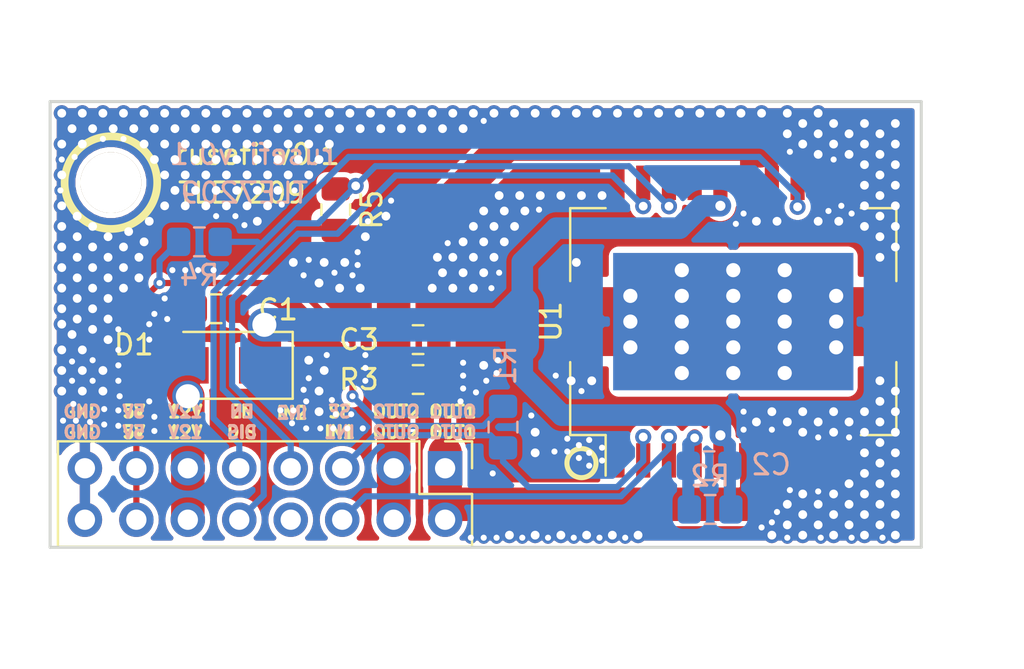
<source format=kicad_pcb>
(kicad_pcb (version 20171130) (host pcbnew "(5.1.0-rc2-21-g16b3c80a7)")

  (general
    (thickness 1.6)
    (drawings 39)
    (tracks 537)
    (zones 0)
    (modules 12)
    (nets 15)
  )

  (page A)
  (title_block
    (title "ME7 ECU")
    (date 2019-01-31)
    (rev R2.1)
  )

  (layers
    (0 F.Cu signal)
    (31 B.Cu signal)
    (32 B.Adhes user)
    (33 F.Adhes user)
    (34 B.Paste user)
    (35 F.Paste user)
    (36 B.SilkS user)
    (37 F.SilkS user)
    (38 B.Mask user)
    (39 F.Mask user)
    (40 Dwgs.User user)
    (41 Cmts.User user)
    (42 Eco1.User user)
    (43 Eco2.User user)
    (44 Edge.Cuts user)
    (45 Margin user)
    (46 B.CrtYd user)
    (47 F.CrtYd user)
    (48 B.Fab user hide)
    (49 F.Fab user hide)
  )

  (setup
    (last_trace_width 0.3048)
    (user_trace_width 0.1524)
    (user_trace_width 0.2159)
    (user_trace_width 0.2159)
    (user_trace_width 0.3048)
    (user_trace_width 0.6)
    (user_trace_width 1.0668)
    (user_trace_width 1.651)
    (user_trace_width 1.6764)
    (user_trace_width 2.7178)
    (trace_clearance 0.1524)
    (zone_clearance 0.254)
    (zone_45_only no)
    (trace_min 0.1524)
    (via_size 0.6)
    (via_drill 0.3)
    (via_min_size 0)
    (via_min_drill 0.3)
    (user_via 0.6 0.3)
    (user_via 0.78994 0.43434)
    (user_via 1 0.5)
    (user_via 1.54178 1.18618)
    (uvia_size 0.508)
    (uvia_drill 0.127)
    (uvias_allowed no)
    (uvia_min_size 0.508)
    (uvia_min_drill 0.127)
    (edge_width 0.15)
    (segment_width 0.2)
    (pcb_text_width 0.3)
    (pcb_text_size 1.5 1.5)
    (mod_edge_width 0.25)
    (mod_text_size 1 1)
    (mod_text_width 0.15)
    (pad_size 3 3)
    (pad_drill 3)
    (pad_to_mask_clearance 0.000051)
    (aux_axis_origin 0 0)
    (visible_elements 7FFFFFFF)
    (pcbplotparams
      (layerselection 0x0d0fc_ffffffff)
      (usegerberextensions false)
      (usegerberattributes false)
      (usegerberadvancedattributes false)
      (creategerberjobfile true)
      (excludeedgelayer false)
      (linewidth 0.100000)
      (plotframeref false)
      (viasonmask false)
      (mode 1)
      (useauxorigin true)
      (hpglpennumber 1)
      (hpglpenspeed 20)
      (hpglpendiameter 15.000000)
      (psnegative false)
      (psa4output false)
      (plotreference true)
      (plotvalue true)
      (plotinvisibletext false)
      (padsonsilk false)
      (subtractmaskfromsilk false)
      (outputformat 1)
      (mirror false)
      (drillshape 0)
      (scaleselection 1)
      (outputdirectory "Gerbers/"))
  )

  (net 0 "")
  (net 1 GND)
  (net 2 /5V)
  (net 3 /DIS)
  (net 4 /EN)
  (net 5 "Net-(C1-Pad1)")
  (net 6 /12V)
  (net 7 "Net-(C2-Pad2)")
  (net 8 /OUT1)
  (net 9 /OUT2)
  (net 10 /SF)
  (net 11 /IN2)
  (net 12 /IN1)
  (net 13 "Net-(U1-Pad17)")
  (net 14 "Net-(J1-Pad8)")

  (net_class Default "This is the default net class."
    (clearance 0.1524)
    (trace_width 0.1524)
    (via_dia 0.6)
    (via_drill 0.3)
    (uvia_dia 0.508)
    (uvia_drill 0.127)
    (add_net /12V)
    (add_net /5V)
    (add_net /DIS)
    (add_net /EN)
    (add_net /IN1)
    (add_net /IN2)
    (add_net /OUT1)
    (add_net /OUT2)
    (add_net /SF)
    (add_net GND)
    (add_net "Net-(C1-Pad1)")
    (add_net "Net-(C2-Pad2)")
    (add_net "Net-(J1-Pad8)")
    (add_net "Net-(U1-Pad17)")
  )

  (net_class "1A EXTERNAL" ""
    (clearance 0.1905)
    (trace_width 0.3048)
    (via_dia 0.6858)
    (via_drill 0.3302)
    (uvia_dia 0.508)
    (uvia_drill 0.127)
  )

  (net_class "2.5A EXTERNAL" ""
    (clearance 0.2159)
    (trace_width 1.0668)
    (via_dia 0.6858)
    (via_drill 0.3302)
    (uvia_dia 0.508)
    (uvia_drill 0.127)
  )

  (net_class "3,5A EXT HIGH VOLTAGE" ""
    (clearance 1.016)
    (trace_width 1.6764)
    (via_dia 0.6858)
    (via_drill 0.3302)
    (uvia_dia 0.508)
    (uvia_drill 0.127)
  )

  (net_class "3.5A EXTERNAL" ""
    (clearance 0.2159)
    (trace_width 1.651)
    (via_dia 1.0922)
    (via_drill 0.6858)
    (uvia_dia 0.508)
    (uvia_drill 0.127)
  )

  (net_class "5A EXTERNAL" ""
    (clearance 0.2159)
    (trace_width 1.0668)
    (via_dia 1.54178)
    (via_drill 1.18618)
    (uvia_dia 0.508)
    (uvia_drill 0.127)
  )

  (net_class CUSTOM ""
    (clearance 0.1524)
    (trace_width 0.25)
    (via_dia 0.6)
    (via_drill 0.3)
    (uvia_dia 0.508)
    (uvia_drill 0.127)
  )

  (net_class "CUSTOM 0.6" ""
    (clearance 0.1524)
    (trace_width 0.6)
    (via_dia 1)
    (via_drill 0.4)
    (uvia_dia 0.508)
    (uvia_drill 0.127)
  )

  (net_class MIN_EXTERN_188A ""
    (clearance 0.1524)
    (trace_width 0.1524)
    (via_dia 0.6858)
    (via_drill 0.3302)
    (uvia_dia 0.508)
    (uvia_drill 0.127)
  )

  (net_class MIN_EXTERN_241A ""
    (clearance 0.1524)
    (trace_width 0.2159)
    (via_dia 0.6)
    (via_drill 0.3)
    (uvia_dia 0.508)
    (uvia_drill 0.127)
  )

  (module Package_SO:HSOP-20-1EP_11.0x15.9mm_P1.27mm_SlugDown_ThermalVias (layer F.Cu) (tedit 5A02F2D3) (tstamp 5CC38514)
    (at 53.721 30.861 90)
    (descr "HSOP 11.0x15.9mm Pitch 1.27mm Slug Down Thermal Vias (PowerSO-20) [JEDEC MO-166] (http://www.st.com/resource/en/datasheet/tda7266d.pdf, www.st.com/resource/en/application_note/cd00003801.pdf)")
    (tags "HSOP 11.0 x 15.9mm Pitch 1.27mm")
    (path /5C65688D)
    (attr smd)
    (fp_text reference U1 (at 0 -9 90) (layer F.SilkS)
      (effects (font (size 1 1) (thickness 0.15)))
    )
    (fp_text value TLE7209-2R (at 0 9 90) (layer F.Fab)
      (effects (font (size 1 1) (thickness 0.15)))
    )
    (fp_line (start 5.6 8.05) (end 2 8.05) (layer F.SilkS) (width 0.12))
    (fp_line (start -2 -8.05) (end -5.6 -8.05) (layer F.SilkS) (width 0.12))
    (fp_line (start 7.95 8.3) (end -7.95 8.3) (layer F.CrtYd) (width 0.05))
    (fp_line (start 7.95 8.3) (end 7.95 -8.3) (layer F.CrtYd) (width 0.05))
    (fp_line (start -7.95 -8.3) (end -7.95 8.3) (layer F.CrtYd) (width 0.05))
    (fp_line (start -7.95 -8.3) (end 7.95 -8.3) (layer F.CrtYd) (width 0.05))
    (fp_line (start -5.5 -6.95) (end -5.5 7.95) (layer F.Fab) (width 0.1))
    (fp_line (start -4.5 -7.95) (end -5.5 -6.95) (layer F.Fab) (width 0.1))
    (fp_line (start 5.5 -7.95) (end -4.5 -7.95) (layer F.Fab) (width 0.1))
    (fp_line (start 5.5 7.95) (end 5.5 -7.95) (layer F.Fab) (width 0.1))
    (fp_line (start -5.5 7.95) (end 5.5 7.95) (layer F.Fab) (width 0.1))
    (fp_text user %R (at 0 0 90) (layer F.Fab)
      (effects (font (size 1 1) (thickness 0.15)))
    )
    (fp_line (start -5.6 -6.3) (end -7.6 -6.3) (layer F.SilkS) (width 0.12))
    (fp_line (start -5.6 -8.05) (end -5.6 -6.3) (layer F.SilkS) (width 0.12))
    (fp_line (start 5.6 -8.05) (end 2 -8.05) (layer F.SilkS) (width 0.12))
    (fp_line (start -5.6 8.05) (end -5.6 6.3) (layer F.SilkS) (width 0.12))
    (fp_line (start -2 8.05) (end -5.6 8.05) (layer F.SilkS) (width 0.12))
    (fp_line (start 5.6 8.05) (end 5.6 6.3) (layer F.SilkS) (width 0.12))
    (fp_line (start 5.6 -8.05) (end 5.6 -6.3) (layer F.SilkS) (width 0.12))
    (pad 21 smd rect (at 0 0 90) (size 6.78 11.86) (layers B.Cu)
      (net 1 GND))
    (pad 21 thru_hole circle (at -1.27 -5.08 90) (size 1 1) (drill 0.7) (layers *.Cu)
      (net 1 GND))
    (pad 21 thru_hole circle (at 0 -5.08 90) (size 1 1) (drill 0.7) (layers *.Cu)
      (net 1 GND))
    (pad 21 thru_hole circle (at 1.27 -5.08 90) (size 1 1) (drill 0.7) (layers *.Cu)
      (net 1 GND))
    (pad 21 thru_hole circle (at -2.54 -2.54 90) (size 1 1) (drill 0.7) (layers *.Cu)
      (net 1 GND))
    (pad 21 thru_hole circle (at -1.27 -2.54 90) (size 1 1) (drill 0.7) (layers *.Cu)
      (net 1 GND))
    (pad 21 thru_hole circle (at 0 -2.54 90) (size 1 1) (drill 0.7) (layers *.Cu)
      (net 1 GND))
    (pad 21 thru_hole circle (at 1.27 -2.54 90) (size 1 1) (drill 0.7) (layers *.Cu)
      (net 1 GND))
    (pad 21 thru_hole circle (at 2.54 -2.54 90) (size 1 1) (drill 0.7) (layers *.Cu)
      (net 1 GND))
    (pad 21 thru_hole circle (at -2.54 0 90) (size 1 1) (drill 0.7) (layers *.Cu)
      (net 1 GND))
    (pad 21 thru_hole circle (at -1.27 0 90) (size 1 1) (drill 0.7) (layers *.Cu)
      (net 1 GND))
    (pad 21 thru_hole circle (at 0 0 90) (size 1 1) (drill 0.7) (layers *.Cu)
      (net 1 GND))
    (pad 21 thru_hole circle (at 1.27 0 90) (size 1 1) (drill 0.7) (layers *.Cu)
      (net 1 GND))
    (pad 21 thru_hole circle (at 2.54 0 90) (size 1 1) (drill 0.7) (layers *.Cu)
      (net 1 GND))
    (pad 21 thru_hole circle (at -2.54 2.54 90) (size 1 1) (drill 0.7) (layers *.Cu)
      (net 1 GND))
    (pad 21 thru_hole circle (at -1.27 2.54 90) (size 1 1) (drill 0.7) (layers *.Cu)
      (net 1 GND))
    (pad 21 thru_hole circle (at 0 2.54 90) (size 1 1) (drill 0.7) (layers *.Cu)
      (net 1 GND))
    (pad 21 thru_hole circle (at 1.27 2.54 90) (size 1 1) (drill 0.7) (layers *.Cu)
      (net 1 GND))
    (pad 21 thru_hole circle (at 2.54 2.54 90) (size 1 1) (drill 0.7) (layers *.Cu)
      (net 1 GND))
    (pad 21 thru_hole circle (at -1.27 5.08 90) (size 1 1) (drill 0.7) (layers *.Cu)
      (net 1 GND))
    (pad 21 thru_hole circle (at 0 5.08 90) (size 1 1) (drill 0.7) (layers *.Cu)
      (net 1 GND))
    (pad 21 thru_hole circle (at 1.27 5.08 90) (size 1 1) (drill 0.7) (layers *.Cu)
      (net 1 GND))
    (pad 21 smd rect (at 0 6.8425 90) (size 3.4 2.415) (layers F.Cu F.Paste F.Mask)
      (net 1 GND))
    (pad 21 smd rect (at 0 -6.8425 90) (size 3.4 2.415) (layers F.Cu F.Paste F.Mask)
      (net 1 GND))
    (pad 20 smd rect (at 6.85 -5.715 90) (size 1.7 0.7) (layers F.Cu F.Paste F.Mask)
      (net 1 GND))
    (pad 19 smd rect (at 6.85 -4.445 90) (size 1.7 0.7) (layers F.Cu F.Paste F.Mask)
      (net 11 /IN2))
    (pad 18 smd rect (at 6.85 -3.175 90) (size 1.7 0.7) (layers F.Cu F.Paste F.Mask)
      (net 3 /DIS))
    (pad 17 smd rect (at 6.85 -1.905 90) (size 1.7 0.7) (layers F.Cu F.Paste F.Mask)
      (net 13 "Net-(U1-Pad17)"))
    (pad 16 smd rect (at 6.85 -0.635 90) (size 1.7 0.7) (layers F.Cu F.Paste F.Mask)
      (net 5 "Net-(C1-Pad1)"))
    (pad 15 smd rect (at 6.85 0.635 90) (size 1.7 0.7) (layers F.Cu F.Paste F.Mask)
      (net 9 /OUT2))
    (pad 14 smd rect (at 6.85 1.905 90) (size 1.7 0.7) (layers F.Cu F.Paste F.Mask)
      (net 9 /OUT2))
    (pad 13 smd rect (at 6.85 3.175 90) (size 1.7 0.7) (layers F.Cu F.Paste F.Mask)
      (net 4 /EN))
    (pad 12 smd rect (at 6.85 4.445 90) (size 1.7 0.7) (layers F.Cu F.Paste F.Mask)
      (net 1 GND))
    (pad 11 smd rect (at 6.85 5.715 90) (size 1.7 0.7) (layers F.Cu F.Paste F.Mask)
      (net 1 GND))
    (pad 10 smd rect (at -6.85 5.715 90) (size 1.7 0.7) (layers F.Cu F.Paste F.Mask)
      (net 1 GND))
    (pad 9 smd rect (at -6.85 4.445 90) (size 1.7 0.7) (layers F.Cu F.Paste F.Mask)
      (net 1 GND))
    (pad 8 smd rect (at -6.85 3.175 90) (size 1.7 0.7) (layers F.Cu F.Paste F.Mask)
      (net 1 GND))
    (pad 7 smd rect (at -6.85 1.905 90) (size 1.7 0.7) (layers F.Cu F.Paste F.Mask)
      (net 8 /OUT1))
    (pad 6 smd rect (at -6.85 0.635 90) (size 1.7 0.7) (layers F.Cu F.Paste F.Mask)
      (net 8 /OUT1))
    (pad 5 smd rect (at -6.85 -0.635 90) (size 1.7 0.7) (layers F.Cu F.Paste F.Mask)
      (net 5 "Net-(C1-Pad1)"))
    (pad 4 smd rect (at -6.85 -1.905 90) (size 1.7 0.7) (layers F.Cu F.Paste F.Mask)
      (net 7 "Net-(C2-Pad2)"))
    (pad 3 smd rect (at -6.85 -3.175 90) (size 1.7 0.7) (layers F.Cu F.Paste F.Mask)
      (net 12 /IN1))
    (pad 2 smd rect (at -6.85 -4.445 90) (size 1.7 0.7) (layers F.Cu F.Paste F.Mask)
      (net 10 /SF))
    (pad 21 smd rect (at 0 0 90) (size 6.4 11.27) (layers F.Cu F.Paste F.Mask)
      (net 1 GND))
    (pad 1 smd rect (at -6.85 -5.715 90) (size 1.7 0.7) (layers F.Cu F.Paste F.Mask)
      (net 1 GND))
    (model ${KISYS3DMOD}/Package_SO.3dshapes/HTSSOP-20-1EP_4.4x6.5mm_P0.65mm_EP3.4x6.5mm_Mask2.75x3.43mm.step
      (at (xyz 0 0 0))
      (scale (xyz 2.2 1.95 2))
      (rotate (xyz 0 0 0))
    )
  )

  (module Resistor_SMD:R_0805_2012Metric_Pad1.15x1.40mm_HandSolder (layer F.Cu) (tedit 5B36C52B) (tstamp 5CC3814B)
    (at 34.0995 25.3365 90)
    (descr "Resistor SMD 0805 (2012 Metric), square (rectangular) end terminal, IPC_7351 nominal with elongated pad for handsoldering. (Body size source: https://docs.google.com/spreadsheets/d/1BsfQQcO9C6DZCsRaXUlFlo91Tg2WpOkGARC1WS5S8t0/edit?usp=sharing), generated with kicad-footprint-generator")
    (tags "resistor handsolder")
    (path /5CC3BCBC)
    (attr smd)
    (fp_text reference R5 (at 0 1.778 90) (layer F.SilkS)
      (effects (font (size 1 1) (thickness 0.15)))
    )
    (fp_text value 10K (at 0 1.65 90) (layer F.Fab)
      (effects (font (size 1 1) (thickness 0.15)))
    )
    (fp_text user %R (at 0 0 90) (layer F.Fab)
      (effects (font (size 0.5 0.5) (thickness 0.08)))
    )
    (fp_line (start 1.85 0.95) (end -1.85 0.95) (layer F.CrtYd) (width 0.05))
    (fp_line (start 1.85 -0.95) (end 1.85 0.95) (layer F.CrtYd) (width 0.05))
    (fp_line (start -1.85 -0.95) (end 1.85 -0.95) (layer F.CrtYd) (width 0.05))
    (fp_line (start -1.85 0.95) (end -1.85 -0.95) (layer F.CrtYd) (width 0.05))
    (fp_line (start -0.261252 0.71) (end 0.261252 0.71) (layer F.SilkS) (width 0.12))
    (fp_line (start -0.261252 -0.71) (end 0.261252 -0.71) (layer F.SilkS) (width 0.12))
    (fp_line (start 1 0.6) (end -1 0.6) (layer F.Fab) (width 0.1))
    (fp_line (start 1 -0.6) (end 1 0.6) (layer F.Fab) (width 0.1))
    (fp_line (start -1 -0.6) (end 1 -0.6) (layer F.Fab) (width 0.1))
    (fp_line (start -1 0.6) (end -1 -0.6) (layer F.Fab) (width 0.1))
    (pad 2 smd roundrect (at 1.025 0 90) (size 1.15 1.4) (layers F.Cu F.Paste F.Mask) (roundrect_rratio 0.217391)
      (net 3 /DIS))
    (pad 1 smd roundrect (at -1.025 0 90) (size 1.15 1.4) (layers F.Cu F.Paste F.Mask) (roundrect_rratio 0.217391)
      (net 1 GND))
    (model ${KISYS3DMOD}/Resistor_SMD.3dshapes/R_0805_2012Metric.wrl
      (at (xyz 0 0 0))
      (scale (xyz 1 1 1))
      (rotate (xyz 0 0 0))
    )
  )

  (module Resistor_SMD:R_0805_2012Metric_Pad1.15x1.40mm_HandSolder (layer B.Cu) (tedit 5B36C52B) (tstamp 5CC3813A)
    (at 27.3685 26.924 180)
    (descr "Resistor SMD 0805 (2012 Metric), square (rectangular) end terminal, IPC_7351 nominal with elongated pad for handsoldering. (Body size source: https://docs.google.com/spreadsheets/d/1BsfQQcO9C6DZCsRaXUlFlo91Tg2WpOkGARC1WS5S8t0/edit?usp=sharing), generated with kicad-footprint-generator")
    (tags "resistor handsolder")
    (path /5CC38B64)
    (attr smd)
    (fp_text reference R4 (at 0 -1.651 180) (layer B.SilkS)
      (effects (font (size 1 1) (thickness 0.15)) (justify mirror))
    )
    (fp_text value 10K (at 0 -1.65 180) (layer B.Fab)
      (effects (font (size 1 1) (thickness 0.15)) (justify mirror))
    )
    (fp_text user %R (at 0 0 180) (layer B.Fab)
      (effects (font (size 0.5 0.5) (thickness 0.08)) (justify mirror))
    )
    (fp_line (start 1.85 -0.95) (end -1.85 -0.95) (layer B.CrtYd) (width 0.05))
    (fp_line (start 1.85 0.95) (end 1.85 -0.95) (layer B.CrtYd) (width 0.05))
    (fp_line (start -1.85 0.95) (end 1.85 0.95) (layer B.CrtYd) (width 0.05))
    (fp_line (start -1.85 -0.95) (end -1.85 0.95) (layer B.CrtYd) (width 0.05))
    (fp_line (start -0.261252 -0.71) (end 0.261252 -0.71) (layer B.SilkS) (width 0.12))
    (fp_line (start -0.261252 0.71) (end 0.261252 0.71) (layer B.SilkS) (width 0.12))
    (fp_line (start 1 -0.6) (end -1 -0.6) (layer B.Fab) (width 0.1))
    (fp_line (start 1 0.6) (end 1 -0.6) (layer B.Fab) (width 0.1))
    (fp_line (start -1 0.6) (end 1 0.6) (layer B.Fab) (width 0.1))
    (fp_line (start -1 -0.6) (end -1 0.6) (layer B.Fab) (width 0.1))
    (pad 2 smd roundrect (at 1.025 0 180) (size 1.15 1.4) (layers B.Cu B.Paste B.Mask) (roundrect_rratio 0.217391)
      (net 2 /5V))
    (pad 1 smd roundrect (at -1.025 0 180) (size 1.15 1.4) (layers B.Cu B.Paste B.Mask) (roundrect_rratio 0.217391)
      (net 4 /EN))
    (model ${KISYS3DMOD}/Resistor_SMD.3dshapes/R_0805_2012Metric.wrl
      (at (xyz 0 0 0))
      (scale (xyz 1 1 1))
      (rotate (xyz 0 0 0))
    )
  )

  (module Resistor_SMD:R_0805_2012Metric_Pad1.15x1.40mm_HandSolder (layer B.Cu) (tedit 5B36C52B) (tstamp 5CC38109)
    (at 52.578 40.132 180)
    (descr "Resistor SMD 0805 (2012 Metric), square (rectangular) end terminal, IPC_7351 nominal with elongated pad for handsoldering. (Body size source: https://docs.google.com/spreadsheets/d/1BsfQQcO9C6DZCsRaXUlFlo91Tg2WpOkGARC1WS5S8t0/edit?usp=sharing), generated with kicad-footprint-generator")
    (tags "resistor handsolder")
    (path /5C6B98FD)
    (attr smd)
    (fp_text reference R2 (at 0 1.65 180) (layer B.SilkS)
      (effects (font (size 1 1) (thickness 0.15)) (justify mirror))
    )
    (fp_text value 1M (at 0 -1.65 180) (layer B.Fab)
      (effects (font (size 1 1) (thickness 0.15)) (justify mirror))
    )
    (fp_text user %R (at 0 0 180) (layer B.Fab)
      (effects (font (size 0.5 0.5) (thickness 0.08)) (justify mirror))
    )
    (fp_line (start 1.85 -0.95) (end -1.85 -0.95) (layer B.CrtYd) (width 0.05))
    (fp_line (start 1.85 0.95) (end 1.85 -0.95) (layer B.CrtYd) (width 0.05))
    (fp_line (start -1.85 0.95) (end 1.85 0.95) (layer B.CrtYd) (width 0.05))
    (fp_line (start -1.85 -0.95) (end -1.85 0.95) (layer B.CrtYd) (width 0.05))
    (fp_line (start -0.261252 -0.71) (end 0.261252 -0.71) (layer B.SilkS) (width 0.12))
    (fp_line (start -0.261252 0.71) (end 0.261252 0.71) (layer B.SilkS) (width 0.12))
    (fp_line (start 1 -0.6) (end -1 -0.6) (layer B.Fab) (width 0.1))
    (fp_line (start 1 0.6) (end 1 -0.6) (layer B.Fab) (width 0.1))
    (fp_line (start -1 0.6) (end 1 0.6) (layer B.Fab) (width 0.1))
    (fp_line (start -1 -0.6) (end -1 0.6) (layer B.Fab) (width 0.1))
    (pad 2 smd roundrect (at 1.025 0 180) (size 1.15 1.4) (layers B.Cu B.Paste B.Mask) (roundrect_rratio 0.217391)
      (net 7 "Net-(C2-Pad2)"))
    (pad 1 smd roundrect (at -1.025 0 180) (size 1.15 1.4) (layers B.Cu B.Paste B.Mask) (roundrect_rratio 0.217391)
      (net 5 "Net-(C1-Pad1)"))
    (model ${KISYS3DMOD}/Resistor_SMD.3dshapes/R_0805_2012Metric.wrl
      (at (xyz 0 0 0))
      (scale (xyz 1 1 1))
      (rotate (xyz 0 0 0))
    )
  )

  (module Connector_PinHeader_2.54mm:PinHeader_2x08_P2.54mm_Vertical (layer F.Cu) (tedit 59FED5CC) (tstamp 5CC3849D)
    (at 39.497 38.1 270)
    (descr "Through hole straight pin header, 2x08, 2.54mm pitch, double rows")
    (tags "Through hole pin header THT 2x08 2.54mm double row")
    (path /5CC3CB8F)
    (fp_text reference J1 (at 1.27 -2.33 270) (layer F.SilkS) hide
      (effects (font (size 1 1) (thickness 0.15)))
    )
    (fp_text value Conn_02x06_Odd_Even (at 1.27 20.11 270) (layer F.Fab)
      (effects (font (size 1 1) (thickness 0.15)))
    )
    (fp_text user %R (at 1.27 8.89) (layer F.Fab)
      (effects (font (size 1 1) (thickness 0.15)))
    )
    (fp_line (start 4.35 -1.8) (end -1.8 -1.8) (layer F.CrtYd) (width 0.05))
    (fp_line (start 4.35 19.55) (end 4.35 -1.8) (layer F.CrtYd) (width 0.05))
    (fp_line (start -1.8 19.55) (end 4.35 19.55) (layer F.CrtYd) (width 0.05))
    (fp_line (start -1.8 -1.8) (end -1.8 19.55) (layer F.CrtYd) (width 0.05))
    (fp_line (start -1.33 -1.33) (end 0 -1.33) (layer F.SilkS) (width 0.12))
    (fp_line (start -1.33 0) (end -1.33 -1.33) (layer F.SilkS) (width 0.12))
    (fp_line (start 1.27 -1.33) (end 3.87 -1.33) (layer F.SilkS) (width 0.12))
    (fp_line (start 1.27 1.27) (end 1.27 -1.33) (layer F.SilkS) (width 0.12))
    (fp_line (start -1.33 1.27) (end 1.27 1.27) (layer F.SilkS) (width 0.12))
    (fp_line (start 3.87 -1.33) (end 3.87 19.11) (layer F.SilkS) (width 0.12))
    (fp_line (start -1.33 1.27) (end -1.33 19.11) (layer F.SilkS) (width 0.12))
    (fp_line (start -1.33 19.11) (end 3.87 19.11) (layer F.SilkS) (width 0.12))
    (fp_line (start -1.27 0) (end 0 -1.27) (layer F.Fab) (width 0.1))
    (fp_line (start -1.27 19.05) (end -1.27 0) (layer F.Fab) (width 0.1))
    (fp_line (start 3.81 19.05) (end -1.27 19.05) (layer F.Fab) (width 0.1))
    (fp_line (start 3.81 -1.27) (end 3.81 19.05) (layer F.Fab) (width 0.1))
    (fp_line (start 0 -1.27) (end 3.81 -1.27) (layer F.Fab) (width 0.1))
    (pad 16 thru_hole oval (at 2.54 17.78 270) (size 1.7 1.7) (drill 1) (layers *.Cu *.Mask)
      (net 1 GND))
    (pad 15 thru_hole oval (at 0 17.78 270) (size 1.7 1.7) (drill 1) (layers *.Cu *.Mask)
      (net 1 GND))
    (pad 14 thru_hole oval (at 2.54 15.24 270) (size 1.7 1.7) (drill 1) (layers *.Cu *.Mask)
      (net 2 /5V))
    (pad 13 thru_hole oval (at 0 15.24 270) (size 1.7 1.7) (drill 1) (layers *.Cu *.Mask)
      (net 2 /5V))
    (pad 12 thru_hole oval (at 2.54 12.7 270) (size 1.7 1.7) (drill 1) (layers *.Cu *.Mask)
      (net 6 /12V))
    (pad 11 thru_hole oval (at 0 12.7 270) (size 1.7 1.7) (drill 1) (layers *.Cu *.Mask)
      (net 6 /12V))
    (pad 10 thru_hole oval (at 2.54 10.16 270) (size 1.7 1.7) (drill 1) (layers *.Cu *.Mask)
      (net 3 /DIS))
    (pad 9 thru_hole oval (at 0 10.16 270) (size 1.7 1.7) (drill 1) (layers *.Cu *.Mask)
      (net 4 /EN))
    (pad 8 thru_hole oval (at 2.54 7.62 270) (size 1.7 1.7) (drill 1) (layers *.Cu *.Mask)
      (net 14 "Net-(J1-Pad8)"))
    (pad 7 thru_hole oval (at 0 7.62 270) (size 1.7 1.7) (drill 1) (layers *.Cu *.Mask)
      (net 11 /IN2))
    (pad 6 thru_hole oval (at 2.54 5.08 270) (size 1.7 1.7) (drill 1) (layers *.Cu *.Mask)
      (net 12 /IN1))
    (pad 5 thru_hole oval (at 0 5.08 270) (size 1.7 1.7) (drill 1) (layers *.Cu *.Mask)
      (net 10 /SF))
    (pad 4 thru_hole oval (at 2.54 2.54 270) (size 1.7 1.7) (drill 1) (layers *.Cu *.Mask)
      (net 9 /OUT2))
    (pad 3 thru_hole oval (at 0 2.54 270) (size 1.7 1.7) (drill 1) (layers *.Cu *.Mask)
      (net 9 /OUT2))
    (pad 2 thru_hole oval (at 2.54 0 270) (size 1.7 1.7) (drill 1) (layers *.Cu *.Mask)
      (net 8 /OUT1))
    (pad 1 thru_hole rect (at 0 0 270) (size 1.7 1.7) (drill 1) (layers *.Cu *.Mask)
      (net 8 /OUT1))
    (model ${KISYS3DMOD}/Connector_PinHeader_2.54mm.3dshapes/PinHeader_2x08_P2.54mm_Vertical.wrl
      (at (xyz 0 0 0))
      (scale (xyz 1 1 1))
      (rotate (xyz 0 0 0))
    )
  )

  (module Connector:1pin (layer F.Cu) (tedit 52E7E2A1) (tstamp 5CC3E679)
    (at 23 24)
    (descr "module 1 pin (ou trou mecanique de percage)")
    (tags DEV)
    (path /5CC72C32)
    (fp_text reference J3 (at -3.937 -0.381 90) (layer F.SilkS) hide
      (effects (font (size 1.016 1.016) (thickness 0.254)))
    )
    (fp_text value Conn_01x01 (at 0 2.794) (layer F.SilkS) hide
      (effects (font (size 1.016 1.016) (thickness 0.254)))
    )
    (fp_circle (center 0 0) (end 0 -2.286) (layer F.SilkS) (width 0.381))
    (pad "" thru_hole circle (at 0 0) (size 3 3) (drill 3) (layers *.Cu *.Mask F.SilkS))
  )

  (module Resistor_SMD:R_0805_2012Metric_Pad1.15x1.40mm_HandSolder (layer F.Cu) (tedit 5B36C52B) (tstamp 5CC384D0)
    (at 38.1635 33.7185 180)
    (descr "Resistor SMD 0805 (2012 Metric), square (rectangular) end terminal, IPC_7351 nominal with elongated pad for handsoldering. (Body size source: https://docs.google.com/spreadsheets/d/1BsfQQcO9C6DZCsRaXUlFlo91Tg2WpOkGARC1WS5S8t0/edit?usp=sharing), generated with kicad-footprint-generator")
    (tags "resistor handsolder")
    (path /5D02EEB5)
    (attr smd)
    (fp_text reference R3 (at 2.921 0 180) (layer F.SilkS)
      (effects (font (size 1 1) (thickness 0.15)))
    )
    (fp_text value 4.7K (at 0 1.65 180) (layer F.Fab)
      (effects (font (size 1 1) (thickness 0.15)))
    )
    (fp_text user %R (at 0 0.0635 180) (layer F.Fab)
      (effects (font (size 0.5 0.5) (thickness 0.08)))
    )
    (fp_line (start 1.85 0.95) (end -1.85 0.95) (layer F.CrtYd) (width 0.05))
    (fp_line (start 1.85 -0.95) (end 1.85 0.95) (layer F.CrtYd) (width 0.05))
    (fp_line (start -1.85 -0.95) (end 1.85 -0.95) (layer F.CrtYd) (width 0.05))
    (fp_line (start -1.85 0.95) (end -1.85 -0.95) (layer F.CrtYd) (width 0.05))
    (fp_line (start -0.261252 0.71) (end 0.261252 0.71) (layer F.SilkS) (width 0.12))
    (fp_line (start -0.261252 -0.71) (end 0.261252 -0.71) (layer F.SilkS) (width 0.12))
    (fp_line (start 1 0.6) (end -1 0.6) (layer F.Fab) (width 0.1))
    (fp_line (start 1 -0.6) (end 1 0.6) (layer F.Fab) (width 0.1))
    (fp_line (start -1 -0.6) (end 1 -0.6) (layer F.Fab) (width 0.1))
    (fp_line (start -1 0.6) (end -1 -0.6) (layer F.Fab) (width 0.1))
    (pad 2 smd roundrect (at 1.025 0 180) (size 1.15 1.4) (layers F.Cu F.Paste F.Mask) (roundrect_rratio 0.217391)
      (net 9 /OUT2))
    (pad 1 smd roundrect (at -1.025 0 180) (size 1.15 1.4) (layers F.Cu F.Paste F.Mask) (roundrect_rratio 0.217391)
      (net 8 /OUT1))
    (model ${KISYS3DMOD}/Resistor_SMD.3dshapes/R_0805_2012Metric.wrl
      (at (xyz 0 0 0))
      (scale (xyz 1 1 1))
      (rotate (xyz 0 0 0))
    )
  )

  (module Resistor_SMD:R_0805_2012Metric_Pad1.15x1.40mm_HandSolder (layer B.Cu) (tedit 5B36C52B) (tstamp 5CC384AE)
    (at 42.3545 36.068 270)
    (descr "Resistor SMD 0805 (2012 Metric), square (rectangular) end terminal, IPC_7351 nominal with elongated pad for handsoldering. (Body size source: https://docs.google.com/spreadsheets/d/1BsfQQcO9C6DZCsRaXUlFlo91Tg2WpOkGARC1WS5S8t0/edit?usp=sharing), generated with kicad-footprint-generator")
    (tags "resistor handsolder")
    (path /5C6CA504)
    (attr smd)
    (fp_text reference R1 (at -3.048 -0.127 270) (layer B.SilkS)
      (effects (font (size 1 1) (thickness 0.15)) (justify mirror))
    )
    (fp_text value 47K (at 0 -1.65 270) (layer B.Fab)
      (effects (font (size 1 1) (thickness 0.15)) (justify mirror))
    )
    (fp_text user %R (at 0 0 270) (layer B.Fab)
      (effects (font (size 0.5 0.5) (thickness 0.08)) (justify mirror))
    )
    (fp_line (start 1.85 -0.95) (end -1.85 -0.95) (layer B.CrtYd) (width 0.05))
    (fp_line (start 1.85 0.95) (end 1.85 -0.95) (layer B.CrtYd) (width 0.05))
    (fp_line (start -1.85 0.95) (end 1.85 0.95) (layer B.CrtYd) (width 0.05))
    (fp_line (start -1.85 -0.95) (end -1.85 0.95) (layer B.CrtYd) (width 0.05))
    (fp_line (start -0.261252 -0.71) (end 0.261252 -0.71) (layer B.SilkS) (width 0.12))
    (fp_line (start -0.261252 0.71) (end 0.261252 0.71) (layer B.SilkS) (width 0.12))
    (fp_line (start 1 -0.6) (end -1 -0.6) (layer B.Fab) (width 0.1))
    (fp_line (start 1 0.6) (end 1 -0.6) (layer B.Fab) (width 0.1))
    (fp_line (start -1 0.6) (end 1 0.6) (layer B.Fab) (width 0.1))
    (fp_line (start -1 -0.6) (end -1 0.6) (layer B.Fab) (width 0.1))
    (pad 2 smd roundrect (at 1.025 0 270) (size 1.15 1.4) (layers B.Cu B.Paste B.Mask) (roundrect_rratio 0.217391)
      (net 10 /SF))
    (pad 1 smd roundrect (at -1.025 0 270) (size 1.15 1.4) (layers B.Cu B.Paste B.Mask) (roundrect_rratio 0.217391)
      (net 2 /5V))
    (model ${KISYS3DMOD}/Resistor_SMD.3dshapes/R_0805_2012Metric.wrl
      (at (xyz 0 0 0))
      (scale (xyz 1 1 1))
      (rotate (xyz 0 0 0))
    )
  )

  (module Diode_SMD:D_SMA (layer F.Cu) (tedit 586432E5) (tstamp 5CC38477)
    (at 28.575 33.02 180)
    (descr "Diode SMA (DO-214AC)")
    (tags "Diode SMA (DO-214AC)")
    (path /5C76D302)
    (attr smd)
    (fp_text reference D1 (at 4.445 1.016 180) (layer F.SilkS)
      (effects (font (size 1 1) (thickness 0.15)))
    )
    (fp_text value TPSMB24A (at 0 2.6 180) (layer F.Fab)
      (effects (font (size 1 1) (thickness 0.15)))
    )
    (fp_line (start -3.4 -1.65) (end 2 -1.65) (layer F.SilkS) (width 0.12))
    (fp_line (start -3.4 1.65) (end 2 1.65) (layer F.SilkS) (width 0.12))
    (fp_line (start -0.64944 0.00102) (end 0.50118 -0.79908) (layer F.Fab) (width 0.1))
    (fp_line (start -0.64944 0.00102) (end 0.50118 0.75032) (layer F.Fab) (width 0.1))
    (fp_line (start 0.50118 0.75032) (end 0.50118 -0.79908) (layer F.Fab) (width 0.1))
    (fp_line (start -0.64944 -0.79908) (end -0.64944 0.80112) (layer F.Fab) (width 0.1))
    (fp_line (start 0.50118 0.00102) (end 1.4994 0.00102) (layer F.Fab) (width 0.1))
    (fp_line (start -0.64944 0.00102) (end -1.55114 0.00102) (layer F.Fab) (width 0.1))
    (fp_line (start -3.5 1.75) (end -3.5 -1.75) (layer F.CrtYd) (width 0.05))
    (fp_line (start 3.5 1.75) (end -3.5 1.75) (layer F.CrtYd) (width 0.05))
    (fp_line (start 3.5 -1.75) (end 3.5 1.75) (layer F.CrtYd) (width 0.05))
    (fp_line (start -3.5 -1.75) (end 3.5 -1.75) (layer F.CrtYd) (width 0.05))
    (fp_line (start 2.3 -1.5) (end -2.3 -1.5) (layer F.Fab) (width 0.1))
    (fp_line (start 2.3 -1.5) (end 2.3 1.5) (layer F.Fab) (width 0.1))
    (fp_line (start -2.3 1.5) (end -2.3 -1.5) (layer F.Fab) (width 0.1))
    (fp_line (start 2.3 1.5) (end -2.3 1.5) (layer F.Fab) (width 0.1))
    (fp_line (start -3.4 -1.65) (end -3.4 1.65) (layer F.SilkS) (width 0.12))
    (fp_text user %R (at 0 -2.5 180) (layer F.Fab)
      (effects (font (size 1 1) (thickness 0.15)))
    )
    (pad 2 smd rect (at 2 0 180) (size 2.5 1.8) (layers F.Cu F.Paste F.Mask)
      (net 6 /12V))
    (pad 1 smd rect (at -2 0 180) (size 2.5 1.8) (layers F.Cu F.Paste F.Mask)
      (net 5 "Net-(C1-Pad1)"))
    (model ${KISYS3DMOD}/Diode_SMD.3dshapes/D_SMA.wrl
      (at (xyz 0 0 0))
      (scale (xyz 1 1 1))
      (rotate (xyz 0 0 0))
    )
  )

  (module Capacitor_SMD:C_0805_2012Metric_Pad1.15x1.40mm_HandSolder (layer F.Cu) (tedit 5CB11862) (tstamp 5CC3845F)
    (at 38.1635 31.75 180)
    (descr "Capacitor SMD 0805 (2012 Metric), square (rectangular) end terminal, IPC_7351 nominal with elongated pad for handsoldering. (Body size source: https://docs.google.com/spreadsheets/d/1BsfQQcO9C6DZCsRaXUlFlo91Tg2WpOkGARC1WS5S8t0/edit?usp=sharing), generated with kicad-footprint-generator")
    (tags "capacitor handsolder")
    (path /5D02EEB4)
    (attr smd)
    (fp_text reference C3 (at 2.921 0 180) (layer F.SilkS)
      (effects (font (size 1 1) (thickness 0.15)))
    )
    (fp_text value 10nF (at 0 1.65 180) (layer F.Fab)
      (effects (font (size 1 1) (thickness 0.15)))
    )
    (fp_line (start -1 0.6) (end -1 -0.6) (layer F.Fab) (width 0.1))
    (fp_line (start -1 -0.6) (end 1 -0.6) (layer F.Fab) (width 0.1))
    (fp_line (start 1 -0.6) (end 1 0.6) (layer F.Fab) (width 0.1))
    (fp_line (start 1 0.6) (end -1 0.6) (layer F.Fab) (width 0.1))
    (fp_line (start -0.261252 -0.71) (end 0.261252 -0.71) (layer F.SilkS) (width 0.12))
    (fp_line (start -0.261252 0.71) (end 0.261252 0.71) (layer F.SilkS) (width 0.12))
    (fp_line (start -1.85 0.95) (end -1.85 -0.95) (layer F.CrtYd) (width 0.05))
    (fp_line (start -1.85 -0.95) (end 1.85 -0.95) (layer F.CrtYd) (width 0.05))
    (fp_line (start 1.85 -0.95) (end 1.85 0.95) (layer F.CrtYd) (width 0.05))
    (fp_line (start 1.85 0.95) (end -1.85 0.95) (layer F.CrtYd) (width 0.05))
    (fp_text user %R (at 0 0 180) (layer F.Fab)
      (effects (font (size 0.5 0.5) (thickness 0.08)))
    )
    (pad 1 smd roundrect (at -1.025 0 180) (size 1.15 1.4) (layers F.Cu F.Paste F.Mask) (roundrect_rratio 0.217)
      (net 8 /OUT1))
    (pad 2 smd roundrect (at 1.025 0 180) (size 1.15 1.4) (layers F.Cu F.Paste F.Mask) (roundrect_rratio 0.217)
      (net 9 /OUT2))
    (model ${KISYS3DMOD}/Capacitor_SMD.3dshapes/C_0805_2012Metric.wrl
      (at (xyz 0 0 0))
      (scale (xyz 1 1 1))
      (rotate (xyz 0 0 0))
    )
  )

  (module Capacitor_SMD:C_0805_2012Metric_Pad1.15x1.40mm_HandSolder (layer B.Cu) (tedit 5CB11862) (tstamp 5CC3844E)
    (at 52.5272 37.973 180)
    (descr "Capacitor SMD 0805 (2012 Metric), square (rectangular) end terminal, IPC_7351 nominal with elongated pad for handsoldering. (Body size source: https://docs.google.com/spreadsheets/d/1BsfQQcO9C6DZCsRaXUlFlo91Tg2WpOkGARC1WS5S8t0/edit?usp=sharing), generated with kicad-footprint-generator")
    (tags "capacitor handsolder")
    (path /5C6A27DA)
    (attr smd)
    (fp_text reference C2 (at -3.06 0.05 180) (layer B.SilkS)
      (effects (font (size 1 1) (thickness 0.15)) (justify mirror))
    )
    (fp_text value 33nF (at 0 -1.65 180) (layer B.Fab)
      (effects (font (size 1 1) (thickness 0.15)) (justify mirror))
    )
    (fp_line (start -1 -0.6) (end -1 0.6) (layer B.Fab) (width 0.1))
    (fp_line (start -1 0.6) (end 1 0.6) (layer B.Fab) (width 0.1))
    (fp_line (start 1 0.6) (end 1 -0.6) (layer B.Fab) (width 0.1))
    (fp_line (start 1 -0.6) (end -1 -0.6) (layer B.Fab) (width 0.1))
    (fp_line (start -0.261252 0.71) (end 0.261252 0.71) (layer B.SilkS) (width 0.12))
    (fp_line (start -0.261252 -0.71) (end 0.261252 -0.71) (layer B.SilkS) (width 0.12))
    (fp_line (start -1.85 -0.95) (end -1.85 0.95) (layer B.CrtYd) (width 0.05))
    (fp_line (start -1.85 0.95) (end 1.85 0.95) (layer B.CrtYd) (width 0.05))
    (fp_line (start 1.85 0.95) (end 1.85 -0.95) (layer B.CrtYd) (width 0.05))
    (fp_line (start 1.85 -0.95) (end -1.85 -0.95) (layer B.CrtYd) (width 0.05))
    (fp_text user %R (at 0 0 180) (layer B.Fab)
      (effects (font (size 0.5 0.5) (thickness 0.08)) (justify mirror))
    )
    (pad 1 smd roundrect (at -1.025 0 180) (size 1.15 1.4) (layers B.Cu B.Paste B.Mask) (roundrect_rratio 0.217)
      (net 5 "Net-(C1-Pad1)"))
    (pad 2 smd roundrect (at 1.025 0 180) (size 1.15 1.4) (layers B.Cu B.Paste B.Mask) (roundrect_rratio 0.217)
      (net 7 "Net-(C2-Pad2)"))
    (model ${KISYS3DMOD}/Capacitor_SMD.3dshapes/C_0805_2012Metric.wrl
      (at (xyz 0 0 0))
      (scale (xyz 1 1 1))
      (rotate (xyz 0 0 0))
    )
  )

  (module Capacitor_SMD:C_0805_2012Metric_Pad1.15x1.40mm_HandSolder (layer F.Cu) (tedit 5CB11862) (tstamp 5CC3843D)
    (at 28.194 30.226 180)
    (descr "Capacitor SMD 0805 (2012 Metric), square (rectangular) end terminal, IPC_7351 nominal with elongated pad for handsoldering. (Body size source: https://docs.google.com/spreadsheets/d/1BsfQQcO9C6DZCsRaXUlFlo91Tg2WpOkGARC1WS5S8t0/edit?usp=sharing), generated with kicad-footprint-generator")
    (tags "capacitor handsolder")
    (path /5CADF95B)
    (attr smd)
    (fp_text reference C1 (at -3.06 -0.05 180) (layer F.SilkS)
      (effects (font (size 1 1) (thickness 0.15)))
    )
    (fp_text value 100nF (at 0 1.65 180) (layer F.Fab)
      (effects (font (size 1 1) (thickness 0.15)))
    )
    (fp_line (start -1 0.6) (end -1 -0.6) (layer F.Fab) (width 0.1))
    (fp_line (start -1 -0.6) (end 1 -0.6) (layer F.Fab) (width 0.1))
    (fp_line (start 1 -0.6) (end 1 0.6) (layer F.Fab) (width 0.1))
    (fp_line (start 1 0.6) (end -1 0.6) (layer F.Fab) (width 0.1))
    (fp_line (start -0.261252 -0.71) (end 0.261252 -0.71) (layer F.SilkS) (width 0.12))
    (fp_line (start -0.261252 0.71) (end 0.261252 0.71) (layer F.SilkS) (width 0.12))
    (fp_line (start -1.85 0.95) (end -1.85 -0.95) (layer F.CrtYd) (width 0.05))
    (fp_line (start -1.85 -0.95) (end 1.85 -0.95) (layer F.CrtYd) (width 0.05))
    (fp_line (start 1.85 -0.95) (end 1.85 0.95) (layer F.CrtYd) (width 0.05))
    (fp_line (start 1.85 0.95) (end -1.85 0.95) (layer F.CrtYd) (width 0.05))
    (fp_text user %R (at 0 0 180) (layer F.Fab)
      (effects (font (size 0.5 0.5) (thickness 0.08)))
    )
    (pad 1 smd roundrect (at -1.025 0 180) (size 1.15 1.4) (layers F.Cu F.Paste F.Mask) (roundrect_rratio 0.217)
      (net 5 "Net-(C1-Pad1)"))
    (pad 2 smd roundrect (at 1.025 0 180) (size 1.15 1.4) (layers F.Cu F.Paste F.Mask) (roundrect_rratio 0.217)
      (net 6 /12V))
    (model ${KISYS3DMOD}/Capacitor_SMD.3dshapes/C_0805_2012Metric.wrl
      (at (xyz 0 0 0))
      (scale (xyz 1 1 1))
      (rotate (xyz 0 0 0))
    )
  )

  (gr_line (start 63 42) (end 63 20) (layer Edge.Cuts) (width 0.15) (tstamp 5CC8CC05))
  (gr_text TLE7209 (at 29.591 24.511) (layer B.SilkS) (tstamp 5CC4C7A4)
    (effects (font (size 1 1) (thickness 0.15)) (justify mirror))
  )
  (gr_text TLE7209 (at 29.464 24.511) (layer F.SilkS)
    (effects (font (size 1 1) (thickness 0.15)))
  )
  (gr_line (start 63 20) (end 20 20) (layer Edge.Cuts) (width 0.15) (tstamp 5CC38A27))
  (gr_text "rusefi v0.1" (at 29.972 22.606) (layer B.SilkS) (tstamp 5CC38918)
    (effects (font (size 1 1) (thickness 0.15)) (justify mirror))
  )
  (gr_text GND (at 21.59 35.306) (layer F.SilkS) (tstamp 5CC388C0)
    (effects (font (size 0.6 0.6) (thickness 0.15)))
  )
  (gr_text OUT2 (at 37.084 35.306) (layer F.SilkS) (tstamp 5CC388BF)
    (effects (font (size 0.6 0.6) (thickness 0.15)))
  )
  (gr_text DIS (at 29.464 36.322) (layer F.SilkS) (tstamp 5CC388BE)
    (effects (font (size 0.6 0.6) (thickness 0.15)))
  )
  (gr_text 5V (at 24.13 36.322) (layer F.SilkS) (tstamp 5CC388BD)
    (effects (font (size 0.6 0.6) (thickness 0.15)))
  )
  (gr_text 12V (at 26.67 36.322) (layer F.SilkS) (tstamp 5CC388BC)
    (effects (font (size 0.6 0.6) (thickness 0.15)))
  )
  (gr_text "OUT1\n" (at 39.878 36.322) (layer F.SilkS) (tstamp 5CC388BB)
    (effects (font (size 0.6 0.6) (thickness 0.15)))
  )
  (gr_text 5V (at 24.13 35.306) (layer F.SilkS) (tstamp 5CC388BA)
    (effects (font (size 0.6 0.6) (thickness 0.15)))
  )
  (gr_text OUT2 (at 37.084 36.322) (layer F.SilkS) (tstamp 5CC388B9)
    (effects (font (size 0.6 0.6) (thickness 0.15)))
  )
  (gr_text IN2 (at 31.9405 35.3695) (layer F.SilkS) (tstamp 5CC388B8)
    (effects (font (size 0.6 0.6) (thickness 0.15)))
  )
  (gr_text 12V (at 26.67 35.306) (layer F.SilkS) (tstamp 5CC388B7)
    (effects (font (size 0.6 0.6) (thickness 0.15)))
  )
  (gr_text IN1 (at 34.29 36.322) (layer F.SilkS) (tstamp 5CC388B6)
    (effects (font (size 0.6 0.6) (thickness 0.15)))
  )
  (gr_text SF (at 34.29 35.306) (layer F.SilkS) (tstamp 5CC388B5)
    (effects (font (size 0.6 0.6) (thickness 0.15)))
  )
  (gr_text "OUT1\n" (at 39.878 35.306) (layer F.SilkS) (tstamp 5CC388B4)
    (effects (font (size 0.6 0.6) (thickness 0.15)))
  )
  (gr_text EN (at 29.464 35.306) (layer F.SilkS) (tstamp 5CC388B3)
    (effects (font (size 0.6 0.6) (thickness 0.15)))
  )
  (gr_text GND (at 21.59 36.322) (layer F.SilkS) (tstamp 5CC388B2)
    (effects (font (size 0.6 0.6) (thickness 0.15)))
  )
  (gr_text IN1 (at 34.29 36.322) (layer B.SilkS)
    (effects (font (size 0.6 0.6) (thickness 0.15)) (justify mirror))
  )
  (gr_text 5V (at 24.13 36.322) (layer B.SilkS) (tstamp 5CC353A8)
    (effects (font (size 0.6 0.6) (thickness 0.15)) (justify mirror))
  )
  (gr_text GND (at 21.59 36.322) (layer B.SilkS) (tstamp 5CC353A4)
    (effects (font (size 0.6 0.6) (thickness 0.15)) (justify mirror))
  )
  (gr_text GND (at 21.59 35.306) (layer B.SilkS)
    (effects (font (size 0.6 0.6) (thickness 0.15)) (justify mirror))
  )
  (gr_text 5V (at 24.13 35.306) (layer B.SilkS)
    (effects (font (size 0.6 0.6) (thickness 0.15)) (justify mirror))
  )
  (gr_text 12V (at 26.67 36.322) (layer B.SilkS) (tstamp 5CC3536D)
    (effects (font (size 0.6 0.6) (thickness 0.15)) (justify mirror))
  )
  (gr_text 12V (at 26.67 35.306) (layer B.SilkS)
    (effects (font (size 0.6 0.6) (thickness 0.15)) (justify mirror))
  )
  (gr_text IN2 (at 31.9405 35.3695) (layer B.SilkS)
    (effects (font (size 0.6 0.6) (thickness 0.15)) (justify mirror))
  )
  (gr_text EN (at 29.464 35.306) (layer B.SilkS)
    (effects (font (size 0.6 0.6) (thickness 0.15)) (justify mirror))
  )
  (gr_text DIS (at 29.464 36.322) (layer B.SilkS)
    (effects (font (size 0.6 0.6) (thickness 0.15)) (justify mirror))
  )
  (gr_text SF (at 34.29 35.306) (layer B.SilkS)
    (effects (font (size 0.6 0.6) (thickness 0.15)) (justify mirror))
  )
  (gr_text OUT2 (at 37.084 36.322) (layer B.SilkS) (tstamp 5CC3521A)
    (effects (font (size 0.6 0.6) (thickness 0.15)) (justify mirror))
  )
  (gr_text OUT2 (at 37.084 35.306) (layer B.SilkS)
    (effects (font (size 0.6 0.6) (thickness 0.15)) (justify mirror))
  )
  (gr_text "OUT1\n" (at 39.878 35.306) (layer B.SilkS) (tstamp 5CC351F8)
    (effects (font (size 0.6 0.6) (thickness 0.15)) (justify mirror))
  )
  (gr_text "OUT1\n" (at 39.878 36.322) (layer B.SilkS)
    (effects (font (size 0.6 0.6) (thickness 0.15)) (justify mirror))
  )
  (gr_circle (center 46.228 37.846) (end 46.736 38.354) (layer F.SilkS) (width 0.25))
  (gr_text "rusefi v0.1" (at 30.226 22.606) (layer F.SilkS)
    (effects (font (size 1 1) (thickness 0.15)))
  )
  (gr_line (start 63 42) (end 20 42) (layer Edge.Cuts) (width 0.15) (tstamp 5CC3DE68))
  (gr_line (start 20 20) (end 20 42) (layer Edge.Cuts) (width 0.15) (tstamp 5CC3B9A3))

  (via (at 25.146 35.56) (size 0.6) (drill 0.3) (layers F.Cu B.Cu) (net 1))
  (via (at 25.146 30.48) (size 0.6) (drill 0.3) (layers F.Cu B.Cu) (net 1))
  (via (at 25.654 29.718) (size 0.6) (drill 0.3) (layers F.Cu B.Cu) (net 1))
  (via (at 24.892 34.798) (size 0.6) (drill 0.3) (layers F.Cu B.Cu) (net 1))
  (via (at 43.942 36.322) (size 0.78994) (drill 0.43434) (layers F.Cu B.Cu) (net 1))
  (via (at 43.942 37.338) (size 0.78994) (drill 0.43434) (layers F.Cu B.Cu) (net 1))
  (via (at 46.736 33.782) (size 0.78994) (drill 0.43434) (layers F.Cu B.Cu) (net 1))
  (via (at 41.402 33.02) (size 0.78994) (drill 0.43434) (layers F.Cu B.Cu) (net 1))
  (via (at 33.528 33.274) (size 0.78994) (drill 0.43434) (layers F.Cu B.Cu) (net 1))
  (via (at 33.274 34.29) (size 0.78994) (drill 0.43434) (layers F.Cu B.Cu) (net 1))
  (via (at 32.766 32.766) (size 0.78994) (drill 0.43434) (layers F.Cu B.Cu) (net 1))
  (via (at 35.306 29.21) (size 0.78994) (drill 0.43434) (layers F.Cu B.Cu) (net 1))
  (via (at 34.29 29.21) (size 0.78994) (drill 0.43434) (layers F.Cu B.Cu) (net 1))
  (via (at 33.274 28.956) (size 0.78994) (drill 0.43434) (layers F.Cu B.Cu) (net 1))
  (via (at 32.004 27.94) (size 0.78994) (drill 0.43434) (layers F.Cu B.Cu) (net 1))
  (via (at 33.528 27.94) (size 0.78994) (drill 0.43434) (layers F.Cu B.Cu) (net 1))
  (via (at 34.544 27.94) (size 0.78994) (drill 0.43434) (layers F.Cu B.Cu) (net 1))
  (via (at 36.576 25.654) (size 0.78994) (drill 0.43434) (layers F.Cu B.Cu) (net 1))
  (via (at 35.56 26.67) (size 0.78994) (drill 0.43434) (layers F.Cu B.Cu) (net 1))
  (via (at 20.574 34.29) (size 0.78994) (drill 0.43434) (layers F.Cu B.Cu) (net 1))
  (via (at 21.59 34.29) (size 0.78994) (drill 0.43434) (layers F.Cu B.Cu) (net 1))
  (via (at 22.606 34.29) (size 0.78994) (drill 0.43434) (layers F.Cu B.Cu) (net 1))
  (via (at 22.606 33.274) (size 0.78994) (drill 0.43434) (layers F.Cu B.Cu) (net 1))
  (via (at 21.59 33.274) (size 0.78994) (drill 0.43434) (layers F.Cu B.Cu) (net 1))
  (via (at 20.574 33.274) (size 0.78994) (drill 0.43434) (layers F.Cu B.Cu) (net 1))
  (via (at 20.574 32.258) (size 0.78994) (drill 0.43434) (layers F.Cu B.Cu) (net 1))
  (via (at 21.59 32.258) (size 0.78994) (drill 0.43434) (layers F.Cu B.Cu) (net 1))
  (via (at 42.672 41.402) (size 0.78994) (drill 0.43434) (layers F.Cu B.Cu) (net 1))
  (via (at 43.942 41.402) (size 0.78994) (drill 0.43434) (layers F.Cu B.Cu) (net 1))
  (via (at 45.212 41.402) (size 0.78994) (drill 0.43434) (layers F.Cu B.Cu) (net 1))
  (via (at 46.482 41.402) (size 0.78994) (drill 0.43434) (layers F.Cu B.Cu) (net 1))
  (via (at 47.752 41.402) (size 0.78994) (drill 0.43434) (layers F.Cu B.Cu) (net 1))
  (via (at 49.022 41.402) (size 0.78994) (drill 0.43434) (layers F.Cu B.Cu) (net 1))
  (via (at 33.274 35.306) (size 0.78994) (drill 0.43434) (layers F.Cu B.Cu) (net 1))
  (via (at 45.974 27.94) (size 0.78994) (drill 0.43434) (layers F.Cu B.Cu) (net 1))
  (via (at 45.72 33.782) (size 0.78994) (drill 0.43434) (layers F.Cu B.Cu) (net 1))
  (via (at 61.722 40.386) (size 0.78994) (drill 0.43434) (layers F.Cu B.Cu) (net 1))
  (via (at 61.722 39.37) (size 0.78994) (drill 0.43434) (layers F.Cu B.Cu) (net 1))
  (via (at 61.722 41.402) (size 0.78994) (drill 0.43434) (layers F.Cu B.Cu) (net 1))
  (via (at 61.722 38.354) (size 0.78994) (drill 0.43434) (layers F.Cu B.Cu) (net 1))
  (via (at 61.722 37.338) (size 0.78994) (drill 0.43434) (layers F.Cu B.Cu) (net 1))
  (via (at 61.722 36.322) (size 0.78994) (drill 0.43434) (layers F.Cu B.Cu) (net 1))
  (via (at 61.722 35.306) (size 0.78994) (drill 0.43434) (layers F.Cu B.Cu) (net 1))
  (via (at 61.722 34.29) (size 0.78994) (drill 0.43434) (layers F.Cu B.Cu) (net 1))
  (via (at 61.722 21.082) (size 0.78994) (drill 0.43434) (layers F.Cu B.Cu) (net 1))
  (via (at 61.722 22.098) (size 0.78994) (drill 0.43434) (layers F.Cu B.Cu) (net 1))
  (via (at 61.722 23.114) (size 0.78994) (drill 0.43434) (layers F.Cu B.Cu) (net 1))
  (via (at 61.722 24.13) (size 0.78994) (drill 0.43434) (layers F.Cu B.Cu) (net 1))
  (via (at 61.722 25.146) (size 0.78994) (drill 0.43434) (layers F.Cu B.Cu) (net 1))
  (via (at 61.722 26.162) (size 0.78994) (drill 0.43434) (layers F.Cu B.Cu) (net 1))
  (via (at 61.722 27.178) (size 0.78994) (drill 0.43434) (layers F.Cu B.Cu) (net 1))
  (via (at 60.96 27.686) (size 0.78994) (drill 0.43434) (layers F.Cu B.Cu) (net 1))
  (via (at 60.96 26.67) (size 0.78994) (drill 0.43434) (layers F.Cu B.Cu) (net 1))
  (via (at 60.96 24.638) (size 0.78994) (drill 0.43434) (layers F.Cu B.Cu) (net 1))
  (via (at 60.96 25.654) (size 0.78994) (drill 0.43434) (layers F.Cu B.Cu) (net 1))
  (via (at 60.96 23.622) (size 0.78994) (drill 0.43434) (layers F.Cu B.Cu) (net 1))
  (via (at 60.96 22.606) (size 0.78994) (drill 0.43434) (layers F.Cu B.Cu) (net 1))
  (via (at 60.198 26.162) (size 0.78994) (drill 0.43434) (layers F.Cu B.Cu) (net 1))
  (via (at 54.864 25.908) (size 0.78994) (drill 0.43434) (layers F.Cu B.Cu) (net 1))
  (via (at 55.88 25.908) (size 0.78994) (drill 0.43434) (layers F.Cu B.Cu) (net 1))
  (via (at 57.912 25.908) (size 0.78994) (drill 0.43434) (layers F.Cu B.Cu) (net 1))
  (via (at 58.928 25.908) (size 0.78994) (drill 0.43434) (layers F.Cu B.Cu) (net 1))
  (via (at 60.96 21.59) (size 0.78994) (drill 0.43434) (layers F.Cu B.Cu) (net 1))
  (via (at 60.198 21.082) (size 0.78994) (drill 0.43434) (layers F.Cu B.Cu) (net 1))
  (via (at 60.198 22.098) (size 0.78994) (drill 0.43434) (layers F.Cu B.Cu) (net 1))
  (via (at 60.198 23.114) (size 0.78994) (drill 0.43434) (layers F.Cu B.Cu) (net 1))
  (via (at 60.198 24.13) (size 0.78994) (drill 0.43434) (layers F.Cu B.Cu) (net 1))
  (via (at 60.198 25.146) (size 0.78994) (drill 0.43434) (layers F.Cu B.Cu) (net 1))
  (via (at 59.436 22.606) (size 0.78994) (drill 0.43434) (layers F.Cu B.Cu) (net 1))
  (via (at 59.436 21.59) (size 0.78994) (drill 0.43434) (layers F.Cu B.Cu) (net 1))
  (via (at 58.674 21.082) (size 0.78994) (drill 0.43434) (layers F.Cu B.Cu) (net 1))
  (via (at 58.674 22.098) (size 0.78994) (drill 0.43434) (layers F.Cu B.Cu) (net 1))
  (via (at 57.912 20.574) (size 0.78994) (drill 0.43434) (layers F.Cu B.Cu) (net 1))
  (via (at 57.912 21.59) (size 0.78994) (drill 0.43434) (layers F.Cu B.Cu) (net 1))
  (via (at 57.912 22.606) (size 0.78994) (drill 0.43434) (layers F.Cu B.Cu) (net 1))
  (via (at 57.15 22.098) (size 0.78994) (drill 0.43434) (layers F.Cu B.Cu) (net 1))
  (via (at 57.15 21.082) (size 0.78994) (drill 0.43434) (layers F.Cu B.Cu) (net 1))
  (via (at 56.388 20.574) (size 0.78994) (drill 0.43434) (layers F.Cu B.Cu) (net 1))
  (via (at 56.388 21.59) (size 0.78994) (drill 0.43434) (layers F.Cu B.Cu) (net 1))
  (via (at 60.96 39.878) (size 0.78994) (drill 0.43434) (layers F.Cu B.Cu) (net 1))
  (via (at 60.96 40.894) (size 0.78994) (drill 0.43434) (layers F.Cu B.Cu) (net 1))
  (via (at 60.96 38.862) (size 0.78994) (drill 0.43434) (layers F.Cu B.Cu) (net 1))
  (via (at 60.96 37.846) (size 0.78994) (drill 0.43434) (layers F.Cu B.Cu) (net 1))
  (via (at 60.96 36.83) (size 0.78994) (drill 0.43434) (layers F.Cu B.Cu) (net 1))
  (via (at 60.96 35.814) (size 0.78994) (drill 0.43434) (layers F.Cu B.Cu) (net 1))
  (via (at 60.96 34.798) (size 0.78994) (drill 0.43434) (layers F.Cu B.Cu) (net 1))
  (via (at 60.96 33.782) (size 0.78994) (drill 0.43434) (layers F.Cu B.Cu) (net 1))
  (via (at 60.198 35.306) (size 0.78994) (drill 0.43434) (layers F.Cu B.Cu) (net 1))
  (via (at 60.198 36.322) (size 0.78994) (drill 0.43434) (layers F.Cu B.Cu) (net 1))
  (via (at 60.198 37.338) (size 0.78994) (drill 0.43434) (layers F.Cu B.Cu) (net 1))
  (via (at 60.198 38.354) (size 0.78994) (drill 0.43434) (layers F.Cu B.Cu) (net 1))
  (via (at 60.198 39.37) (size 0.78994) (drill 0.43434) (layers F.Cu B.Cu) (net 1))
  (via (at 60.198 40.386) (size 0.78994) (drill 0.43434) (layers F.Cu B.Cu) (net 1))
  (via (at 60.198 41.402) (size 0.78994) (drill 0.43434) (layers F.Cu B.Cu) (net 1))
  (via (at 59.436 40.894) (size 0.78994) (drill 0.43434) (layers F.Cu B.Cu) (net 1))
  (via (at 59.436 39.878) (size 0.78994) (drill 0.43434) (layers F.Cu B.Cu) (net 1))
  (via (at 59.436 38.862) (size 0.78994) (drill 0.43434) (layers F.Cu B.Cu) (net 1))
  (via (at 58.674 39.37) (size 0.78994) (drill 0.43434) (layers F.Cu B.Cu) (net 1))
  (via (at 58.674 40.386) (size 0.78994) (drill 0.43434) (layers F.Cu B.Cu) (net 1))
  (via (at 58.674 41.402) (size 0.78994) (drill 0.43434) (layers F.Cu B.Cu) (net 1))
  (via (at 57.912 40.894) (size 0.78994) (drill 0.43434) (layers F.Cu B.Cu) (net 1))
  (via (at 57.912 39.878) (size 0.78994) (drill 0.43434) (layers F.Cu B.Cu) (net 1))
  (via (at 57.15 39.37) (size 0.78994) (drill 0.43434) (layers F.Cu B.Cu) (net 1))
  (via (at 57.15 40.386) (size 0.78994) (drill 0.43434) (layers F.Cu B.Cu) (net 1))
  (via (at 57.15 41.402) (size 0.78994) (drill 0.43434) (layers F.Cu B.Cu) (net 1))
  (via (at 59.436 35.814) (size 0.78994) (drill 0.43434) (layers F.Cu B.Cu) (net 1))
  (via (at 58.674 36.322) (size 0.78994) (drill 0.43434) (layers F.Cu B.Cu) (net 1))
  (via (at 58.674 35.306) (size 0.78994) (drill 0.43434) (layers F.Cu B.Cu) (net 1))
  (via (at 57.912 35.814) (size 0.78994) (drill 0.43434) (layers F.Cu B.Cu) (net 1))
  (via (at 57.15 36.322) (size 0.78994) (drill 0.43434) (layers F.Cu B.Cu) (net 1))
  (via (at 57.15 35.306) (size 0.78994) (drill 0.43434) (layers F.Cu B.Cu) (net 1))
  (via (at 56.388 35.814) (size 0.78994) (drill 0.43434) (layers F.Cu B.Cu) (net 1))
  (via (at 55.626 35.306) (size 0.78994) (drill 0.43434) (layers F.Cu B.Cu) (net 1))
  (via (at 56.388 40.894) (size 0.78994) (drill 0.43434) (layers F.Cu B.Cu) (net 1))
  (via (at 56.388 39.878) (size 0.78994) (drill 0.43434) (layers F.Cu B.Cu) (net 1))
  (via (at 55.626 41.402) (size 0.78994) (drill 0.43434) (layers F.Cu B.Cu) (net 1))
  (via (at 54.864 35.814) (size 0.78994) (drill 0.43434) (layers F.Cu B.Cu) (net 1))
  (via (at 47.244 24.638) (size 0.78994) (drill 0.43434) (layers F.Cu B.Cu) (net 1))
  (via (at 46.228 24.638) (size 0.78994) (drill 0.43434) (layers F.Cu B.Cu) (net 1))
  (via (at 45.212 24.638) (size 0.78994) (drill 0.43434) (layers F.Cu B.Cu) (net 1))
  (via (at 44.196 24.638) (size 0.78994) (drill 0.43434) (layers F.Cu B.Cu) (net 1))
  (via (at 43.18 24.638) (size 0.78994) (drill 0.43434) (layers F.Cu B.Cu) (net 1))
  (via (at 42.164 24.638) (size 0.78994) (drill 0.43434) (layers F.Cu B.Cu) (net 1))
  (via (at 41.402 25.4) (size 0.78994) (drill 0.43434) (layers F.Cu B.Cu) (net 1))
  (via (at 42.418 25.4) (size 0.78994) (drill 0.43434) (layers F.Cu B.Cu) (net 1))
  (via (at 43.434 25.4) (size 0.78994) (drill 0.43434) (layers F.Cu B.Cu) (net 1))
  (via (at 41.91 26.162) (size 0.78994) (drill 0.43434) (layers F.Cu B.Cu) (net 1))
  (via (at 42.926 26.162) (size 0.78994) (drill 0.43434) (layers F.Cu B.Cu) (net 1))
  (via (at 42.418 26.924) (size 0.78994) (drill 0.43434) (layers F.Cu B.Cu) (net 1))
  (via (at 41.402 26.924) (size 0.78994) (drill 0.43434) (layers F.Cu B.Cu) (net 1))
  (via (at 40.894 26.162) (size 0.78994) (drill 0.43434) (layers F.Cu B.Cu) (net 1))
  (via (at 40.386 26.924) (size 0.78994) (drill 0.43434) (layers F.Cu B.Cu) (net 1))
  (via (at 40.894 27.686) (size 0.78994) (drill 0.43434) (layers F.Cu B.Cu) (net 1))
  (via (at 41.91 27.686) (size 0.78994) (drill 0.43434) (layers F.Cu B.Cu) (net 1))
  (via (at 41.402 28.448) (size 0.78994) (drill 0.43434) (layers F.Cu B.Cu) (net 1))
  (via (at 40.386 28.448) (size 0.78994) (drill 0.43434) (layers F.Cu B.Cu) (net 1))
  (via (at 39.878 27.686) (size 0.78994) (drill 0.43434) (layers F.Cu B.Cu) (net 1))
  (via (at 39.37 28.448) (size 0.78994) (drill 0.43434) (layers F.Cu B.Cu) (net 1))
  (via (at 39.116 27.686) (size 0.78994) (drill 0.43434) (layers F.Cu B.Cu) (net 1))
  (via (at 40.894 29.21) (size 0.78994) (drill 0.43434) (layers F.Cu B.Cu) (net 1))
  (via (at 39.878 29.21) (size 0.78994) (drill 0.43434) (layers F.Cu B.Cu) (net 1))
  (via (at 38.862 29.21) (size 0.78994) (drill 0.43434) (layers F.Cu B.Cu) (net 1))
  (via (at 20.574 20.574) (size 0.78994) (drill 0.43434) (layers F.Cu B.Cu) (net 1))
  (via (at 21.59 20.574) (size 0.78994) (drill 0.43434) (layers F.Cu B.Cu) (net 1))
  (via (at 22.606 20.574) (size 0.78994) (drill 0.43434) (layers F.Cu B.Cu) (net 1))
  (via (at 23.622 20.574) (size 0.78994) (drill 0.43434) (layers F.Cu B.Cu) (net 1))
  (via (at 24.638 20.574) (size 0.78994) (drill 0.43434) (layers F.Cu B.Cu) (net 1))
  (via (at 25.654 20.574) (size 0.78994) (drill 0.43434) (layers F.Cu B.Cu) (net 1))
  (via (at 26.67 20.574) (size 0.78994) (drill 0.43434) (layers F.Cu B.Cu) (net 1))
  (via (at 27.686 20.574) (size 0.78994) (drill 0.43434) (layers F.Cu B.Cu) (net 1))
  (via (at 28.702 20.574) (size 0.78994) (drill 0.43434) (layers F.Cu B.Cu) (net 1))
  (via (at 29.718 20.574) (size 0.78994) (drill 0.43434) (layers F.Cu B.Cu) (net 1))
  (via (at 30.734 20.574) (size 0.78994) (drill 0.43434) (layers F.Cu B.Cu) (net 1))
  (via (at 31.75 20.574) (size 0.78994) (drill 0.43434) (layers F.Cu B.Cu) (net 1))
  (via (at 32.766 20.574) (size 0.78994) (drill 0.43434) (layers F.Cu B.Cu) (net 1))
  (via (at 33.782 20.574) (size 0.78994) (drill 0.43434) (layers F.Cu B.Cu) (net 1))
  (via (at 34.798 20.574) (size 0.78994) (drill 0.43434) (layers F.Cu B.Cu) (net 1))
  (via (at 35.814 20.574) (size 0.78994) (drill 0.43434) (layers F.Cu B.Cu) (net 1))
  (via (at 36.83 20.574) (size 0.78994) (drill 0.43434) (layers F.Cu B.Cu) (net 1))
  (via (at 37.846 20.574) (size 0.78994) (drill 0.43434) (layers F.Cu B.Cu) (net 1))
  (via (at 38.862 20.574) (size 0.78994) (drill 0.43434) (layers F.Cu B.Cu) (net 1))
  (via (at 39.878 20.574) (size 0.78994) (drill 0.43434) (layers F.Cu B.Cu) (net 1))
  (via (at 40.894 20.574) (size 0.78994) (drill 0.43434) (layers F.Cu B.Cu) (net 1))
  (via (at 41.91 20.574) (size 0.78994) (drill 0.43434) (layers F.Cu B.Cu) (net 1))
  (via (at 42.926 20.574) (size 0.78994) (drill 0.43434) (layers F.Cu B.Cu) (net 1))
  (via (at 43.942 20.574) (size 0.78994) (drill 0.43434) (layers F.Cu B.Cu) (net 1))
  (via (at 44.958 20.574) (size 0.78994) (drill 0.43434) (layers F.Cu B.Cu) (net 1))
  (via (at 45.974 20.574) (size 0.78994) (drill 0.43434) (layers F.Cu B.Cu) (net 1))
  (via (at 46.99 20.574) (size 0.78994) (drill 0.43434) (layers F.Cu B.Cu) (net 1))
  (via (at 48.006 20.574) (size 0.78994) (drill 0.43434) (layers F.Cu B.Cu) (net 1))
  (via (at 49.022 20.574) (size 0.78994) (drill 0.43434) (layers F.Cu B.Cu) (net 1))
  (via (at 50.038 20.574) (size 0.78994) (drill 0.43434) (layers F.Cu B.Cu) (net 1))
  (via (at 51.054 20.574) (size 0.78994) (drill 0.43434) (layers F.Cu B.Cu) (net 1))
  (via (at 52.07 20.574) (size 0.78994) (drill 0.43434) (layers F.Cu B.Cu) (net 1))
  (via (at 53.086 20.574) (size 0.78994) (drill 0.43434) (layers F.Cu B.Cu) (net 1))
  (via (at 54.102 20.574) (size 0.78994) (drill 0.43434) (layers F.Cu B.Cu) (net 1))
  (via (at 55.118 20.574) (size 0.78994) (drill 0.43434) (layers F.Cu B.Cu) (net 1))
  (via (at 21.082 21.336) (size 0.78994) (drill 0.43434) (layers F.Cu B.Cu) (net 1))
  (via (at 22.098 21.336) (size 0.78994) (drill 0.43434) (layers F.Cu B.Cu) (net 1))
  (via (at 23.114 21.336) (size 0.78994) (drill 0.43434) (layers F.Cu B.Cu) (net 1))
  (via (at 24.13 21.336) (size 0.78994) (drill 0.43434) (layers F.Cu B.Cu) (net 1))
  (via (at 25.146 21.336) (size 0.78994) (drill 0.43434) (layers F.Cu B.Cu) (net 1))
  (via (at 26.162 21.336) (size 0.78994) (drill 0.43434) (layers F.Cu B.Cu) (net 1))
  (via (at 27.178 21.336) (size 0.78994) (drill 0.43434) (layers F.Cu B.Cu) (net 1))
  (via (at 28.194 21.336) (size 0.78994) (drill 0.43434) (layers F.Cu B.Cu) (net 1))
  (via (at 29.21 21.336) (size 0.78994) (drill 0.43434) (layers F.Cu B.Cu) (net 1))
  (via (at 30.226 21.336) (size 0.78994) (drill 0.43434) (layers F.Cu B.Cu) (net 1))
  (via (at 31.242 21.336) (size 0.78994) (drill 0.43434) (layers F.Cu B.Cu) (net 1))
  (via (at 32.258 21.336) (size 0.78994) (drill 0.43434) (layers F.Cu B.Cu) (net 1))
  (via (at 33.274 21.336) (size 0.78994) (drill 0.43434) (layers F.Cu B.Cu) (net 1))
  (via (at 34.29 21.336) (size 0.78994) (drill 0.43434) (layers F.Cu B.Cu) (net 1))
  (via (at 35.306 21.336) (size 0.78994) (drill 0.43434) (layers F.Cu B.Cu) (net 1))
  (via (at 36.322 21.336) (size 0.78994) (drill 0.43434) (layers F.Cu B.Cu) (net 1))
  (via (at 37.338 21.336) (size 0.78994) (drill 0.43434) (layers F.Cu B.Cu) (net 1))
  (via (at 38.354 21.336) (size 0.78994) (drill 0.43434) (layers F.Cu B.Cu) (net 1))
  (via (at 39.37 21.336) (size 0.78994) (drill 0.43434) (layers F.Cu B.Cu) (net 1))
  (via (at 40.386 21.336) (size 0.78994) (drill 0.43434) (layers F.Cu B.Cu) (net 1))
  (via (at 20.574 22.098) (size 0.78994) (drill 0.43434) (layers F.Cu B.Cu) (net 1))
  (via (at 21.59 22.098) (size 0.78994) (drill 0.43434) (layers F.Cu B.Cu) (net 1))
  (via (at 24.638 22.098) (size 0.78994) (drill 0.43434) (layers F.Cu B.Cu) (net 1))
  (via (at 25.654 22.098) (size 0.78994) (drill 0.43434) (layers F.Cu B.Cu) (net 1))
  (via (at 26.67 22.098) (size 0.78994) (drill 0.43434) (layers F.Cu B.Cu) (net 1))
  (via (at 27.686 22.098) (size 0.78994) (drill 0.43434) (layers F.Cu B.Cu) (net 1))
  (via (at 28.702 22.098) (size 0.78994) (drill 0.43434) (layers F.Cu B.Cu) (net 1))
  (via (at 29.718 22.098) (size 0.78994) (drill 0.43434) (layers F.Cu B.Cu) (net 1))
  (via (at 30.734 22.098) (size 0.78994) (drill 0.43434) (layers F.Cu B.Cu) (net 1))
  (via (at 31.75 22.098) (size 0.78994) (drill 0.43434) (layers F.Cu B.Cu) (net 1))
  (via (at 32.766 22.098) (size 0.78994) (drill 0.43434) (layers F.Cu B.Cu) (net 1))
  (via (at 33.782 22.098) (size 0.78994) (drill 0.43434) (layers F.Cu B.Cu) (net 1))
  (via (at 33.274 22.86) (size 0.78994) (drill 0.43434) (layers F.Cu B.Cu) (net 1))
  (via (at 32.258 22.86) (size 0.78994) (drill 0.43434) (layers F.Cu B.Cu) (net 1))
  (via (at 31.242 22.86) (size 0.78994) (drill 0.43434) (layers F.Cu B.Cu) (net 1))
  (via (at 30.226 22.86) (size 0.78994) (drill 0.43434) (layers F.Cu B.Cu) (net 1))
  (via (at 29.21 22.86) (size 0.78994) (drill 0.43434) (layers F.Cu B.Cu) (net 1))
  (via (at 28.194 22.86) (size 0.78994) (drill 0.43434) (layers F.Cu B.Cu) (net 1))
  (via (at 27.178 22.86) (size 0.78994) (drill 0.43434) (layers F.Cu B.Cu) (net 1))
  (via (at 26.162 22.86) (size 0.78994) (drill 0.43434) (layers F.Cu B.Cu) (net 1))
  (via (at 25.146 22.86) (size 0.78994) (drill 0.43434) (layers F.Cu B.Cu) (net 1))
  (via (at 25.654 23.622) (size 0.78994) (drill 0.43434) (layers F.Cu B.Cu) (net 1))
  (via (at 26.67 23.622) (size 0.78994) (drill 0.43434) (layers F.Cu B.Cu) (net 1))
  (via (at 27.686 23.622) (size 0.78994) (drill 0.43434) (layers F.Cu B.Cu) (net 1))
  (via (at 28.702 23.622) (size 0.78994) (drill 0.43434) (layers F.Cu B.Cu) (net 1))
  (via (at 29.718 23.622) (size 0.78994) (drill 0.43434) (layers F.Cu B.Cu) (net 1))
  (via (at 30.734 23.622) (size 0.78994) (drill 0.43434) (layers F.Cu B.Cu) (net 1))
  (via (at 31.75 23.622) (size 0.78994) (drill 0.43434) (layers F.Cu B.Cu) (net 1))
  (via (at 32.766 23.622) (size 0.78994) (drill 0.43434) (layers F.Cu B.Cu) (net 1))
  (via (at 26.162 24.384) (size 0.78994) (drill 0.43434) (layers F.Cu B.Cu) (net 1))
  (via (at 27.178 24.384) (size 0.78994) (drill 0.43434) (layers F.Cu B.Cu) (net 1))
  (via (at 28.194 24.384) (size 0.78994) (drill 0.43434) (layers F.Cu B.Cu) (net 1))
  (via (at 29.21 24.384) (size 0.78994) (drill 0.43434) (layers F.Cu B.Cu) (net 1))
  (via (at 30.226 24.384) (size 0.78994) (drill 0.43434) (layers F.Cu B.Cu) (net 1))
  (via (at 31.242 24.384) (size 0.78994) (drill 0.43434) (layers F.Cu B.Cu) (net 1))
  (via (at 30.734 25.146) (size 0.78994) (drill 0.43434) (layers F.Cu B.Cu) (net 1))
  (via (at 29.718 25.146) (size 0.78994) (drill 0.43434) (layers F.Cu B.Cu) (net 1))
  (via (at 28.702 25.146) (size 0.78994) (drill 0.43434) (layers F.Cu B.Cu) (net 1))
  (via (at 27.686 25.146) (size 0.78994) (drill 0.43434) (layers F.Cu B.Cu) (net 1))
  (via (at 26.67 25.146) (size 0.78994) (drill 0.43434) (layers F.Cu B.Cu) (net 1))
  (via (at 25.654 25.146) (size 0.78994) (drill 0.43434) (layers F.Cu B.Cu) (net 1))
  (via (at 30.226 25.908) (size 0.78994) (drill 0.43434) (layers F.Cu B.Cu) (net 1))
  (via (at 20.574 25.146) (size 0.78994) (drill 0.43434) (layers F.Cu B.Cu) (net 1))
  (via (at 20.574 23.622) (size 0.78994) (drill 0.43434) (layers F.Cu B.Cu) (net 1))
  (via (at 20.574 26.162) (size 0.78994) (drill 0.43434) (layers F.Cu B.Cu) (net 1))
  (via (at 20.574 27.178) (size 0.78994) (drill 0.43434) (layers F.Cu B.Cu) (net 1))
  (via (at 20.574 28.194) (size 0.78994) (drill 0.43434) (layers F.Cu B.Cu) (net 1))
  (via (at 20.574 29.21) (size 0.78994) (drill 0.43434) (layers F.Cu B.Cu) (net 1))
  (via (at 20.574 30.226) (size 0.78994) (drill 0.43434) (layers F.Cu B.Cu) (net 1))
  (via (at 20.574 30.988) (size 0.78994) (drill 0.43434) (layers F.Cu B.Cu) (net 1))
  (via (at 21.336 25.654) (size 0.78994) (drill 0.43434) (layers F.Cu B.Cu) (net 1))
  (via (at 21.336 26.67) (size 0.78994) (drill 0.43434) (layers F.Cu B.Cu) (net 1))
  (via (at 21.336 27.686) (size 0.78994) (drill 0.43434) (layers F.Cu B.Cu) (net 1))
  (via (at 21.336 28.702) (size 0.78994) (drill 0.43434) (layers F.Cu B.Cu) (net 1))
  (via (at 21.336 29.718) (size 0.78994) (drill 0.43434) (layers F.Cu B.Cu) (net 1))
  (via (at 21.336 30.734) (size 0.78994) (drill 0.43434) (layers F.Cu B.Cu) (net 1))
  (via (at 22.098 30.226) (size 0.78994) (drill 0.43434) (layers F.Cu B.Cu) (net 1))
  (via (at 22.098 29.21) (size 0.78994) (drill 0.43434) (layers F.Cu B.Cu) (net 1))
  (via (at 22.098 28.194) (size 0.78994) (drill 0.43434) (layers F.Cu B.Cu) (net 1))
  (via (at 22.098 27.178) (size 0.78994) (drill 0.43434) (layers F.Cu B.Cu) (net 1))
  (via (at 22.098 26.162) (size 0.78994) (drill 0.43434) (layers F.Cu B.Cu) (net 1))
  (via (at 22.86 26.67) (size 0.78994) (drill 0.43434) (layers F.Cu B.Cu) (net 1))
  (via (at 22.86 27.686) (size 0.78994) (drill 0.43434) (layers F.Cu B.Cu) (net 1))
  (via (at 22.86 28.702) (size 0.78994) (drill 0.43434) (layers F.Cu B.Cu) (net 1))
  (via (at 22.86 29.718) (size 0.78994) (drill 0.43434) (layers F.Cu B.Cu) (net 1))
  (via (at 22.86 30.734) (size 0.78994) (drill 0.43434) (layers F.Cu B.Cu) (net 1))
  (via (at 22.86 31.75) (size 0.78994) (drill 0.43434) (layers F.Cu B.Cu) (net 1))
  (via (at 22.098 31.242) (size 0.78994) (drill 0.43434) (layers F.Cu B.Cu) (net 1))
  (via (at 24.892 25.908) (size 0.78994) (drill 0.43434) (layers F.Cu B.Cu) (net 1))
  (via (at 23.876 26.416) (size 0.78994) (drill 0.43434) (layers F.Cu B.Cu) (net 1))
  (via (at 23.622 27.178) (size 0.78994) (drill 0.43434) (layers F.Cu B.Cu) (net 1))
  (via (at 23.622 28.194) (size 0.78994) (drill 0.43434) (layers F.Cu B.Cu) (net 1))
  (via (at 23.622 29.21) (size 0.78994) (drill 0.43434) (layers F.Cu B.Cu) (net 1))
  (via (at 21.082 31.496) (size 0.78994) (drill 0.43434) (layers F.Cu B.Cu) (net 1))
  (via (at 24.384 27.686) (size 0.78994) (drill 0.43434) (layers F.Cu B.Cu) (net 1))
  (via (at 24.384 28.702) (size 0.78994) (drill 0.43434) (layers F.Cu B.Cu) (net 1))
  (via (at 24.638 26.924) (size 0.78994) (drill 0.43434) (layers F.Cu B.Cu) (net 1))
  (via (at 23.368 33.782) (size 0.6) (drill 0.3) (layers F.Cu B.Cu) (net 1))
  (via (at 23.368 33.02) (size 0.6) (drill 0.3) (layers F.Cu B.Cu) (net 1))
  (via (at 23.368 32.258) (size 0.6) (drill 0.3) (layers F.Cu B.Cu) (net 1))
  (via (at 23.368 31.242) (size 0.6) (drill 0.3) (layers F.Cu B.Cu) (net 1))
  (via (at 24.892 30.988) (size 0.6) (drill 0.3) (layers F.Cu B.Cu) (net 1))
  (via (at 24.892 31.75) (size 0.6) (drill 0.3) (layers F.Cu B.Cu) (net 1))
  (via (at 26.035 28.321) (size 0.6) (drill 0.3) (layers F.Cu B.Cu) (net 1))
  (via (at 26.67 28.321) (size 0.6) (drill 0.3) (layers F.Cu B.Cu) (net 1))
  (via (at 27.305 28.321) (size 0.6) (drill 0.3) (layers F.Cu B.Cu) (net 1))
  (via (at 28.067 28.321) (size 0.6) (drill 0.3) (layers F.Cu B.Cu) (net 1))
  (via (at 25.781 30.734) (size 0.6) (drill 0.3) (layers F.Cu B.Cu) (net 1))
  (via (at 32.512 28.575) (size 0.6) (drill 0.3) (layers F.Cu B.Cu) (net 1))
  (via (at 32.766 27.813) (size 0.6) (drill 0.3) (layers F.Cu B.Cu) (net 1))
  (via (at 34.036 28.448) (size 0.6) (drill 0.3) (layers F.Cu B.Cu) (net 1))
  (via (at 34.925 28.575) (size 0.6) (drill 0.3) (layers F.Cu B.Cu) (net 1))
  (via (at 35.179 28.067) (size 0.6) (drill 0.3) (layers F.Cu B.Cu) (net 1))
  (via (at 35.179 27.432) (size 0.6) (drill 0.3) (layers F.Cu B.Cu) (net 1))
  (via (at 35.687 25.908) (size 0.6) (drill 0.3) (layers F.Cu B.Cu) (net 1))
  (via (at 36.83 24.892) (size 0.6) (drill 0.3) (layers F.Cu B.Cu) (net 1))
  (via (at 41.783 29.21) (size 0.6) (drill 0.3) (layers F.Cu B.Cu) (net 1))
  (via (at 42.164 28.448) (size 0.6) (drill 0.3) (layers F.Cu B.Cu) (net 1))
  (via (at 44.958 33.528) (size 0.6) (drill 0.3) (layers F.Cu B.Cu) (net 1))
  (via (at 46.228 34.29) (size 0.6) (drill 0.3) (layers F.Cu B.Cu) (net 1))
  (via (at 55.626 36.195) (size 0.6) (drill 0.3) (layers F.Cu B.Cu) (net 1))
  (via (at 54.229 35.306) (size 0.6) (drill 0.3) (layers F.Cu B.Cu) (net 1))
  (via (at 54.229 36.195) (size 0.6) (drill 0.3) (layers F.Cu B.Cu) (net 1))
  (via (at 54.229 25.527) (size 0.6) (drill 0.3) (layers F.Cu B.Cu) (net 1))
  (via (at 53.848 26.035) (size 0.6) (drill 0.3) (layers F.Cu B.Cu) (net 1))
  (via (at 59.563 25.527) (size 0.6) (drill 0.3) (layers F.Cu B.Cu) (net 1))
  (via (at 58.42 25.4) (size 0.6) (drill 0.3) (layers F.Cu B.Cu) (net 1))
  (via (at 56.515 22.479) (size 0.6) (drill 0.3) (layers F.Cu B.Cu) (net 1))
  (via (at 56.388 41.529) (size 0.6) (drill 0.3) (layers F.Cu B.Cu) (net 1))
  (via (at 58.039 41.529) (size 0.6) (drill 0.3) (layers F.Cu B.Cu) (net 1))
  (via (at 59.563 41.529) (size 0.6) (drill 0.3) (layers F.Cu B.Cu) (net 1))
  (via (at 61.087 41.529) (size 0.6) (drill 0.3) (layers F.Cu B.Cu) (net 1))
  (via (at 55.626 40.767) (size 0.6) (drill 0.3) (layers F.Cu B.Cu) (net 1))
  (via (at 55.118 41.021) (size 0.6) (drill 0.3) (layers F.Cu B.Cu) (net 1))
  (via (at 57.912 39.243) (size 0.6) (drill 0.3) (layers F.Cu B.Cu) (net 1))
  (via (at 48.387 41.529) (size 0.6) (drill 0.3) (layers F.Cu B.Cu) (net 1))
  (via (at 47.117 41.529) (size 0.6) (drill 0.3) (layers F.Cu B.Cu) (net 1))
  (via (at 45.847 41.529) (size 0.6) (drill 0.3) (layers F.Cu B.Cu) (net 1))
  (via (at 44.577 41.529) (size 0.6) (drill 0.3) (layers F.Cu B.Cu) (net 1))
  (via (at 43.307 41.529) (size 0.6) (drill 0.3) (layers F.Cu B.Cu) (net 1))
  (via (at 42.037 41.529) (size 0.6) (drill 0.3) (layers F.Cu B.Cu) (net 1))
  (via (at 41.402 41.529) (size 0.6) (drill 0.3) (layers F.Cu B.Cu) (net 1))
  (via (at 40.767 41.529) (size 0.6) (drill 0.3) (layers F.Cu B.Cu) (net 1))
  (via (at 47.244 37.719) (size 0.6) (drill 0.3) (layers F.Cu B.Cu) (net 1))
  (via (at 47.244 37.084) (size 0.6) (drill 0.3) (layers F.Cu B.Cu) (net 1))
  (via (at 46.609 36.703) (size 0.6) (drill 0.3) (layers F.Cu B.Cu) (net 1))
  (via (at 46.609 37.338) (size 0.6) (drill 0.3) (layers F.Cu B.Cu) (net 1))
  (via (at 46.609 37.973) (size 0.6) (drill 0.3) (layers F.Cu B.Cu) (net 1))
  (via (at 46.101 37.592) (size 0.6) (drill 0.3) (layers F.Cu B.Cu) (net 1))
  (via (at 46.101 36.957) (size 0.6) (drill 0.3) (layers F.Cu B.Cu) (net 1))
  (via (at 45.5295 37.2745) (size 0.6) (drill 0.3) (layers F.Cu B.Cu) (net 1))
  (via (at 45.5295 36.6395) (size 0.6) (drill 0.3) (layers F.Cu B.Cu) (net 1))
  (via (at 44.8945 37.2745) (size 0.6) (drill 0.3) (layers F.Cu B.Cu) (net 1))
  (via (at 43.7515 35.4965) (size 0.6) (drill 0.3) (layers F.Cu B.Cu) (net 1))
  (via (at 40.386 32.893) (size 0.6) (drill 0.3) (layers F.Cu B.Cu) (net 1))
  (via (at 40.386 33.528) (size 0.6) (drill 0.3) (layers F.Cu B.Cu) (net 1))
  (via (at 40.386 34.163) (size 0.6) (drill 0.3) (layers F.Cu B.Cu) (net 1))
  (via (at 40.259 34.798) (size 0.6) (drill 0.3) (layers F.Cu B.Cu) (net 1))
  (via (at 41.021 34.3535) (size 0.6) (drill 0.3) (layers F.Cu B.Cu) (net 1))
  (via (at 41.529 33.782) (size 0.6) (drill 0.3) (layers F.Cu B.Cu) (net 1))
  (via (at 42.037 33.401) (size 0.6) (drill 0.3) (layers F.Cu B.Cu) (net 1))
  (via (at 42.1005 32.766) (size 0.6) (drill 0.3) (layers F.Cu B.Cu) (net 1))
  (via (at 35.56 32.512) (size 0.6) (drill 0.3) (layers F.Cu B.Cu) (net 1))
  (via (at 35.56 33.147) (size 0.6) (drill 0.3) (layers F.Cu B.Cu) (net 1))
  (via (at 35.56 33.782) (size 0.6) (drill 0.3) (layers F.Cu B.Cu) (net 1))
  (via (at 33.655 32.512) (size 0.6) (drill 0.3) (layers F.Cu B.Cu) (net 1))
  (via (at 35.433 36.1315) (size 0.6) (drill 0.3) (layers F.Cu B.Cu) (net 1))
  (via (at 34.671 36.1315) (size 0.6) (drill 0.3) (layers F.Cu B.Cu) (net 1))
  (via (at 34.8615 35.433) (size 0.6) (drill 0.3) (layers F.Cu B.Cu) (net 1))
  (via (at 34.0995 35.433) (size 0.6) (drill 0.3) (layers F.Cu B.Cu) (net 1))
  (via (at 33.9725 36.1315) (size 0.6) (drill 0.3) (layers F.Cu B.Cu) (net 1))
  (via (at 33.3375 36.1315) (size 0.6) (drill 0.3) (layers F.Cu B.Cu) (net 1))
  (via (at 32.639 36.1315) (size 0.6) (drill 0.3) (layers F.Cu B.Cu) (net 1))
  (via (at 31.369 35.2425) (size 0.6) (drill 0.3) (layers F.Cu B.Cu) (net 1))
  (via (at 32.004 35.2425) (size 0.6) (drill 0.3) (layers F.Cu B.Cu) (net 1))
  (via (at 32.639 34.798) (size 0.6) (drill 0.3) (layers F.Cu B.Cu) (net 1))
  (via (at 32.766 33.655) (size 0.6) (drill 0.3) (layers F.Cu B.Cu) (net 1))
  (via (at 32.512 34.2265) (size 0.6) (drill 0.3) (layers F.Cu B.Cu) (net 1))
  (via (at 33.909 34.7345) (size 0.6) (drill 0.3) (layers F.Cu B.Cu) (net 1))
  (via (at 31.9405 35.8775) (size 0.6) (drill 0.3) (layers F.Cu B.Cu) (net 1))
  (via (at 25.146 36.2585) (size 0.6) (drill 0.3) (layers F.Cu B.Cu) (net 1))
  (via (at 23.4315 34.544) (size 0.6) (drill 0.3) (layers F.Cu B.Cu) (net 1))
  (via (at 23.368 35.2425) (size 0.6) (drill 0.3) (layers F.Cu B.Cu) (net 1))
  (via (at 23.368 36.0045) (size 0.6) (drill 0.3) (layers F.Cu B.Cu) (net 1))
  (via (at 22.6695 35.941) (size 0.6) (drill 0.3) (layers F.Cu B.Cu) (net 1))
  (via (at 22.6695 35.179) (size 0.6) (drill 0.3) (layers F.Cu B.Cu) (net 1))
  (via (at 21.971 35.814) (size 0.6) (drill 0.3) (layers F.Cu B.Cu) (net 1))
  (via (at 21.2725 35.7505) (size 0.6) (drill 0.3) (layers F.Cu B.Cu) (net 1))
  (via (at 20.6375 35.7505) (size 0.6) (drill 0.3) (layers F.Cu B.Cu) (net 1))
  (via (at 21.1455 34.925) (size 0.6) (drill 0.3) (layers F.Cu B.Cu) (net 1))
  (via (at 22.098 33.782) (size 0.6) (drill 0.3) (layers F.Cu B.Cu) (net 1))
  (via (at 21.082 33.782) (size 0.6) (drill 0.3) (layers F.Cu B.Cu) (net 1))
  (via (at 22.098 32.766) (size 0.6) (drill 0.3) (layers F.Cu B.Cu) (net 1))
  (via (at 21.082 32.8295) (size 0.6) (drill 0.3) (layers F.Cu B.Cu) (net 1))
  (via (at 20.5105 24.384) (size 0.6) (drill 0.3) (layers F.Cu B.Cu) (net 1))
  (via (at 20.574 22.86) (size 0.6) (drill 0.3) (layers F.Cu B.Cu) (net 1))
  (via (at 21.209 22.733) (size 0.6) (drill 0.3) (layers F.Cu B.Cu) (net 1))
  (via (at 22.606 21.844) (size 0.6) (drill 0.3) (layers F.Cu B.Cu) (net 1))
  (via (at 23.622 21.844) (size 0.6) (drill 0.3) (layers F.Cu B.Cu) (net 1))
  (via (at 32.0675 24.384) (size 0.6) (drill 0.3) (layers F.Cu B.Cu) (net 1))
  (via (at 31.4325 25.0825) (size 0.6) (drill 0.3) (layers F.Cu B.Cu) (net 1))
  (via (at 29.1465 25.654) (size 0.6) (drill 0.3) (layers F.Cu B.Cu) (net 1))
  (via (at 28.194 25.654) (size 0.6) (drill 0.3) (layers F.Cu B.Cu) (net 1))
  (via (at 29.591 26.0985) (size 0.6) (drill 0.3) (layers F.Cu B.Cu) (net 1))
  (via (at 39.624 26.9875) (size 0.6) (drill 0.3) (layers F.Cu B.Cu) (net 1))
  (via (at 44.1325 25.3365) (size 0.6) (drill 0.3) (layers F.Cu B.Cu) (net 1))
  (via (at 55.88 40.259) (size 0.6) (drill 0.3) (layers F.Cu B.Cu) (net 1))
  (via (at 41.402 20.955) (size 0.6) (drill 0.3) (layers F.Cu B.Cu) (net 1))
  (via (at 41.8465 38.354) (size 0.6) (drill 0.3) (layers F.Cu B.Cu) (net 1))
  (via (at 59.436 36.576) (size 0.6) (drill 0.3) (layers F.Cu B.Cu) (net 1))
  (via (at 57.912 36.576) (size 0.6) (drill 0.3) (layers F.Cu B.Cu) (net 1))
  (via (at 56.515 39.1795) (size 0.6) (drill 0.3) (layers F.Cu B.Cu) (net 1))
  (via (at 59.055 25.146) (size 0.6) (drill 0.3) (layers F.Cu B.Cu) (net 1))
  (via (at 58.674 22.86) (size 0.6) (drill 0.3) (layers F.Cu B.Cu) (net 1))
  (segment (start 60.5635 30.861) (end 53.721 30.861) (width 0.1524) (layer F.Cu) (net 1) (status 30))
  (segment (start 56.261 28.321) (end 53.721 30.861) (width 0.1524) (layer B.Cu) (net 1) (status 30))
  (segment (start 56.261 27.559) (end 56.261 28.321) (width 0.1524) (layer B.Cu) (net 1) (status 30))
  (via (at 34.925 34.544) (size 0.6) (drill 0.3) (layers F.Cu B.Cu) (net 2))
  (segment (start 24.257 40.64) (end 24.257 38.1) (width 0.3048) (layer F.Cu) (net 2) (status 30))
  (segment (start 34.925 31.877) (end 34.925 34.544) (width 0.3048) (layer F.Cu) (net 2))
  (segment (start 24.257 38.1) (end 24.257 36.897919) (width 0.3048) (layer F.Cu) (net 2) (status 10))
  (segment (start 24.257 36.897919) (end 24.13 36.770919) (width 0.3048) (layer F.Cu) (net 2))
  (segment (start 24.13 36.770919) (end 24.13 30.226) (width 0.3048) (layer F.Cu) (net 2))
  (segment (start 24.13 30.226) (end 25.4 28.956) (width 0.3048) (layer F.Cu) (net 2))
  (segment (start 25.4 28.956) (end 32.004 28.956) (width 0.3048) (layer F.Cu) (net 2))
  (segment (start 32.004 28.956) (end 32.258 29.21) (width 0.3048) (layer F.Cu) (net 2))
  (segment (start 32.258 29.21) (end 34.925 31.877) (width 0.3048) (layer F.Cu) (net 2) (tstamp 5CC383F4))
  (via (at 25.4 28.956) (size 0.6) (drill 0.3) (layers F.Cu B.Cu) (net 2))
  (segment (start 25.4 27.8675) (end 26.3435 26.924) (width 0.3048) (layer B.Cu) (net 2) (status 20))
  (segment (start 25.4 28.956) (end 25.4 27.8675) (width 0.3048) (layer B.Cu) (net 2))
  (segment (start 42.3545 35.043) (end 41.385082 36.012418) (width 0.3048) (layer B.Cu) (net 2) (status 10))
  (segment (start 36.393418 36.012418) (end 34.925 34.544) (width 0.3048) (layer B.Cu) (net 2))
  (segment (start 41.385082 36.012418) (end 36.393418 36.012418) (width 0.3048) (layer B.Cu) (net 2))
  (segment (start 50.546 24.011) (end 50.546 25.1658) (width 0.3048) (layer F.Cu) (net 3) (status 10))
  (segment (start 50.5714 25.1912) (end 50.5488 25.1686) (width 0.3048) (layer F.Cu) (net 3))
  (segment (start 50.5488 25.1686) (end 50.546 25.1658) (width 0.3048) (layer F.Cu) (net 3) (tstamp 5CC3A117))
  (via (at 50.5488 25.1686) (size 0.78994) (drill 0.43434) (layers F.Cu B.Cu) (net 3))
  (segment (start 48.57041 23.19021) (end 36.05529 23.19021) (width 0.3048) (layer B.Cu) (net 3))
  (segment (start 50.5488 25.1686) (end 48.57041 23.19021) (width 0.3048) (layer B.Cu) (net 3))
  (segment (start 36.05529 23.19021) (end 35.08375 24.16175) (width 0.3048) (layer B.Cu) (net 3))
  (via (at 35.08375 24.16175) (size 0.78994) (drill 0.43434) (layers F.Cu B.Cu) (net 3))
  (segment (start 34.934 24.3115) (end 35.08375 24.16175) (width 0.3048) (layer F.Cu) (net 3))
  (segment (start 34.0995 24.3115) (end 34.934 24.3115) (width 0.3048) (layer F.Cu) (net 3) (status 10))
  (segment (start 30.5435 39.4335) (end 29.337 40.64) (width 0.3048) (layer B.Cu) (net 3))
  (segment (start 33.236454 26.009046) (end 32.105046 26.009046) (width 0.3048) (layer B.Cu) (net 3))
  (segment (start 32.105046 26.009046) (end 28.52421 29.589882) (width 0.3048) (layer B.Cu) (net 3))
  (segment (start 28.52421 29.589882) (end 28.524211 34.187303) (width 0.3048) (layer B.Cu) (net 3))
  (segment (start 28.524211 34.187303) (end 30.5435 36.206592) (width 0.3048) (layer B.Cu) (net 3))
  (segment (start 35.08375 24.16175) (end 33.236454 26.009046) (width 0.3048) (layer B.Cu) (net 3))
  (segment (start 30.5435 36.206592) (end 30.5435 39.4335) (width 0.3048) (layer B.Cu) (net 3))
  (segment (start 56.896 24.011) (end 56.896 25.1968) (width 0.3048) (layer F.Cu) (net 4) (status 10))
  (via (at 56.896 25.1968) (size 0.78994) (drill 0.43434) (layers F.Cu B.Cu) (net 4))
  (segment (start 29.337 36.897919) (end 28.067 35.627919) (width 0.3048) (layer B.Cu) (net 4))
  (segment (start 29.337 38.1) (end 29.337 36.897919) (width 0.3048) (layer B.Cu) (net 4) (status 10))
  (segment (start 28.067 35.627919) (end 28.067 29.4005) (width 0.3048) (layer B.Cu) (net 4))
  (segment (start 30.226 26.924) (end 28.3935 26.924) (width 0.3048) (layer B.Cu) (net 4) (status 20))
  (segment (start 30.38475 27.08275) (end 30.226 26.924) (width 0.3048) (layer B.Cu) (net 4))
  (segment (start 28.067 29.4005) (end 30.38475 27.08275) (width 0.3048) (layer B.Cu) (net 4))
  (segment (start 56.896 24.638229) (end 54.990771 22.733) (width 0.3048) (layer B.Cu) (net 4))
  (segment (start 56.896 25.1968) (end 56.896 24.638229) (width 0.3048) (layer B.Cu) (net 4))
  (segment (start 34.7345 22.733) (end 32.92475 24.54275) (width 0.3048) (layer B.Cu) (net 4))
  (segment (start 54.990771 22.733) (end 34.7345 22.733) (width 0.3048) (layer B.Cu) (net 4))
  (segment (start 30.38475 27.08275) (end 32.92475 24.54275) (width 0.3048) (layer B.Cu) (net 4))
  (segment (start 53.086 25.146) (end 53.086 24.011) (width 0.6) (layer F.Cu) (net 5) (tstamp 5CC39E0D) (status 20))
  (via (at 53.086 25.146) (size 1) (drill 0.5) (layers F.Cu B.Cu) (net 5))
  (segment (start 30.575 33.02) (end 30.575 31.02) (width 1.651) (layer F.Cu) (net 5) (status 10))
  (via (at 30.575 31.02) (size 1.54178) (drill 1.18618) (layers F.Cu B.Cu) (net 5))
  (segment (start 53.086 37.711) (end 53.086 36.4744) (width 0.6) (layer F.Cu) (net 5) (status 10))
  (segment (start 53.086 36.4744) (end 53.086 36.3982) (width 0.6) (layer F.Cu) (net 5) (tstamp 5CC3B3B6))
  (via (at 53.086 36.4744) (size 1) (drill 0.5) (layers F.Cu B.Cu) (net 5))
  (segment (start 53.5522 36.9406) (end 53.086 36.4744) (width 0.6) (layer B.Cu) (net 5))
  (segment (start 53.5522 39.9288) (end 53.5522 36.9406) (width 0.6) (layer B.Cu) (net 5) (status 10))
  (segment (start 29.886 31.02) (end 29.092 30.226) (width 0.6) (layer F.Cu) (net 5) (status 20))
  (segment (start 30.575 31.02) (end 29.886 31.02) (width 0.6) (layer F.Cu) (net 5))
  (segment (start 42.259 31.02) (end 43.307 29.972) (width 1.651) (layer B.Cu) (net 5))
  (segment (start 30.575 31.02) (end 42.259 31.02) (width 1.651) (layer B.Cu) (net 5))
  (segment (start 43.307 29.972) (end 43.307 32.0675) (width 1.651) (layer B.Cu) (net 5))
  (segment (start 51.067571 26.249371) (end 44.981871 26.249371) (width 1.0668) (layer B.Cu) (net 5))
  (segment (start 53.086 25.146) (end 52.170942 25.146) (width 1.0668) (layer B.Cu) (net 5))
  (segment (start 52.170942 25.146) (end 51.067571 26.249371) (width 1.0668) (layer B.Cu) (net 5))
  (segment (start 43.307 27.924242) (end 44.981871 26.249371) (width 1.0668) (layer B.Cu) (net 5))
  (segment (start 43.307 29.972) (end 43.307 27.924242) (width 1.0668) (layer B.Cu) (net 5))
  (segment (start 43.307 33.528) (end 43.307 32.0675) (width 1.0668) (layer B.Cu) (net 5))
  (segment (start 45.254429 35.475429) (end 43.307 33.528) (width 1.0668) (layer B.Cu) (net 5))
  (segment (start 52.794135 35.475429) (end 45.254429 35.475429) (width 1.0668) (layer B.Cu) (net 5))
  (segment (start 53.086 36.4744) (end 53.086 35.767294) (width 1.0668) (layer B.Cu) (net 5))
  (segment (start 53.086 35.767294) (end 52.794135 35.475429) (width 1.0668) (layer B.Cu) (net 5))
  (via (at 26.797 34.544) (size 1.54178) (drill 1.18618) (layers F.Cu B.Cu) (net 6))
  (segment (start 26.797 33.242) (end 26.575 33.02) (width 1.651) (layer F.Cu) (net 6) (status 30))
  (segment (start 26.575 30.693) (end 27.042 30.226) (width 0.6) (layer F.Cu) (net 6) (status 20))
  (segment (start 26.575 33.02) (end 26.575 30.693) (width 0.6) (layer F.Cu) (net 6) (status 10))
  (segment (start 26.575 34.322) (end 26.797 34.544) (width 1.651) (layer F.Cu) (net 6))
  (segment (start 26.575 33.02) (end 26.575 34.322) (width 1.651) (layer F.Cu) (net 6) (status 10))
  (segment (start 26.797 40.64) (end 26.797 34.798) (width 1.651) (layer F.Cu) (net 6) (status 10))
  (segment (start 51.816 37.711) (end 51.816 36.6014) (width 0.6) (layer F.Cu) (net 7) (status 10))
  (segment (start 51.816 36.6014) (end 51.816 36.4744) (width 0.6) (layer F.Cu) (net 7) (tstamp 5CC3B352))
  (via (at 51.816 36.6014) (size 0.78994) (drill 0.43434) (layers F.Cu B.Cu) (net 7))
  (segment (start 51.5022 36.9152) (end 51.816 36.6014) (width 0.6) (layer B.Cu) (net 7))
  (segment (start 51.5022 39.9288) (end 51.5022 36.9152) (width 0.6) (layer B.Cu) (net 7) (status 10))
  (segment (start 54.356 39.161) (end 54.356 37.711) (width 0.6) (layer F.Cu) (net 8) (status 20))
  (segment (start 54.438 39.243) (end 54.356 39.161) (width 0.6) (layer F.Cu) (net 8))
  (segment (start 55.626 39.116) (end 55.499 39.243) (width 0.6) (layer F.Cu) (net 8))
  (segment (start 55.626 37.711) (end 55.626 39.116) (width 0.6) (layer F.Cu) (net 8) (status 10))
  (segment (start 54.991 39.243) (end 54.438 39.243) (width 0.6) (layer F.Cu) (net 8))
  (segment (start 55.499 39.243) (end 54.991 39.243) (width 0.6) (layer F.Cu) (net 8))
  (segment (start 39.497 39.878) (end 39.497 37.338) (width 1.651) (layer F.Cu) (net 8) (status 30))
  (segment (start 39.497 33.519) (end 39.252 33.274) (width 0.6) (layer F.Cu) (net 8) (status 30))
  (segment (start 54.356 39.878) (end 54.991 39.243) (width 1.651) (layer F.Cu) (net 8))
  (segment (start 39.497 39.878) (end 54.356 39.878) (width 1.651) (layer F.Cu) (net 8) (status 10))
  (segment (start 39.497 40.64) (end 39.497 38.1) (width 1.651) (layer F.Cu) (net 8) (status 30))
  (segment (start 39.1885 34.299) (end 39.1885 31.75) (width 0.3048) (layer F.Cu) (net 8) (status 30))
  (segment (start 39.497 34.6075) (end 39.1885 34.299) (width 0.3048) (layer F.Cu) (net 8) (status 20))
  (segment (start 39.497 34.6075) (end 39.497 33.519) (width 0.6) (layer F.Cu) (net 8) (status 20))
  (segment (start 39.497 37.338) (end 39.497 34.6075) (width 0.6) (layer F.Cu) (net 8) (status 10))
  (segment (start 39.1885 31.75) (end 39.1885 33.7185) (width 0.3048) (layer F.Cu) (net 8) (status 30))
  (segment (start 55.626 22.561) (end 55.626 24.011) (width 0.6) (layer F.Cu) (net 9) (status 20))
  (segment (start 55.499 22.434) (end 55.626 22.561) (width 0.6) (layer F.Cu) (net 9))
  (segment (start 54.356 22.561) (end 54.483 22.434) (width 0.6) (layer F.Cu) (net 9))
  (segment (start 54.356 24.011) (end 54.356 22.561) (width 0.6) (layer F.Cu) (net 9) (status 10))
  (segment (start 55.036 22.434) (end 55.499 22.434) (width 0.6) (layer F.Cu) (net 9))
  (segment (start 54.483 22.434) (end 55.036 22.434) (width 0.6) (layer F.Cu) (net 9))
  (segment (start 36.957 27.686) (end 42.545 22.098) (width 1.651) (layer F.Cu) (net 9))
  (segment (start 55.036 22.397) (end 55.036 22.434) (width 1.651) (layer F.Cu) (net 9))
  (segment (start 54.737 22.098) (end 55.036 22.397) (width 1.651) (layer F.Cu) (net 9))
  (segment (start 42.545 22.098) (end 54.737 22.098) (width 1.651) (layer F.Cu) (net 9))
  (segment (start 36.957 39.878) (end 36.957 27.686) (width 1.651) (layer F.Cu) (net 9) (status 10))
  (segment (start 36.957 40.64) (end 36.957 38.1) (width 1.651) (layer F.Cu) (net 9) (status 30))
  (segment (start 49.276 37.711) (end 49.276 36.5562) (width 0.3048) (layer F.Cu) (net 10) (status 10))
  (segment (start 49.1688 36.449) (end 49.276 36.5562) (width 0.3048) (layer F.Cu) (net 10))
  (segment (start 36.029011 36.487989) (end 34.417 38.1) (width 0.3048) (layer B.Cu) (net 10) (status 20))
  (via (at 49.276 36.5562) (size 0.78994) (drill 0.43434) (layers F.Cu B.Cu) (net 10))
  (segment (start 49.276 36.5562) (end 49.276 37.738179) (width 0.3048) (layer B.Cu) (net 10))
  (segment (start 49.276 37.738179) (end 47.98619 39.027989) (width 0.3048) (layer B.Cu) (net 10))
  (segment (start 43.614489 39.027989) (end 45.187489 39.027989) (width 0.3048) (layer B.Cu) (net 10))
  (segment (start 42.3545 37.768) (end 43.614489 39.027989) (width 0.3048) (layer B.Cu) (net 10))
  (segment (start 42.3545 37.093) (end 42.3545 37.768) (width 0.3048) (layer B.Cu) (net 10) (status 10))
  (segment (start 47.98619 39.027989) (end 45.187489 39.027989) (width 0.3048) (layer B.Cu) (net 10))
  (segment (start 41.731128 36.469628) (end 42.3545 37.093) (width 0.3048) (layer B.Cu) (net 10) (status 20))
  (segment (start 36.047372 36.469628) (end 41.731128 36.469628) (width 0.3048) (layer B.Cu) (net 10))
  (segment (start 34.417 38.1) (end 36.047372 36.469628) (width 0.3048) (layer B.Cu) (net 10) (status 10))
  (segment (start 49.276 24.011) (end 49.276 25.1658) (width 0.3048) (layer F.Cu) (net 11) (status 10))
  (via (at 49.276 25.1658) (size 0.78994) (drill 0.43434) (layers F.Cu B.Cu) (net 11))
  (segment (start 31.3055 36.326419) (end 31.877 36.897919) (width 0.3048) (layer B.Cu) (net 11))
  (segment (start 31.3055 36.322) (end 31.3055 36.326419) (width 0.3048) (layer B.Cu) (net 11))
  (segment (start 28.98142 33.99792) (end 31.3055 36.322) (width 0.3048) (layer B.Cu) (net 11))
  (segment (start 47.75762 23.64742) (end 37.05858 23.64742) (width 0.3048) (layer B.Cu) (net 11))
  (segment (start 37.05858 23.64742) (end 34.183158 26.522842) (width 0.3048) (layer B.Cu) (net 11))
  (segment (start 34.183158 26.522842) (end 32.237842 26.522842) (width 0.3048) (layer B.Cu) (net 11))
  (segment (start 49.276 25.1658) (end 47.75762 23.64742) (width 0.3048) (layer B.Cu) (net 11))
  (segment (start 32.237842 26.522842) (end 28.98142 29.779264) (width 0.3048) (layer B.Cu) (net 11))
  (segment (start 28.98142 29.779264) (end 28.98142 33.99792) (width 0.3048) (layer B.Cu) (net 11))
  (segment (start 31.877 36.897919) (end 31.877 38.1) (width 0.3048) (layer B.Cu) (net 11))
  (segment (start 50.6532 36.449) (end 50.546 36.5562) (width 0.3048) (layer F.Cu) (net 12))
  (segment (start 50.546 36.5562) (end 50.546 37.711) (width 0.3048) (layer F.Cu) (net 12) (status 20))
  (via (at 50.546 36.5562) (size 0.78994) (drill 0.43434) (layers F.Cu B.Cu) (net 12))
  (segment (start 35.266999 39.790001) (end 34.417 40.64) (width 0.3048) (layer B.Cu) (net 12) (status 30))
  (segment (start 35.571801 39.485199) (end 35.266999 39.790001) (width 0.3048) (layer B.Cu) (net 12) (status 20))
  (segment (start 48.175572 39.485199) (end 35.571801 39.485199) (width 0.3048) (layer B.Cu) (net 12))
  (segment (start 50.546 37.114771) (end 48.175572 39.485199) (width 0.3048) (layer B.Cu) (net 12))
  (segment (start 50.546 36.5562) (end 50.546 37.114771) (width 0.3048) (layer B.Cu) (net 12))

  (zone (net 1) (net_name GND) (layer F.Cu) (tstamp 5CC8D113) (hatch edge 0.508)
    (connect_pads (clearance 0.254))
    (min_thickness 0.254)
    (fill yes (arc_segments 32) (thermal_gap 0.508) (thermal_bridge_width 0.508))
    (polygon
      (pts
        (xy 17.78 14.986) (xy 68.072 14.986) (xy 68.072 47.752) (xy 17.526 48.006)
      )
    )
    (filled_polygon
      (pts
        (xy 62.544 41.544) (xy 40.335909 41.544) (xy 40.37166 41.51466) (xy 40.525491 41.327216) (xy 40.639798 41.113363)
        (xy 40.648553 41.0845) (xy 54.296739 41.0845) (xy 54.356 41.090337) (xy 54.415261 41.0845) (xy 54.415263 41.0845)
        (xy 54.592515 41.067042) (xy 54.819941 40.998053) (xy 55.029538 40.886021) (xy 55.213252 40.735252) (xy 55.251035 40.689213)
        (xy 55.886029 40.054218) (xy 55.999021 39.916538) (xy 56.111053 39.706941) (xy 56.163272 39.534799) (xy 56.19497 39.496174)
        (xy 56.258206 39.377868) (xy 56.297146 39.249499) (xy 56.307 39.149453) (xy 56.307013 39.149327) (xy 56.360777 39.171597)
        (xy 56.483458 39.196) (xy 56.61025 39.196) (xy 56.769 39.03725) (xy 56.769 37.838) (xy 57.023 37.838)
        (xy 57.023 39.03725) (xy 57.18175 39.196) (xy 57.308542 39.196) (xy 57.431223 39.171597) (xy 57.531 39.130268)
        (xy 57.630777 39.171597) (xy 57.753458 39.196) (xy 57.88025 39.196) (xy 58.039 39.03725) (xy 58.039 37.838)
        (xy 58.293 37.838) (xy 58.293 39.03725) (xy 58.45175 39.196) (xy 58.578542 39.196) (xy 58.701223 39.171597)
        (xy 58.801 39.130268) (xy 58.900777 39.171597) (xy 59.023458 39.196) (xy 59.15025 39.196) (xy 59.309 39.03725)
        (xy 59.309 37.838) (xy 59.563 37.838) (xy 59.563 39.03725) (xy 59.72175 39.196) (xy 59.848542 39.196)
        (xy 59.971223 39.171597) (xy 60.086785 39.12373) (xy 60.190789 39.054237) (xy 60.279237 38.965789) (xy 60.34873 38.861785)
        (xy 60.396597 38.746223) (xy 60.421 38.623542) (xy 60.421 37.99675) (xy 60.26225 37.838) (xy 59.563 37.838)
        (xy 59.309 37.838) (xy 58.293 37.838) (xy 58.039 37.838) (xy 57.023 37.838) (xy 56.769 37.838)
        (xy 56.749 37.838) (xy 56.749 37.584) (xy 56.769 37.584) (xy 56.769 36.38475) (xy 57.023 36.38475)
        (xy 57.023 37.584) (xy 58.039 37.584) (xy 58.039 36.38475) (xy 58.293 36.38475) (xy 58.293 37.584)
        (xy 59.309 37.584) (xy 59.309 36.38475) (xy 59.563 36.38475) (xy 59.563 37.584) (xy 60.26225 37.584)
        (xy 60.421 37.42525) (xy 60.421 36.798458) (xy 60.396597 36.675777) (xy 60.34873 36.560215) (xy 60.279237 36.456211)
        (xy 60.190789 36.367763) (xy 60.086785 36.29827) (xy 59.971223 36.250403) (xy 59.848542 36.226) (xy 59.72175 36.226)
        (xy 59.563 36.38475) (xy 59.309 36.38475) (xy 59.15025 36.226) (xy 59.023458 36.226) (xy 58.900777 36.250403)
        (xy 58.801 36.291732) (xy 58.701223 36.250403) (xy 58.578542 36.226) (xy 58.45175 36.226) (xy 58.293 36.38475)
        (xy 58.039 36.38475) (xy 57.88025 36.226) (xy 57.753458 36.226) (xy 57.630777 36.250403) (xy 57.531 36.291732)
        (xy 57.431223 36.250403) (xy 57.308542 36.226) (xy 57.18175 36.226) (xy 57.023 36.38475) (xy 56.769 36.38475)
        (xy 56.61025 36.226) (xy 56.483458 36.226) (xy 56.360777 36.250403) (xy 56.245215 36.29827) (xy 56.141211 36.367763)
        (xy 56.052763 36.456211) (xy 56.034265 36.483895) (xy 55.976 36.478157) (xy 55.276 36.478157) (xy 55.201311 36.485513)
        (xy 55.129492 36.507299) (xy 55.063304 36.542678) (xy 55.005289 36.590289) (xy 54.991 36.6077) (xy 54.976711 36.590289)
        (xy 54.918696 36.542678) (xy 54.852508 36.507299) (xy 54.780689 36.485513) (xy 54.706 36.478157) (xy 54.006 36.478157)
        (xy 53.967 36.481998) (xy 53.967 36.387629) (xy 53.933144 36.217422) (xy 53.866732 36.05709) (xy 53.770318 35.912795)
        (xy 53.647605 35.790082) (xy 53.50331 35.693668) (xy 53.342978 35.627256) (xy 53.172771 35.5934) (xy 52.999229 35.5934)
        (xy 52.829022 35.627256) (xy 52.66869 35.693668) (xy 52.524395 35.790082) (xy 52.401682 35.912795) (xy 52.330827 36.018839)
        (xy 52.310652 35.998664) (xy 52.301559 35.992588) (xy 52.29987 35.99053) (xy 52.196174 35.90543) (xy 52.077868 35.842194)
        (xy 51.949499 35.803254) (xy 51.816 35.790105) (xy 51.682502 35.803254) (xy 51.554133 35.842194) (xy 51.435827 35.90543)
        (xy 51.332131 35.99053) (xy 51.330443 35.992587) (xy 51.321348 35.998664) (xy 51.213264 36.106748) (xy 51.196101 36.132435)
        (xy 51.148736 36.061548) (xy 51.040652 35.953464) (xy 50.91356 35.868544) (xy 50.772342 35.81005) (xy 50.622426 35.78023)
        (xy 50.469574 35.78023) (xy 50.319658 35.81005) (xy 50.17844 35.868544) (xy 50.051348 35.953464) (xy 49.943264 36.061548)
        (xy 49.911 36.109835) (xy 49.878736 36.061548) (xy 49.770652 35.953464) (xy 49.64356 35.868544) (xy 49.502342 35.81005)
        (xy 49.352426 35.78023) (xy 49.199574 35.78023) (xy 49.049658 35.81005) (xy 48.90844 35.868544) (xy 48.781348 35.953464)
        (xy 48.673264 36.061548) (xy 48.588344 36.18864) (xy 48.559607 36.258018) (xy 48.541223 36.250403) (xy 48.418542 36.226)
        (xy 48.29175 36.226) (xy 48.133 36.38475) (xy 48.133 37.584) (xy 48.153 37.584) (xy 48.153 37.838)
        (xy 48.133 37.838) (xy 48.133 37.858) (xy 47.879 37.858) (xy 47.879 37.838) (xy 47.17975 37.838)
        (xy 47.021 37.99675) (xy 47.021 38.623542) (xy 47.03054 38.6715) (xy 40.729843 38.6715) (xy 40.729843 37.25)
        (xy 40.722487 37.175311) (xy 40.700701 37.103492) (xy 40.668214 37.042715) (xy 40.617053 36.874059) (xy 40.576644 36.798458)
        (xy 47.021 36.798458) (xy 47.021 37.42525) (xy 47.17975 37.584) (xy 47.879 37.584) (xy 47.879 36.38475)
        (xy 47.72025 36.226) (xy 47.593458 36.226) (xy 47.470777 36.250403) (xy 47.355215 36.29827) (xy 47.251211 36.367763)
        (xy 47.162763 36.456211) (xy 47.09327 36.560215) (xy 47.045403 36.675777) (xy 47.021 36.798458) (xy 40.576644 36.798458)
        (xy 40.505021 36.664462) (xy 40.354252 36.480748) (xy 40.178 36.336103) (xy 40.178 33.55245) (xy 40.181295 33.518999)
        (xy 40.177307 33.478514) (xy 40.168146 33.385501) (xy 40.146343 33.313626) (xy 40.146343 33.268499) (xy 40.134183 33.145038)
        (xy 40.098171 33.026321) (xy 40.03969 32.916911) (xy 39.960988 32.821012) (xy 39.865089 32.74231) (xy 39.850181 32.734341)
        (xy 39.865289 32.726266) (xy 39.961119 32.647619) (xy 40.039766 32.551789) (xy 40.098205 32.442456) (xy 40.134192 32.323824)
        (xy 40.146343 32.20045) (xy 40.146343 31.29955) (xy 40.134192 31.176176) (xy 40.125266 31.14675) (xy 45.036 31.14675)
        (xy 45.036 32.623542) (xy 45.060403 32.746223) (xy 45.10827 32.861785) (xy 45.177763 32.965789) (xy 45.266211 33.054237)
        (xy 45.370215 33.12373) (xy 45.485777 33.171597) (xy 45.608458 33.196) (xy 46.59275 33.196) (xy 46.7515 33.03725)
        (xy 46.7515 30.988) (xy 45.19475 30.988) (xy 45.036 31.14675) (xy 40.125266 31.14675) (xy 40.098205 31.057544)
        (xy 40.039766 30.948211) (xy 39.961119 30.852381) (xy 39.865289 30.773734) (xy 39.755956 30.715295) (xy 39.637324 30.679308)
        (xy 39.51395 30.667157) (xy 38.86305 30.667157) (xy 38.739676 30.679308) (xy 38.621044 30.715295) (xy 38.511711 30.773734)
        (xy 38.415881 30.852381) (xy 38.337234 30.948211) (xy 38.278795 31.057544) (xy 38.242808 31.176176) (xy 38.230657 31.29955)
        (xy 38.230657 32.20045) (xy 38.242808 32.323824) (xy 38.278795 32.442456) (xy 38.337234 32.551789) (xy 38.415881 32.647619)
        (xy 38.511711 32.726266) (xy 38.526819 32.734341) (xy 38.511911 32.74231) (xy 38.416012 32.821012) (xy 38.33731 32.916911)
        (xy 38.278829 33.026321) (xy 38.242817 33.145038) (xy 38.230657 33.268499) (xy 38.230657 34.168501) (xy 38.242817 34.291962)
        (xy 38.278829 34.410679) (xy 38.33731 34.520089) (xy 38.416012 34.615988) (xy 38.511911 34.69469) (xy 38.621321 34.753171)
        (xy 38.740038 34.789183) (xy 38.816001 34.796665) (xy 38.816 36.336103) (xy 38.639749 36.480748) (xy 38.48898 36.664462)
        (xy 38.376948 36.874059) (xy 38.325788 37.042711) (xy 38.293299 37.103492) (xy 38.271513 37.175311) (xy 38.264157 37.25)
        (xy 38.264157 38.95) (xy 38.271513 39.024689) (xy 38.2905 39.087282) (xy 38.2905 39.818733) (xy 38.284663 39.878)
        (xy 38.2905 39.937262) (xy 38.2905 40.376634) (xy 38.283812 40.398682) (xy 38.260044 40.64) (xy 38.283812 40.881318)
        (xy 38.354202 41.113363) (xy 38.468509 41.327216) (xy 38.62234 41.51466) (xy 38.658091 41.544) (xy 37.795909 41.544)
        (xy 37.83166 41.51466) (xy 37.985491 41.327216) (xy 38.099798 41.113363) (xy 38.170188 40.881318) (xy 38.193956 40.64)
        (xy 38.170188 40.398682) (xy 38.1635 40.376635) (xy 38.1635 38.363365) (xy 38.170188 38.341318) (xy 38.193956 38.1)
        (xy 38.170188 37.858682) (xy 38.1635 37.836635) (xy 38.1635 29.098458) (xy 45.036 29.098458) (xy 45.036 30.57525)
        (xy 45.19475 30.734) (xy 46.7515 30.734) (xy 46.7515 28.68475) (xy 47.0055 28.68475) (xy 47.0055 30.734)
        (xy 47.508904 30.734) (xy 47.503489 30.943406) (xy 47.511167 30.988) (xy 47.0055 30.988) (xy 47.0055 33.03725)
        (xy 47.16425 33.196) (xy 47.451 33.196) (xy 47.451 34.123542) (xy 47.475403 34.246223) (xy 47.52327 34.361785)
        (xy 47.592763 34.465789) (xy 47.681211 34.554237) (xy 47.785215 34.62373) (xy 47.900777 34.671597) (xy 48.023458 34.696)
        (xy 53.43525 34.696) (xy 53.594 34.53725) (xy 53.594 34.533096) (xy 53.803406 34.538511) (xy 53.848 34.530833)
        (xy 53.848 34.53725) (xy 54.00675 34.696) (xy 59.418542 34.696) (xy 59.541223 34.671597) (xy 59.656785 34.62373)
        (xy 59.760789 34.554237) (xy 59.849237 34.465789) (xy 59.91873 34.361785) (xy 59.966597 34.246223) (xy 59.991 34.123542)
        (xy 59.991 33.196) (xy 60.27775 33.196) (xy 60.4365 33.03725) (xy 60.4365 30.988) (xy 60.6905 30.988)
        (xy 60.6905 33.03725) (xy 60.84925 33.196) (xy 61.833542 33.196) (xy 61.956223 33.171597) (xy 62.071785 33.12373)
        (xy 62.175789 33.054237) (xy 62.264237 32.965789) (xy 62.33373 32.861785) (xy 62.381597 32.746223) (xy 62.406 32.623542)
        (xy 62.406 31.14675) (xy 62.24725 30.988) (xy 60.6905 30.988) (xy 60.4365 30.988) (xy 59.933096 30.988)
        (xy 59.938511 30.778594) (xy 59.930833 30.734) (xy 60.4365 30.734) (xy 60.4365 28.68475) (xy 60.6905 28.68475)
        (xy 60.6905 30.734) (xy 62.24725 30.734) (xy 62.406 30.57525) (xy 62.406 29.098458) (xy 62.381597 28.975777)
        (xy 62.33373 28.860215) (xy 62.264237 28.756211) (xy 62.175789 28.667763) (xy 62.071785 28.59827) (xy 61.956223 28.550403)
        (xy 61.833542 28.526) (xy 60.84925 28.526) (xy 60.6905 28.68475) (xy 60.4365 28.68475) (xy 60.27775 28.526)
        (xy 59.991 28.526) (xy 59.991 27.598458) (xy 59.966597 27.475777) (xy 59.91873 27.360215) (xy 59.849237 27.256211)
        (xy 59.760789 27.167763) (xy 59.656785 27.09827) (xy 59.541223 27.050403) (xy 59.418542 27.026) (xy 54.00675 27.026)
        (xy 53.848 27.18475) (xy 53.848 27.188904) (xy 53.638594 27.183489) (xy 53.594 27.191167) (xy 53.594 27.18475)
        (xy 53.43525 27.026) (xy 48.023458 27.026) (xy 47.900777 27.050403) (xy 47.785215 27.09827) (xy 47.681211 27.167763)
        (xy 47.592763 27.256211) (xy 47.52327 27.360215) (xy 47.475403 27.475777) (xy 47.451 27.598458) (xy 47.451 28.526)
        (xy 47.16425 28.526) (xy 47.0055 28.68475) (xy 46.7515 28.68475) (xy 46.59275 28.526) (xy 45.608458 28.526)
        (xy 45.485777 28.550403) (xy 45.370215 28.59827) (xy 45.266211 28.667763) (xy 45.177763 28.756211) (xy 45.10827 28.860215)
        (xy 45.060403 28.975777) (xy 45.036 29.098458) (xy 38.1635 29.098458) (xy 38.1635 28.185748) (xy 42.052498 24.29675)
        (xy 47.021 24.29675) (xy 47.021 24.923542) (xy 47.045403 25.046223) (xy 47.09327 25.161785) (xy 47.162763 25.265789)
        (xy 47.251211 25.354237) (xy 47.355215 25.42373) (xy 47.470777 25.471597) (xy 47.593458 25.496) (xy 47.72025 25.496)
        (xy 47.879 25.33725) (xy 47.879 24.138) (xy 47.17975 24.138) (xy 47.021 24.29675) (xy 42.052498 24.29675)
        (xy 43.044749 23.3045) (xy 47.021 23.3045) (xy 47.021 23.72525) (xy 47.17975 23.884) (xy 47.879 23.884)
        (xy 47.879 23.864) (xy 48.133 23.864) (xy 48.133 23.884) (xy 48.153 23.884) (xy 48.153 24.138)
        (xy 48.133 24.138) (xy 48.133 25.33725) (xy 48.29175 25.496) (xy 48.418542 25.496) (xy 48.541223 25.471597)
        (xy 48.559607 25.463982) (xy 48.588344 25.53336) (xy 48.673264 25.660452) (xy 48.781348 25.768536) (xy 48.90844 25.853456)
        (xy 49.049658 25.91195) (xy 49.199574 25.94177) (xy 49.352426 25.94177) (xy 49.502342 25.91195) (xy 49.64356 25.853456)
        (xy 49.770652 25.768536) (xy 49.878736 25.660452) (xy 49.911465 25.61147) (xy 49.946064 25.663252) (xy 50.054148 25.771336)
        (xy 50.18124 25.856256) (xy 50.322458 25.91475) (xy 50.472374 25.94457) (xy 50.625226 25.94457) (xy 50.775142 25.91475)
        (xy 50.91636 25.856256) (xy 51.043452 25.771336) (xy 51.151536 25.663252) (xy 51.236456 25.53616) (xy 51.29495 25.394942)
        (xy 51.32477 25.245026) (xy 51.32477 25.216302) (xy 51.391311 25.236487) (xy 51.466 25.243843) (xy 52.166 25.243843)
        (xy 52.206411 25.239863) (xy 52.238856 25.402978) (xy 52.305268 25.56331) (xy 52.401682 25.707605) (xy 52.524395 25.830318)
        (xy 52.66869 25.926732) (xy 52.829022 25.993144) (xy 52.999229 26.027) (xy 53.172771 26.027) (xy 53.342978 25.993144)
        (xy 53.50331 25.926732) (xy 53.647605 25.830318) (xy 53.770318 25.707605) (xy 53.866732 25.56331) (xy 53.933144 25.402978)
        (xy 53.965589 25.239863) (xy 54.006 25.243843) (xy 54.706 25.243843) (xy 54.780689 25.236487) (xy 54.852508 25.214701)
        (xy 54.918696 25.179322) (xy 54.976711 25.131711) (xy 54.991 25.1143) (xy 55.005289 25.131711) (xy 55.063304 25.179322)
        (xy 55.129492 25.214701) (xy 55.201311 25.236487) (xy 55.276 25.243843) (xy 55.976 25.243843) (xy 56.050689 25.236487)
        (xy 56.12003 25.215453) (xy 56.12003 25.273226) (xy 56.14985 25.423142) (xy 56.208344 25.56436) (xy 56.293264 25.691452)
        (xy 56.401348 25.799536) (xy 56.52844 25.884456) (xy 56.669658 25.94295) (xy 56.819574 25.97277) (xy 56.972426 25.97277)
        (xy 57.122342 25.94295) (xy 57.26356 25.884456) (xy 57.390652 25.799536) (xy 57.498736 25.691452) (xy 57.583656 25.56436)
        (xy 57.623353 25.468522) (xy 57.630777 25.471597) (xy 57.753458 25.496) (xy 57.88025 25.496) (xy 58.039 25.33725)
        (xy 58.039 24.138) (xy 58.293 24.138) (xy 58.293 25.33725) (xy 58.45175 25.496) (xy 58.578542 25.496)
        (xy 58.701223 25.471597) (xy 58.801 25.430268) (xy 58.900777 25.471597) (xy 59.023458 25.496) (xy 59.15025 25.496)
        (xy 59.309 25.33725) (xy 59.309 24.138) (xy 59.563 24.138) (xy 59.563 25.33725) (xy 59.72175 25.496)
        (xy 59.848542 25.496) (xy 59.971223 25.471597) (xy 60.086785 25.42373) (xy 60.190789 25.354237) (xy 60.279237 25.265789)
        (xy 60.34873 25.161785) (xy 60.396597 25.046223) (xy 60.421 24.923542) (xy 60.421 24.29675) (xy 60.26225 24.138)
        (xy 59.563 24.138) (xy 59.309 24.138) (xy 58.293 24.138) (xy 58.039 24.138) (xy 58.019 24.138)
        (xy 58.019 23.884) (xy 58.039 23.884) (xy 58.039 22.68475) (xy 58.293 22.68475) (xy 58.293 23.884)
        (xy 59.309 23.884) (xy 59.309 22.68475) (xy 59.563 22.68475) (xy 59.563 23.884) (xy 60.26225 23.884)
        (xy 60.421 23.72525) (xy 60.421 23.098458) (xy 60.396597 22.975777) (xy 60.34873 22.860215) (xy 60.279237 22.756211)
        (xy 60.190789 22.667763) (xy 60.086785 22.59827) (xy 59.971223 22.550403) (xy 59.848542 22.526) (xy 59.72175 22.526)
        (xy 59.563 22.68475) (xy 59.309 22.68475) (xy 59.15025 22.526) (xy 59.023458 22.526) (xy 58.900777 22.550403)
        (xy 58.801 22.591732) (xy 58.701223 22.550403) (xy 58.578542 22.526) (xy 58.45175 22.526) (xy 58.293 22.68475)
        (xy 58.039 22.68475) (xy 57.88025 22.526) (xy 57.753458 22.526) (xy 57.630777 22.550403) (xy 57.515215 22.59827)
        (xy 57.411211 22.667763) (xy 57.322763 22.756211) (xy 57.304265 22.783895) (xy 57.246 22.778157) (xy 56.546 22.778157)
        (xy 56.471311 22.785513) (xy 56.399492 22.807299) (xy 56.333304 22.842678) (xy 56.307 22.864265) (xy 56.307 22.594452)
        (xy 56.310295 22.560999) (xy 56.297146 22.427501) (xy 56.258206 22.299132) (xy 56.234291 22.25439) (xy 56.225042 22.160485)
        (xy 56.156053 21.933059) (xy 56.044021 21.723462) (xy 55.893252 21.539748) (xy 55.84721 21.501963) (xy 55.632036 21.286788)
        (xy 55.594252 21.240748) (xy 55.410538 21.089979) (xy 55.200941 20.977947) (xy 54.973515 20.908958) (xy 54.796263 20.8915)
        (xy 54.796261 20.8915) (xy 54.737 20.885663) (xy 54.677739 20.8915) (xy 42.60426 20.8915) (xy 42.544999 20.885663)
        (xy 42.485738 20.8915) (xy 42.485737 20.8915) (xy 42.308485 20.908958) (xy 42.081059 20.977947) (xy 41.871462 21.089979)
        (xy 41.687748 21.240748) (xy 41.64997 21.286781) (xy 36.145782 26.79097) (xy 36.099749 26.828748) (xy 36.061971 26.874781)
        (xy 35.948979 27.012462) (xy 35.836948 27.222059) (xy 35.767959 27.449485) (xy 35.744663 27.686) (xy 35.750501 27.745271)
        (xy 35.7505 37.836634) (xy 35.743812 37.858682) (xy 35.720044 38.1) (xy 35.743812 38.341318) (xy 35.7505 38.363366)
        (xy 35.7505 40.376634) (xy 35.743812 40.398682) (xy 35.720044 40.64) (xy 35.743812 40.881318) (xy 35.814202 41.113363)
        (xy 35.928509 41.327216) (xy 36.08234 41.51466) (xy 36.118091 41.544) (xy 35.255909 41.544) (xy 35.29166 41.51466)
        (xy 35.445491 41.327216) (xy 35.559798 41.113363) (xy 35.630188 40.881318) (xy 35.653956 40.64) (xy 35.630188 40.398682)
        (xy 35.559798 40.166637) (xy 35.445491 39.952784) (xy 35.29166 39.76534) (xy 35.104216 39.611509) (xy 34.890363 39.497202)
        (xy 34.658318 39.426812) (xy 34.477472 39.409) (xy 34.356528 39.409) (xy 34.175682 39.426812) (xy 33.943637 39.497202)
        (xy 33.729784 39.611509) (xy 33.54234 39.76534) (xy 33.388509 39.952784) (xy 33.274202 40.166637) (xy 33.203812 40.398682)
        (xy 33.180044 40.64) (xy 33.203812 40.881318) (xy 33.274202 41.113363) (xy 33.388509 41.327216) (xy 33.54234 41.51466)
        (xy 33.578091 41.544) (xy 32.715909 41.544) (xy 32.75166 41.51466) (xy 32.905491 41.327216) (xy 33.019798 41.113363)
        (xy 33.090188 40.881318) (xy 33.113956 40.64) (xy 33.090188 40.398682) (xy 33.019798 40.166637) (xy 32.905491 39.952784)
        (xy 32.75166 39.76534) (xy 32.564216 39.611509) (xy 32.350363 39.497202) (xy 32.118318 39.426812) (xy 31.937472 39.409)
        (xy 31.816528 39.409) (xy 31.635682 39.426812) (xy 31.403637 39.497202) (xy 31.189784 39.611509) (xy 31.00234 39.76534)
        (xy 30.848509 39.952784) (xy 30.734202 40.166637) (xy 30.663812 40.398682) (xy 30.640044 40.64) (xy 30.663812 40.881318)
        (xy 30.734202 41.113363) (xy 30.848509 41.327216) (xy 31.00234 41.51466) (xy 31.038091 41.544) (xy 30.175909 41.544)
        (xy 30.21166 41.51466) (xy 30.365491 41.327216) (xy 30.479798 41.113363) (xy 30.550188 40.881318) (xy 30.573956 40.64)
        (xy 30.550188 40.398682) (xy 30.479798 40.166637) (xy 30.365491 39.952784) (xy 30.21166 39.76534) (xy 30.024216 39.611509)
        (xy 29.810363 39.497202) (xy 29.578318 39.426812) (xy 29.397472 39.409) (xy 29.276528 39.409) (xy 29.095682 39.426812)
        (xy 28.863637 39.497202) (xy 28.649784 39.611509) (xy 28.46234 39.76534) (xy 28.308509 39.952784) (xy 28.194202 40.166637)
        (xy 28.123812 40.398682) (xy 28.100044 40.64) (xy 28.123812 40.881318) (xy 28.194202 41.113363) (xy 28.308509 41.327216)
        (xy 28.46234 41.51466) (xy 28.498091 41.544) (xy 27.635909 41.544) (xy 27.67166 41.51466) (xy 27.825491 41.327216)
        (xy 27.939798 41.113363) (xy 28.010188 40.881318) (xy 28.033956 40.64) (xy 28.010188 40.398682) (xy 28.0035 40.376635)
        (xy 28.0035 38.363365) (xy 28.010188 38.341318) (xy 28.033956 38.1) (xy 28.100044 38.1) (xy 28.123812 38.341318)
        (xy 28.194202 38.573363) (xy 28.308509 38.787216) (xy 28.46234 38.97466) (xy 28.649784 39.128491) (xy 28.863637 39.242798)
        (xy 29.095682 39.313188) (xy 29.276528 39.331) (xy 29.397472 39.331) (xy 29.578318 39.313188) (xy 29.810363 39.242798)
        (xy 30.024216 39.128491) (xy 30.21166 38.97466) (xy 30.365491 38.787216) (xy 30.479798 38.573363) (xy 30.550188 38.341318)
        (xy 30.573956 38.1) (xy 30.640044 38.1) (xy 30.663812 38.341318) (xy 30.734202 38.573363) (xy 30.848509 38.787216)
        (xy 31.00234 38.97466) (xy 31.189784 39.128491) (xy 31.403637 39.242798) (xy 31.635682 39.313188) (xy 31.816528 39.331)
        (xy 31.937472 39.331) (xy 32.118318 39.313188) (xy 32.350363 39.242798) (xy 32.564216 39.128491) (xy 32.75166 38.97466)
        (xy 32.905491 38.787216) (xy 33.019798 38.573363) (xy 33.090188 38.341318) (xy 33.113956 38.1) (xy 33.180044 38.1)
        (xy 33.203812 38.341318) (xy 33.274202 38.573363) (xy 33.388509 38.787216) (xy 33.54234 38.97466) (xy 33.729784 39.128491)
        (xy 33.943637 39.242798) (xy 34.175682 39.313188) (xy 34.356528 39.331) (xy 34.477472 39.331) (xy 34.658318 39.313188)
        (xy 34.890363 39.242798) (xy 35.104216 39.128491) (xy 35.29166 38.97466) (xy 35.445491 38.787216) (xy 35.559798 38.573363)
        (xy 35.630188 38.341318) (xy 35.653956 38.1) (xy 35.630188 37.858682) (xy 35.559798 37.626637) (xy 35.445491 37.412784)
        (xy 35.29166 37.22534) (xy 35.104216 37.071509) (xy 34.890363 36.957202) (xy 34.658318 36.886812) (xy 34.477472 36.869)
        (xy 34.356528 36.869) (xy 34.175682 36.886812) (xy 33.943637 36.957202) (xy 33.729784 37.071509) (xy 33.54234 37.22534)
        (xy 33.388509 37.412784) (xy 33.274202 37.626637) (xy 33.203812 37.858682) (xy 33.180044 38.1) (xy 33.113956 38.1)
        (xy 33.090188 37.858682) (xy 33.019798 37.626637) (xy 32.905491 37.412784) (xy 32.75166 37.22534) (xy 32.564216 37.071509)
        (xy 32.350363 36.957202) (xy 32.118318 36.886812) (xy 31.937472 36.869) (xy 31.816528 36.869) (xy 31.635682 36.886812)
        (xy 31.403637 36.957202) (xy 31.189784 37.071509) (xy 31.00234 37.22534) (xy 30.848509 37.412784) (xy 30.734202 37.626637)
        (xy 30.663812 37.858682) (xy 30.640044 38.1) (xy 30.573956 38.1) (xy 30.550188 37.858682) (xy 30.479798 37.626637)
        (xy 30.365491 37.412784) (xy 30.21166 37.22534) (xy 30.024216 37.071509) (xy 29.810363 36.957202) (xy 29.578318 36.886812)
        (xy 29.397472 36.869) (xy 29.276528 36.869) (xy 29.095682 36.886812) (xy 28.863637 36.957202) (xy 28.649784 37.071509)
        (xy 28.46234 37.22534) (xy 28.308509 37.412784) (xy 28.194202 37.626637) (xy 28.123812 37.858682) (xy 28.100044 38.1)
        (xy 28.033956 38.1) (xy 28.010188 37.858682) (xy 28.0035 37.836635) (xy 28.0035 34.738737) (xy 27.996828 34.670997)
        (xy 28.009337 34.543999) (xy 27.986041 34.307485) (xy 27.975195 34.27173) (xy 28.037696 34.238322) (xy 28.095711 34.190711)
        (xy 28.143322 34.132696) (xy 28.178701 34.066508) (xy 28.200487 33.994689) (xy 28.207843 33.92) (xy 28.207843 32.12)
        (xy 28.200487 32.045311) (xy 28.178701 31.973492) (xy 28.143322 31.907304) (xy 28.095711 31.849289) (xy 28.037696 31.801678)
        (xy 27.971508 31.766299) (xy 27.899689 31.744513) (xy 27.825 31.737157) (xy 27.256 31.737157) (xy 27.256 31.308843)
        (xy 27.49445 31.308843) (xy 27.617824 31.296692) (xy 27.736456 31.260705) (xy 27.845789 31.202266) (xy 27.941619 31.123619)
        (xy 28.020266 31.027789) (xy 28.078705 30.918456) (xy 28.114692 30.799824) (xy 28.126843 30.67645) (xy 28.126843 29.77555)
        (xy 28.114692 29.652176) (xy 28.078705 29.533544) (xy 28.05511 29.4894) (xy 28.33289 29.4894) (xy 28.309295 29.533544)
        (xy 28.273308 29.652176) (xy 28.261157 29.77555) (xy 28.261157 30.67645) (xy 28.273308 30.799824) (xy 28.309295 30.918456)
        (xy 28.367734 31.027789) (xy 28.446381 31.123619) (xy 28.542211 31.202266) (xy 28.651544 31.260705) (xy 28.770176 31.296692)
        (xy 28.89355 31.308843) (xy 29.211764 31.308843) (xy 29.368501 31.46558) (xy 29.368501 31.737157) (xy 29.325 31.737157)
        (xy 29.250311 31.744513) (xy 29.178492 31.766299) (xy 29.112304 31.801678) (xy 29.054289 31.849289) (xy 29.006678 31.907304)
        (xy 28.971299 31.973492) (xy 28.949513 32.045311) (xy 28.942157 32.12) (xy 28.942157 33.92) (xy 28.949513 33.994689)
        (xy 28.971299 34.066508) (xy 29.006678 34.132696) (xy 29.054289 34.190711) (xy 29.112304 34.238322) (xy 29.178492 34.273701)
        (xy 29.250311 34.295487) (xy 29.325 34.302843) (xy 31.825 34.302843) (xy 31.899689 34.295487) (xy 31.971508 34.273701)
        (xy 32.037696 34.238322) (xy 32.095711 34.190711) (xy 32.143322 34.132696) (xy 32.178701 34.066508) (xy 32.200487 33.994689)
        (xy 32.207843 33.92) (xy 32.207843 32.12) (xy 32.200487 32.045311) (xy 32.178701 31.973492) (xy 32.143322 31.907304)
        (xy 32.095711 31.849289) (xy 32.037696 31.801678) (xy 31.971508 31.766299) (xy 31.899689 31.744513) (xy 31.825 31.737157)
        (xy 31.7815 31.737157) (xy 31.7815 30.960737) (xy 31.764042 30.783485) (xy 31.695053 30.556059) (xy 31.583021 30.346462)
        (xy 31.432252 30.162748) (xy 31.248538 30.011979) (xy 31.038941 29.899947) (xy 30.811515 29.830958) (xy 30.575 29.807663)
        (xy 30.338486 29.830958) (xy 30.176843 29.879992) (xy 30.176843 29.77555) (xy 30.164692 29.652176) (xy 30.128705 29.533544)
        (xy 30.10511 29.4894) (xy 31.783059 29.4894) (xy 34.3916 32.097941) (xy 34.391601 34.116521) (xy 34.321506 34.221426)
        (xy 34.270171 34.34536) (xy 34.244 34.476927) (xy 34.244 34.611073) (xy 34.270171 34.74264) (xy 34.321506 34.866574)
        (xy 34.396033 34.978112) (xy 34.490888 35.072967) (xy 34.602426 35.147494) (xy 34.72636 35.198829) (xy 34.857927 35.225)
        (xy 34.992073 35.225) (xy 35.12364 35.198829) (xy 35.247574 35.147494) (xy 35.359112 35.072967) (xy 35.453967 34.978112)
        (xy 35.528494 34.866574) (xy 35.579829 34.74264) (xy 35.606 34.611073) (xy 35.606 34.476927) (xy 35.579829 34.34536)
        (xy 35.528494 34.221426) (xy 35.4584 34.116522) (xy 35.4584 31.903194) (xy 35.46098 31.877) (xy 35.450681 31.772436)
        (xy 35.44882 31.766299) (xy 35.420181 31.671889) (xy 35.370651 31.579225) (xy 35.303995 31.498005) (xy 35.283645 31.481304)
        (xy 32.399696 28.597355) (xy 32.382995 28.577005) (xy 32.301775 28.510349) (xy 32.209111 28.460819) (xy 32.108565 28.430319)
        (xy 32.030195 28.4226) (xy 32.030187 28.4226) (xy 32.004 28.420021) (xy 31.977813 28.4226) (xy 25.827478 28.4226)
        (xy 25.722574 28.352506) (xy 25.59864 28.301171) (xy 25.467073 28.275) (xy 25.332927 28.275) (xy 25.20136 28.301171)
        (xy 25.077426 28.352506) (xy 24.965888 28.427033) (xy 24.871033 28.521888) (xy 24.796506 28.633426) (xy 24.745171 28.75736)
        (xy 24.720557 28.881102) (xy 23.77135 29.830309) (xy 23.751006 29.847005) (xy 23.73431 29.867349) (xy 23.734307 29.867352)
        (xy 23.712651 29.89374) (xy 23.68435 29.928225) (xy 23.684349 29.928227) (xy 23.634819 30.02089) (xy 23.604319 30.121436)
        (xy 23.594021 30.226) (xy 23.596601 30.252197) (xy 23.5966 36.744732) (xy 23.594021 36.770919) (xy 23.5966 36.797106)
        (xy 23.5966 36.797113) (xy 23.604319 36.875483) (xy 23.634819 36.976029) (xy 23.660061 37.023255) (xy 23.569784 37.071509)
        (xy 23.38234 37.22534) (xy 23.228509 37.412784) (xy 23.115983 37.623305) (xy 23.061157 37.468748) (xy 22.912178 37.218645)
        (xy 22.717269 37.002412) (xy 22.48392 36.828359) (xy 22.221099 36.703175) (xy 22.07389 36.658524) (xy 21.844 36.779845)
        (xy 21.844 37.973) (xy 21.864 37.973) (xy 21.864 38.227) (xy 21.844 38.227) (xy 21.844 40.513)
        (xy 21.864 40.513) (xy 21.864 40.767) (xy 21.844 40.767) (xy 21.844 40.787) (xy 21.59 40.787)
        (xy 21.59 40.767) (xy 21.57 40.767) (xy 21.57 40.513) (xy 21.59 40.513) (xy 21.59 38.227)
        (xy 21.57 38.227) (xy 21.57 37.973) (xy 21.59 37.973) (xy 21.59 36.779845) (xy 21.36011 36.658524)
        (xy 21.212901 36.703175) (xy 20.95008 36.828359) (xy 20.716731 37.002412) (xy 20.521822 37.218645) (xy 20.456 37.329146)
        (xy 20.456 26.64725) (xy 32.7645 26.64725) (xy 32.7645 26.999042) (xy 32.788903 27.121723) (xy 32.83677 27.237285)
        (xy 32.906263 27.341289) (xy 32.994711 27.429737) (xy 33.098715 27.49923) (xy 33.214277 27.547097) (xy 33.336958 27.5715)
        (xy 33.81375 27.5715) (xy 33.9725 27.41275) (xy 33.9725 26.4885) (xy 34.2265 26.4885) (xy 34.2265 27.41275)
        (xy 34.38525 27.5715) (xy 34.862042 27.5715) (xy 34.984723 27.547097) (xy 35.100285 27.49923) (xy 35.204289 27.429737)
        (xy 35.292737 27.341289) (xy 35.36223 27.237285) (xy 35.410097 27.121723) (xy 35.4345 26.999042) (xy 35.4345 26.64725)
        (xy 35.27575 26.4885) (xy 34.2265 26.4885) (xy 33.9725 26.4885) (xy 32.92325 26.4885) (xy 32.7645 26.64725)
        (xy 20.456 26.64725) (xy 20.456 23.814738) (xy 21.119 23.814738) (xy 21.119 24.185262) (xy 21.191286 24.548667)
        (xy 21.33308 24.890987) (xy 21.538932 25.199067) (xy 21.800933 25.461068) (xy 22.109013 25.66692) (xy 22.451333 25.808714)
        (xy 22.814738 25.881) (xy 23.185262 25.881) (xy 23.548667 25.808714) (xy 23.753285 25.723958) (xy 32.7645 25.723958)
        (xy 32.7645 26.07575) (xy 32.92325 26.2345) (xy 33.9725 26.2345) (xy 33.9725 26.2145) (xy 34.2265 26.2145)
        (xy 34.2265 26.2345) (xy 35.27575 26.2345) (xy 35.4345 26.07575) (xy 35.4345 25.723958) (xy 35.410097 25.601277)
        (xy 35.36223 25.485715) (xy 35.292737 25.381711) (xy 35.204289 25.293263) (xy 35.100285 25.22377) (xy 34.984723 25.175903)
        (xy 34.904446 25.159935) (xy 34.996988 25.083988) (xy 35.07569 24.988089) (xy 35.102613 24.93772) (xy 35.160176 24.93772)
        (xy 35.310092 24.9079) (xy 35.45131 24.849406) (xy 35.578402 24.764486) (xy 35.686486 24.656402) (xy 35.771406 24.52931)
        (xy 35.8299 24.388092) (xy 35.85972 24.238176) (xy 35.85972 24.085324) (xy 35.8299 23.935408) (xy 35.771406 23.79419)
        (xy 35.686486 23.667098) (xy 35.578402 23.559014) (xy 35.45131 23.474094) (xy 35.310092 23.4156) (xy 35.160176 23.38578)
        (xy 35.007324 23.38578) (xy 34.857408 23.4156) (xy 34.834891 23.424927) (xy 34.791679 23.401829) (xy 34.672962 23.365817)
        (xy 34.549501 23.353657) (xy 33.649499 23.353657) (xy 33.526038 23.365817) (xy 33.407321 23.401829) (xy 33.297911 23.46031)
        (xy 33.202012 23.539012) (xy 33.12331 23.634911) (xy 33.064829 23.744321) (xy 33.028817 23.863038) (xy 33.016657 23.986499)
        (xy 33.016657 24.636501) (xy 33.028817 24.759962) (xy 33.064829 24.878679) (xy 33.12331 24.988089) (xy 33.202012 25.083988)
        (xy 33.294554 25.159935) (xy 33.214277 25.175903) (xy 33.098715 25.22377) (xy 32.994711 25.293263) (xy 32.906263 25.381711)
        (xy 32.83677 25.485715) (xy 32.788903 25.601277) (xy 32.7645 25.723958) (xy 23.753285 25.723958) (xy 23.890987 25.66692)
        (xy 24.199067 25.461068) (xy 24.461068 25.199067) (xy 24.66692 24.890987) (xy 24.808714 24.548667) (xy 24.881 24.185262)
        (xy 24.881 23.814738) (xy 24.808714 23.451333) (xy 24.66692 23.109013) (xy 24.461068 22.800933) (xy 24.199067 22.538932)
        (xy 23.890987 22.33308) (xy 23.548667 22.191286) (xy 23.185262 22.119) (xy 22.814738 22.119) (xy 22.451333 22.191286)
        (xy 22.109013 22.33308) (xy 21.800933 22.538932) (xy 21.538932 22.800933) (xy 21.33308 23.109013) (xy 21.191286 23.451333)
        (xy 21.119 23.814738) (xy 20.456 23.814738) (xy 20.456 20.456) (xy 62.544001 20.456)
      )
    )
    (filled_polygon
      (pts
        (xy 53.796215 33.268325) (xy 53.848 33.32011) (xy 53.848 33.48189) (xy 53.735143 33.594748) (xy 53.721 33.580605)
        (xy 53.706858 33.594748) (xy 53.594 33.48189) (xy 53.594 33.32011) (xy 53.649577 33.264533)
      )
    )
    (filled_polygon
      (pts
        (xy 53.796215 31.998325) (xy 53.848 32.05011) (xy 53.848 32.21189) (xy 53.792423 32.267467) (xy 53.645785 32.263675)
        (xy 53.594 32.21189) (xy 53.594 32.05011) (xy 53.649577 31.994533)
      )
    )
    (filled_polygon
      (pts
        (xy 53.796215 30.728325) (xy 53.914748 30.846858) (xy 53.900605 30.861) (xy 53.914748 30.875143) (xy 53.792423 30.997467)
        (xy 53.645785 30.993675) (xy 53.527253 30.875143) (xy 53.541395 30.861) (xy 53.527253 30.846858) (xy 53.649577 30.724533)
      )
    )
    (filled_polygon
      (pts
        (xy 48.834748 30.846858) (xy 48.820605 30.861) (xy 48.834748 30.875143) (xy 48.72189 30.988) (xy 48.56011 30.988)
        (xy 48.447253 30.875143) (xy 48.461395 30.861) (xy 48.447253 30.846858) (xy 48.56011 30.734) (xy 48.72189 30.734)
      )
    )
    (filled_polygon
      (pts
        (xy 56.454748 30.846858) (xy 56.440605 30.861) (xy 56.454748 30.875143) (xy 56.34189 30.988) (xy 56.18011 30.988)
        (xy 56.067253 30.875143) (xy 56.081395 30.861) (xy 56.067253 30.846858) (xy 56.18011 30.734) (xy 56.34189 30.734)
      )
    )
    (filled_polygon
      (pts
        (xy 51.374748 30.846858) (xy 51.360605 30.861) (xy 51.374748 30.875143) (xy 51.26189 30.988) (xy 51.10011 30.988)
        (xy 50.987253 30.875143) (xy 51.001395 30.861) (xy 50.987253 30.846858) (xy 51.10011 30.734) (xy 51.26189 30.734)
      )
    )
    (filled_polygon
      (pts
        (xy 58.994748 30.846858) (xy 58.980605 30.861) (xy 58.994748 30.875143) (xy 58.88189 30.988) (xy 58.72011 30.988)
        (xy 58.607253 30.875143) (xy 58.621395 30.861) (xy 58.607253 30.846858) (xy 58.72011 30.734) (xy 58.88189 30.734)
      )
    )
    (filled_polygon
      (pts
        (xy 53.796215 29.458325) (xy 53.848 29.51011) (xy 53.848 29.67189) (xy 53.792423 29.727467) (xy 53.645785 29.723675)
        (xy 53.594 29.67189) (xy 53.594 29.51011) (xy 53.649577 29.454533)
      )
    )
    (filled_polygon
      (pts
        (xy 53.848 28.24011) (xy 53.848 28.40189) (xy 53.792423 28.457467) (xy 53.645785 28.453675) (xy 53.594 28.40189)
        (xy 53.594 28.24011) (xy 53.706858 28.127253) (xy 53.721 28.141395) (xy 53.735143 28.127253)
      )
    )
    (filled_polygon
      (pts
        (xy 26.259295 29.533544) (xy 26.223308 29.652176) (xy 26.211157 29.77555) (xy 26.211157 30.093765) (xy 26.117121 30.187801)
        (xy 26.091131 30.20913) (xy 26.006031 30.312826) (xy 25.981084 30.359499) (xy 25.942795 30.431132) (xy 25.903854 30.559502)
        (xy 25.890705 30.693) (xy 25.894001 30.726463) (xy 25.894001 31.737157) (xy 25.325 31.737157) (xy 25.250311 31.744513)
        (xy 25.178492 31.766299) (xy 25.112304 31.801678) (xy 25.054289 31.849289) (xy 25.006678 31.907304) (xy 24.971299 31.973492)
        (xy 24.949513 32.045311) (xy 24.942157 32.12) (xy 24.942157 33.92) (xy 24.949513 33.994689) (xy 24.971299 34.066508)
        (xy 25.006678 34.132696) (xy 25.054289 34.190711) (xy 25.112304 34.238322) (xy 25.178492 34.273701) (xy 25.250311 34.295487)
        (xy 25.325 34.302843) (xy 25.36455 34.302843) (xy 25.362663 34.322) (xy 25.3685 34.381261) (xy 25.3685 34.381263)
        (xy 25.385958 34.558515) (xy 25.454947 34.785941) (xy 25.498047 34.866574) (xy 25.566979 34.995538) (xy 25.590501 35.0242)
        (xy 25.5905 37.836633) (xy 25.583812 37.858682) (xy 25.560044 38.1) (xy 25.583812 38.341318) (xy 25.5905 38.363367)
        (xy 25.5905 40.376634) (xy 25.583812 40.398682) (xy 25.560044 40.64) (xy 25.583812 40.881318) (xy 25.654202 41.113363)
        (xy 25.768509 41.327216) (xy 25.92234 41.51466) (xy 25.958091 41.544) (xy 25.095909 41.544) (xy 25.13166 41.51466)
        (xy 25.285491 41.327216) (xy 25.399798 41.113363) (xy 25.470188 40.881318) (xy 25.493956 40.64) (xy 25.470188 40.398682)
        (xy 25.399798 40.166637) (xy 25.285491 39.952784) (xy 25.13166 39.76534) (xy 24.944216 39.611509) (xy 24.7904 39.529292)
        (xy 24.7904 39.210708) (xy 24.944216 39.128491) (xy 25.13166 38.97466) (xy 25.285491 38.787216) (xy 25.399798 38.573363)
        (xy 25.470188 38.341318) (xy 25.493956 38.1) (xy 25.470188 37.858682) (xy 25.399798 37.626637) (xy 25.285491 37.412784)
        (xy 25.13166 37.22534) (xy 24.944216 37.071509) (xy 24.7904 36.989292) (xy 24.7904 36.924105) (xy 24.792979 36.897918)
        (xy 24.7904 36.871731) (xy 24.7904 36.871724) (xy 24.782681 36.793354) (xy 24.752181 36.692808) (xy 24.702651 36.600144)
        (xy 24.6634 36.552317) (xy 24.6634 30.446941) (xy 25.474898 29.635443) (xy 25.59864 29.610829) (xy 25.722574 29.559494)
        (xy 25.827478 29.4894) (xy 26.28289 29.4894)
      )
    )
  )
  (zone (net 1) (net_name GND) (layer B.Cu) (tstamp 5CC8D110) (hatch edge 0.508)
    (connect_pads (clearance 0.254))
    (min_thickness 0.254)
    (fill yes (arc_segments 32) (thermal_gap 0.508) (thermal_bridge_width 0.508))
    (polygon
      (pts
        (xy 17.78 14.986) (xy 68.072 14.986) (xy 68.072 47.752) (xy 17.526 48.006)
      )
    )
    (filled_polygon
      (pts
        (xy 29.566979 31.693538) (xy 29.717748 31.877252) (xy 29.901462 32.028021) (xy 30.111059 32.140053) (xy 30.338485 32.209042)
        (xy 30.515737 32.2265) (xy 42.110324 32.2265) (xy 42.117959 32.304015) (xy 42.186948 32.531441) (xy 42.29898 32.741038)
        (xy 42.3926 32.855116) (xy 42.3926 33.483085) (xy 42.388176 33.528) (xy 42.3926 33.572915) (xy 42.3926 33.572917)
        (xy 42.405831 33.707253) (xy 42.458117 33.879618) (xy 42.543026 34.03847) (xy 42.58134 34.085157) (xy 41.904499 34.085157)
        (xy 41.781038 34.097317) (xy 41.662321 34.133329) (xy 41.552911 34.19181) (xy 41.457012 34.270512) (xy 41.37831 34.366411)
        (xy 41.319829 34.475821) (xy 41.283817 34.594538) (xy 41.271657 34.717999) (xy 41.271657 35.368001) (xy 41.271971 35.371188)
        (xy 41.164141 35.479018) (xy 36.614359 35.479018) (xy 35.604444 34.469103) (xy 35.579829 34.34536) (xy 35.528494 34.221426)
        (xy 35.453967 34.109888) (xy 35.359112 34.015033) (xy 35.247574 33.940506) (xy 35.12364 33.889171) (xy 34.992073 33.863)
        (xy 34.857927 33.863) (xy 34.72636 33.889171) (xy 34.602426 33.940506) (xy 34.490888 34.015033) (xy 34.396033 34.109888)
        (xy 34.321506 34.221426) (xy 34.270171 34.34536) (xy 34.244 34.476927) (xy 34.244 34.611073) (xy 34.270171 34.74264)
        (xy 34.321506 34.866574) (xy 34.396033 34.978112) (xy 34.490888 35.072967) (xy 34.602426 35.147494) (xy 34.72636 35.198829)
        (xy 34.850103 35.223444) (xy 35.695243 36.068584) (xy 35.668377 36.090633) (xy 35.651681 36.110977) (xy 34.825218 36.937441)
        (xy 34.658318 36.886812) (xy 34.477472 36.869) (xy 34.356528 36.869) (xy 34.175682 36.886812) (xy 33.943637 36.957202)
        (xy 33.729784 37.071509) (xy 33.54234 37.22534) (xy 33.388509 37.412784) (xy 33.274202 37.626637) (xy 33.203812 37.858682)
        (xy 33.180044 38.1) (xy 33.203812 38.341318) (xy 33.274202 38.573363) (xy 33.388509 38.787216) (xy 33.54234 38.97466)
        (xy 33.729784 39.128491) (xy 33.943637 39.242798) (xy 34.175682 39.313188) (xy 34.356528 39.331) (xy 34.477472 39.331)
        (xy 34.658318 39.313188) (xy 34.890363 39.242798) (xy 35.104216 39.128491) (xy 35.29166 38.97466) (xy 35.445491 38.787216)
        (xy 35.559798 38.573363) (xy 35.630188 38.341318) (xy 35.653956 38.1) (xy 35.630188 37.858682) (xy 35.579559 37.691782)
        (xy 35.607905 37.663436) (xy 36.268314 37.003028) (xy 36.397903 37.003028) (xy 36.269784 37.071509) (xy 36.08234 37.22534)
        (xy 35.928509 37.412784) (xy 35.814202 37.626637) (xy 35.743812 37.858682) (xy 35.720044 38.1) (xy 35.743812 38.341318)
        (xy 35.814202 38.573363) (xy 35.928509 38.787216) (xy 36.063579 38.951799) (xy 35.597987 38.951799) (xy 35.5718 38.94922)
        (xy 35.545613 38.951799) (xy 35.545606 38.951799) (xy 35.467236 38.959518) (xy 35.36669 38.990018) (xy 35.274026 39.039548)
        (xy 35.192806 39.106204) (xy 35.176108 39.126551) (xy 34.908356 39.394303) (xy 34.90835 39.394308) (xy 34.825218 39.47744)
        (xy 34.658318 39.426812) (xy 34.477472 39.409) (xy 34.356528 39.409) (xy 34.175682 39.426812) (xy 33.943637 39.497202)
        (xy 33.729784 39.611509) (xy 33.54234 39.76534) (xy 33.388509 39.952784) (xy 33.274202 40.166637) (xy 33.203812 40.398682)
        (xy 33.180044 40.64) (xy 33.203812 40.881318) (xy 33.274202 41.113363) (xy 33.388509 41.327216) (xy 33.54234 41.51466)
        (xy 33.578091 41.544) (xy 32.715909 41.544) (xy 32.75166 41.51466) (xy 32.905491 41.327216) (xy 33.019798 41.113363)
        (xy 33.090188 40.881318) (xy 33.113956 40.64) (xy 33.090188 40.398682) (xy 33.019798 40.166637) (xy 32.905491 39.952784)
        (xy 32.75166 39.76534) (xy 32.564216 39.611509) (xy 32.350363 39.497202) (xy 32.118318 39.426812) (xy 31.937472 39.409)
        (xy 31.816528 39.409) (xy 31.635682 39.426812) (xy 31.403637 39.497202) (xy 31.189784 39.611509) (xy 31.00234 39.76534)
        (xy 30.848509 39.952784) (xy 30.734202 40.166637) (xy 30.663812 40.398682) (xy 30.640044 40.64) (xy 30.663812 40.881318)
        (xy 30.734202 41.113363) (xy 30.848509 41.327216) (xy 31.00234 41.51466) (xy 31.038091 41.544) (xy 30.175909 41.544)
        (xy 30.21166 41.51466) (xy 30.365491 41.327216) (xy 30.479798 41.113363) (xy 30.550188 40.881318) (xy 30.573956 40.64)
        (xy 30.550188 40.398682) (xy 30.499559 40.231782) (xy 30.902145 39.829196) (xy 30.922495 39.812495) (xy 30.989151 39.731275)
        (xy 31.038681 39.638611) (xy 31.069181 39.538065) (xy 31.0769 39.459695) (xy 31.0769 39.459694) (xy 31.07948 39.4335)
        (xy 31.0769 39.407306) (xy 31.0769 39.03585) (xy 31.189784 39.128491) (xy 31.403637 39.242798) (xy 31.635682 39.313188)
        (xy 31.816528 39.331) (xy 31.937472 39.331) (xy 32.118318 39.313188) (xy 32.350363 39.242798) (xy 32.564216 39.128491)
        (xy 32.75166 38.97466) (xy 32.905491 38.787216) (xy 33.019798 38.573363) (xy 33.090188 38.341318) (xy 33.113956 38.1)
        (xy 33.090188 37.858682) (xy 33.019798 37.626637) (xy 32.905491 37.412784) (xy 32.75166 37.22534) (xy 32.564216 37.071509)
        (xy 32.4104 36.989292) (xy 32.4104 36.924105) (xy 32.412979 36.897918) (xy 32.4104 36.871731) (xy 32.4104 36.871724)
        (xy 32.402681 36.793354) (xy 32.372181 36.692808) (xy 32.322651 36.600144) (xy 32.305128 36.578792) (xy 32.272693 36.53927)
        (xy 32.272691 36.539268) (xy 32.255995 36.518924) (xy 32.235651 36.502228) (xy 31.72142 35.987998) (xy 31.684495 35.943005)
        (xy 31.664151 35.926309) (xy 29.51482 33.776979) (xy 29.51482 31.595955)
      )
    )
    (filled_polygon
      (pts
        (xy 62.544 41.544) (xy 40.335909 41.544) (xy 40.37166 41.51466) (xy 40.525491 41.327216) (xy 40.639798 41.113363)
        (xy 40.710188 40.881318) (xy 40.733956 40.64) (xy 40.710188 40.398682) (xy 40.639798 40.166637) (xy 40.56067 40.018599)
        (xy 48.149385 40.018599) (xy 48.175572 40.021178) (xy 48.201759 40.018599) (xy 48.201767 40.018599) (xy 48.280137 40.01088)
        (xy 48.380683 39.98038) (xy 48.473347 39.93085) (xy 48.554567 39.864194) (xy 48.571268 39.843844) (xy 50.544357 37.870756)
        (xy 50.544357 38.42345) (xy 50.556508 38.546824) (xy 50.592495 38.665456) (xy 50.650934 38.774789) (xy 50.729581 38.870619)
        (xy 50.8212 38.94581) (xy 50.8212 39.20112) (xy 50.780512 39.234512) (xy 50.70181 39.330411) (xy 50.643329 39.439821)
        (xy 50.607317 39.558538) (xy 50.595157 39.681999) (xy 50.595157 40.582001) (xy 50.607317 40.705462) (xy 50.643329 40.824179)
        (xy 50.70181 40.933589) (xy 50.780512 41.029488) (xy 50.876411 41.10819) (xy 50.985821 41.166671) (xy 51.104538 41.202683)
        (xy 51.227999 41.214843) (xy 51.878001 41.214843) (xy 52.001462 41.202683) (xy 52.120179 41.166671) (xy 52.229589 41.10819)
        (xy 52.325488 41.029488) (xy 52.40419 40.933589) (xy 52.462671 40.824179) (xy 52.498683 40.705462) (xy 52.510843 40.582001)
        (xy 52.510843 39.681999) (xy 52.498683 39.558538) (xy 52.462671 39.439821) (xy 52.40419 39.330411) (xy 52.325488 39.234512)
        (xy 52.229589 39.15581) (xy 52.1832 39.131015) (xy 52.1832 38.94581) (xy 52.274819 38.870619) (xy 52.353466 38.774789)
        (xy 52.411905 38.665456) (xy 52.447892 38.546824) (xy 52.460043 38.42345) (xy 52.460043 37.52255) (xy 52.447892 37.399176)
        (xy 52.411905 37.280544) (xy 52.353466 37.171211) (xy 52.349008 37.16578) (xy 52.415733 37.099055) (xy 52.436293 37.124107)
        (xy 52.575529 37.238374) (xy 52.645146 37.275585) (xy 52.642495 37.280544) (xy 52.606508 37.399176) (xy 52.594357 37.52255)
        (xy 52.594357 38.42345) (xy 52.606508 38.546824) (xy 52.642495 38.665456) (xy 52.700934 38.774789) (xy 52.779581 38.870619)
        (xy 52.8712 38.94581) (xy 52.8712 39.20112) (xy 52.830512 39.234512) (xy 52.75181 39.330411) (xy 52.693329 39.439821)
        (xy 52.657317 39.558538) (xy 52.645157 39.681999) (xy 52.645157 40.582001) (xy 52.657317 40.705462) (xy 52.693329 40.824179)
        (xy 52.75181 40.933589) (xy 52.830512 41.029488) (xy 52.926411 41.10819) (xy 53.035821 41.166671) (xy 53.154538 41.202683)
        (xy 53.277999 41.214843) (xy 53.928001 41.214843) (xy 54.051462 41.202683) (xy 54.170179 41.166671) (xy 54.279589 41.10819)
        (xy 54.375488 41.029488) (xy 54.45419 40.933589) (xy 54.512671 40.824179) (xy 54.548683 40.705462) (xy 54.560843 40.582001)
        (xy 54.560843 39.681999) (xy 54.548683 39.558538) (xy 54.512671 39.439821) (xy 54.45419 39.330411) (xy 54.375488 39.234512)
        (xy 54.279589 39.15581) (xy 54.2332 39.131015) (xy 54.2332 38.94581) (xy 54.324819 38.870619) (xy 54.403466 38.774789)
        (xy 54.461905 38.665456) (xy 54.497892 38.546824) (xy 54.510043 38.42345) (xy 54.510043 37.52255) (xy 54.497892 37.399176)
        (xy 54.461905 37.280544) (xy 54.403466 37.171211) (xy 54.324819 37.075381) (xy 54.2332 37.00019) (xy 54.2332 36.97405)
        (xy 54.236495 36.940599) (xy 54.232291 36.897918) (xy 54.223346 36.807101) (xy 54.184406 36.678732) (xy 54.12117 36.560426)
        (xy 54.03607 36.45673) (xy 54.010084 36.435404) (xy 54.0004 36.42572) (xy 54.0004 35.812208) (xy 54.004824 35.767293)
        (xy 54.0004 35.722376) (xy 53.987169 35.58804) (xy 53.934883 35.415675) (xy 53.849974 35.256823) (xy 53.735707 35.117587)
        (xy 53.700806 35.088944) (xy 53.472482 34.86062) (xy 53.46714 34.85411) (xy 53.594 34.72725) (xy 53.594 34.533096)
        (xy 53.803406 34.538511) (xy 53.848 34.530833) (xy 53.848 34.72725) (xy 54.00675 34.886) (xy 59.713542 34.886)
        (xy 59.836223 34.861597) (xy 59.951785 34.81373) (xy 60.055789 34.744237) (xy 60.144237 34.655789) (xy 60.21373 34.551785)
        (xy 60.261597 34.436223) (xy 60.286 34.313542) (xy 60.286 31.14675) (xy 60.12725 30.988) (xy 59.933096 30.988)
        (xy 59.938511 30.778594) (xy 59.930833 30.734) (xy 60.12725 30.734) (xy 60.286 30.57525) (xy 60.286 27.408458)
        (xy 60.261597 27.285777) (xy 60.21373 27.170215) (xy 60.144237 27.066211) (xy 60.055789 26.977763) (xy 59.951785 26.90827)
        (xy 59.836223 26.860403) (xy 59.713542 26.836) (xy 54.00675 26.836) (xy 53.848 26.99475) (xy 53.848 27.188904)
        (xy 53.638594 27.183489) (xy 53.594 27.191167) (xy 53.594 26.99475) (xy 53.43525 26.836) (xy 51.774098 26.836)
        (xy 52.549699 26.0604) (xy 53.130918 26.0604) (xy 53.265254 26.047169) (xy 53.437619 25.994883) (xy 53.596471 25.909974)
        (xy 53.735707 25.795707) (xy 53.849974 25.656471) (xy 53.934883 25.497619) (xy 53.987169 25.325254) (xy 54.004824 25.146)
        (xy 53.987169 24.966746) (xy 53.934883 24.794381) (xy 53.849974 24.635529) (xy 53.735707 24.496293) (xy 53.596471 24.382026)
        (xy 53.437619 24.297117) (xy 53.265254 24.244831) (xy 53.130918 24.2316) (xy 52.215856 24.2316) (xy 52.170941 24.227176)
        (xy 52.126026 24.2316) (xy 52.126024 24.2316) (xy 51.991688 24.244831) (xy 51.819323 24.297117) (xy 51.715803 24.35245)
        (xy 51.66047 24.382026) (xy 51.592039 24.438186) (xy 51.521235 24.496293) (xy 51.4926 24.531185) (xy 51.230964 24.792821)
        (xy 51.151536 24.673948) (xy 51.043452 24.565864) (xy 50.91636 24.480944) (xy 50.775142 24.42245) (xy 50.625226 24.39263)
        (xy 50.527172 24.39263) (xy 49.400941 23.2664) (xy 54.76983 23.2664) (xy 56.258142 24.754712) (xy 56.208344 24.82924)
        (xy 56.14985 24.970458) (xy 56.12003 25.120374) (xy 56.12003 25.273226) (xy 56.14985 25.423142) (xy 56.208344 25.56436)
        (xy 56.293264 25.691452) (xy 56.401348 25.799536) (xy 56.52844 25.884456) (xy 56.669658 25.94295) (xy 56.819574 25.97277)
        (xy 56.972426 25.97277) (xy 57.122342 25.94295) (xy 57.26356 25.884456) (xy 57.390652 25.799536) (xy 57.498736 25.691452)
        (xy 57.583656 25.56436) (xy 57.64215 25.423142) (xy 57.67197 25.273226) (xy 57.67197 25.120374) (xy 57.64215 24.970458)
        (xy 57.583656 24.82924) (xy 57.498736 24.702148) (xy 57.43167 24.635082) (xy 57.426678 24.584395) (xy 57.421681 24.533664)
        (xy 57.391181 24.433118) (xy 57.341651 24.340454) (xy 57.274995 24.259234) (xy 57.254645 24.242533) (xy 55.386467 22.374355)
        (xy 55.369766 22.354005) (xy 55.288546 22.287349) (xy 55.195882 22.237819) (xy 55.095336 22.207319) (xy 55.016966 22.1996)
        (xy 55.016958 22.1996) (xy 54.990771 22.197021) (xy 54.964584 22.1996) (xy 34.760687 22.1996) (xy 34.7345 22.197021)
        (xy 34.708313 22.1996) (xy 34.708305 22.1996) (xy 34.629935 22.207319) (xy 34.529389 22.237819) (xy 34.436725 22.287349)
        (xy 34.355505 22.354005) (xy 34.338809 22.374349) (xy 32.566106 24.147053) (xy 32.566101 24.147057) (xy 30.31625 26.396909)
        (xy 30.252195 26.3906) (xy 30.252187 26.3906) (xy 30.226 26.388021) (xy 30.199813 26.3906) (xy 29.343129 26.3906)
        (xy 29.339183 26.350538) (xy 29.303171 26.231821) (xy 29.24469 26.122411) (xy 29.165988 26.026512) (xy 29.070089 25.94781)
        (xy 28.960679 25.889329) (xy 28.841962 25.853317) (xy 28.718501 25.841157) (xy 28.068499 25.841157) (xy 27.945038 25.853317)
        (xy 27.826321 25.889329) (xy 27.716911 25.94781) (xy 27.621012 26.026512) (xy 27.54231 26.122411) (xy 27.483829 26.231821)
        (xy 27.447817 26.350538) (xy 27.435657 26.473999) (xy 27.435657 27.374001) (xy 27.447817 27.497462) (xy 27.483829 27.616179)
        (xy 27.54231 27.725589) (xy 27.621012 27.821488) (xy 27.716911 27.90019) (xy 27.826321 27.958671) (xy 27.945038 27.994683)
        (xy 28.068499 28.006843) (xy 28.706316 28.006843) (xy 27.70835 29.004809) (xy 27.688006 29.021505) (xy 27.67131 29.041849)
        (xy 27.671307 29.041852) (xy 27.661417 29.053903) (xy 27.62135 29.102725) (xy 27.621349 29.102727) (xy 27.571819 29.19539)
        (xy 27.541319 29.295936) (xy 27.531021 29.4005) (xy 27.533601 29.426697) (xy 27.5336 33.651581) (xy 27.531287 33.649268)
        (xy 27.342625 33.523208) (xy 27.132994 33.436376) (xy 26.910451 33.39211) (xy 26.683549 33.39211) (xy 26.461006 33.436376)
        (xy 26.251375 33.523208) (xy 26.062713 33.649268) (xy 25.902268 33.809713) (xy 25.776208 33.998375) (xy 25.689376 34.208006)
        (xy 25.64511 34.430549) (xy 25.64511 34.657451) (xy 25.689376 34.879994) (xy 25.776208 35.089625) (xy 25.902268 35.278287)
        (xy 26.062713 35.438732) (xy 26.251375 35.564792) (xy 26.461006 35.651624) (xy 26.683549 35.69589) (xy 26.910451 35.69589)
        (xy 27.132994 35.651624) (xy 27.342625 35.564792) (xy 27.531287 35.438732) (xy 27.5336 35.436419) (xy 27.5336 35.601732)
        (xy 27.531021 35.627919) (xy 27.5336 35.654106) (xy 27.5336 35.654113) (xy 27.541319 35.732483) (xy 27.571819 35.833029)
        (xy 27.621349 35.925694) (xy 27.688005 36.006914) (xy 27.708354 36.023614) (xy 28.719164 37.034425) (xy 28.649784 37.071509)
        (xy 28.46234 37.22534) (xy 28.308509 37.412784) (xy 28.194202 37.626637) (xy 28.123812 37.858682) (xy 28.100044 38.1)
        (xy 28.123812 38.341318) (xy 28.194202 38.573363) (xy 28.308509 38.787216) (xy 28.46234 38.97466) (xy 28.649784 39.128491)
        (xy 28.863637 39.242798) (xy 29.095682 39.313188) (xy 29.276528 39.331) (xy 29.397472 39.331) (xy 29.578318 39.313188)
        (xy 29.810363 39.242798) (xy 30.010101 39.136036) (xy 30.010101 39.212558) (xy 29.745218 39.477441) (xy 29.578318 39.426812)
        (xy 29.397472 39.409) (xy 29.276528 39.409) (xy 29.095682 39.426812) (xy 28.863637 39.497202) (xy 28.649784 39.611509)
        (xy 28.46234 39.76534) (xy 28.308509 39.952784) (xy 28.194202 40.166637) (xy 28.123812 40.398682) (xy 28.100044 40.64)
        (xy 28.123812 40.881318) (xy 28.194202 41.113363) (xy 28.308509 41.327216) (xy 28.46234 41.51466) (xy 28.498091 41.544)
        (xy 27.635909 41.544) (xy 27.67166 41.51466) (xy 27.825491 41.327216) (xy 27.939798 41.113363) (xy 28.010188 40.881318)
        (xy 28.033956 40.64) (xy 28.010188 40.398682) (xy 27.939798 40.166637) (xy 27.825491 39.952784) (xy 27.67166 39.76534)
        (xy 27.484216 39.611509) (xy 27.270363 39.497202) (xy 27.038318 39.426812) (xy 26.857472 39.409) (xy 26.736528 39.409)
        (xy 26.555682 39.426812) (xy 26.323637 39.497202) (xy 26.109784 39.611509) (xy 25.92234 39.76534) (xy 25.768509 39.952784)
        (xy 25.654202 40.166637) (xy 25.583812 40.398682) (xy 25.560044 40.64) (xy 25.583812 40.881318) (xy 25.654202 41.113363)
        (xy 25.768509 41.327216) (xy 25.92234 41.51466) (xy 25.958091 41.544) (xy 25.095909 41.544) (xy 25.13166 41.51466)
        (xy 25.285491 41.327216) (xy 25.399798 41.113363) (xy 25.470188 40.881318) (xy 25.493956 40.64) (xy 25.470188 40.398682)
        (xy 25.399798 40.166637) (xy 25.285491 39.952784) (xy 25.13166 39.76534) (xy 24.944216 39.611509) (xy 24.730363 39.497202)
        (xy 24.498318 39.426812) (xy 24.317472 39.409) (xy 24.196528 39.409) (xy 24.015682 39.426812) (xy 23.783637 39.497202)
        (xy 23.569784 39.611509) (xy 23.38234 39.76534) (xy 23.228509 39.952784) (xy 23.115983 40.163305) (xy 23.061157 40.008748)
        (xy 22.912178 39.758645) (xy 22.717269 39.542412) (xy 22.48612 39.37) (xy 22.717269 39.197588) (xy 22.912178 38.981355)
        (xy 23.061157 38.731252) (xy 23.115983 38.576695) (xy 23.228509 38.787216) (xy 23.38234 38.97466) (xy 23.569784 39.128491)
        (xy 23.783637 39.242798) (xy 24.015682 39.313188) (xy 24.196528 39.331) (xy 24.317472 39.331) (xy 24.498318 39.313188)
        (xy 24.730363 39.242798) (xy 24.944216 39.128491) (xy 25.13166 38.97466) (xy 25.285491 38.787216) (xy 25.399798 38.573363)
        (xy 25.470188 38.341318) (xy 25.493956 38.1) (xy 25.560044 38.1) (xy 25.583812 38.341318) (xy 25.654202 38.573363)
        (xy 25.768509 38.787216) (xy 25.92234 38.97466) (xy 26.109784 39.128491) (xy 26.323637 39.242798) (xy 26.555682 39.313188)
        (xy 26.736528 39.331) (xy 26.857472 39.331) (xy 27.038318 39.313188) (xy 27.270363 39.242798) (xy 27.484216 39.128491)
        (xy 27.67166 38.97466) (xy 27.825491 38.787216) (xy 27.939798 38.573363) (xy 28.010188 38.341318) (xy 28.033956 38.1)
        (xy 28.010188 37.858682) (xy 27.939798 37.626637) (xy 27.825491 37.412784) (xy 27.67166 37.22534) (xy 27.484216 37.071509)
        (xy 27.270363 36.957202) (xy 27.038318 36.886812) (xy 26.857472 36.869) (xy 26.736528 36.869) (xy 26.555682 36.886812)
        (xy 26.323637 36.957202) (xy 26.109784 37.071509) (xy 25.92234 37.22534) (xy 25.768509 37.412784) (xy 25.654202 37.626637)
        (xy 25.583812 37.858682) (xy 25.560044 38.1) (xy 25.493956 38.1) (xy 25.470188 37.858682) (xy 25.399798 37.626637)
        (xy 25.285491 37.412784) (xy 25.13166 37.22534) (xy 24.944216 37.071509) (xy 24.730363 36.957202) (xy 24.498318 36.886812)
        (xy 24.317472 36.869) (xy 24.196528 36.869) (xy 24.015682 36.886812) (xy 23.783637 36.957202) (xy 23.569784 37.071509)
        (xy 23.38234 37.22534) (xy 23.228509 37.412784) (xy 23.115983 37.623305) (xy 23.061157 37.468748) (xy 22.912178 37.218645)
        (xy 22.717269 37.002412) (xy 22.48392 36.828359) (xy 22.221099 36.703175) (xy 22.07389 36.658524) (xy 21.844 36.779845)
        (xy 21.844 37.973) (xy 21.864 37.973) (xy 21.864 38.227) (xy 21.844 38.227) (xy 21.844 40.513)
        (xy 21.864 40.513) (xy 21.864 40.767) (xy 21.844 40.767) (xy 21.844 40.787) (xy 21.59 40.787)
        (xy 21.59 40.767) (xy 21.57 40.767) (xy 21.57 40.513) (xy 21.59 40.513) (xy 21.59 38.227)
        (xy 21.57 38.227) (xy 21.57 37.973) (xy 21.59 37.973) (xy 21.59 36.779845) (xy 21.36011 36.658524)
        (xy 21.212901 36.703175) (xy 20.95008 36.828359) (xy 20.716731 37.002412) (xy 20.521822 37.218645) (xy 20.456 37.329146)
        (xy 20.456 28.888927) (xy 24.719 28.888927) (xy 24.719 29.023073) (xy 24.745171 29.15464) (xy 24.796506 29.278574)
        (xy 24.871033 29.390112) (xy 24.965888 29.484967) (xy 25.077426 29.559494) (xy 25.20136 29.610829) (xy 25.332927 29.637)
        (xy 25.467073 29.637) (xy 25.59864 29.610829) (xy 25.722574 29.559494) (xy 25.834112 29.484967) (xy 25.928967 29.390112)
        (xy 26.003494 29.278574) (xy 26.054829 29.15464) (xy 26.081 29.023073) (xy 26.081 28.888927) (xy 26.054829 28.75736)
        (xy 26.003494 28.633426) (xy 25.9334 28.528522) (xy 25.9334 28.088441) (xy 26.015312 28.006529) (xy 26.018499 28.006843)
        (xy 26.668501 28.006843) (xy 26.791962 27.994683) (xy 26.910679 27.958671) (xy 27.020089 27.90019) (xy 27.115988 27.821488)
        (xy 27.19469 27.725589) (xy 27.253171 27.616179) (xy 27.289183 27.497462) (xy 27.301343 27.374001) (xy 27.301343 26.473999)
        (xy 27.289183 26.350538) (xy 27.253171 26.231821) (xy 27.19469 26.122411) (xy 27.115988 26.026512) (xy 27.020089 25.94781)
        (xy 26.910679 25.889329) (xy 26.791962 25.853317) (xy 26.668501 25.841157) (xy 26.018499 25.841157) (xy 25.895038 25.853317)
        (xy 25.776321 25.889329) (xy 25.666911 25.94781) (xy 25.571012 26.026512) (xy 25.49231 26.122411) (xy 25.433829 26.231821)
        (xy 25.397817 26.350538) (xy 25.385657 26.473999) (xy 25.385657 27.127502) (xy 25.04135 27.471809) (xy 25.021006 27.488505)
        (xy 25.00431 27.508849) (xy 25.004307 27.508852) (xy 24.988265 27.5284) (xy 24.95435 27.569725) (xy 24.949964 27.57793)
        (xy 24.904819 27.66239) (xy 24.874319 27.762936) (xy 24.864021 27.8675) (xy 24.866601 27.893696) (xy 24.8666 28.528522)
        (xy 24.796506 28.633426) (xy 24.745171 28.75736) (xy 24.719 28.888927) (xy 20.456 28.888927) (xy 20.456 23.814738)
        (xy 21.119 23.814738) (xy 21.119 24.185262) (xy 21.191286 24.548667) (xy 21.33308 24.890987) (xy 21.538932 25.199067)
        (xy 21.800933 25.461068) (xy 22.109013 25.66692) (xy 22.451333 25.808714) (xy 22.814738 25.881) (xy 23.185262 25.881)
        (xy 23.548667 25.808714) (xy 23.890987 25.66692) (xy 24.199067 25.461068) (xy 24.461068 25.199067) (xy 24.66692 24.890987)
        (xy 24.808714 24.548667) (xy 24.881 24.185262) (xy 24.881 23.814738) (xy 24.808714 23.451333) (xy 24.66692 23.109013)
        (xy 24.461068 22.800933) (xy 24.199067 22.538932) (xy 23.890987 22.33308) (xy 23.548667 22.191286) (xy 23.185262 22.119)
        (xy 22.814738 22.119) (xy 22.451333 22.191286) (xy 22.109013 22.33308) (xy 21.800933 22.538932) (xy 21.538932 22.800933)
        (xy 21.33308 23.109013) (xy 21.191286 23.451333) (xy 21.119 23.814738) (xy 20.456 23.814738) (xy 20.456 20.456)
        (xy 62.544001 20.456)
      )
    )
    (filled_polygon
      (pts
        (xy 41.271657 37.418001) (xy 41.283817 37.541462) (xy 41.319829 37.660179) (xy 41.37831 37.769589) (xy 41.457012 37.865488)
        (xy 41.552911 37.94419) (xy 41.662321 38.002671) (xy 41.781038 38.038683) (xy 41.900667 38.050466) (xy 41.90885 38.065775)
        (xy 41.934334 38.096827) (xy 41.958807 38.126648) (xy 41.95881 38.126651) (xy 41.975506 38.146995) (xy 41.99585 38.163691)
        (xy 42.783958 38.951799) (xy 40.729666 38.951799) (xy 40.729843 38.95) (xy 40.729843 37.25) (xy 40.722487 37.175311)
        (xy 40.700701 37.103492) (xy 40.665322 37.037304) (xy 40.637193 37.003028) (xy 41.271657 37.003028)
      )
    )
    (filled_polygon
      (pts
        (xy 44.576088 36.090245) (xy 44.604722 36.125136) (xy 44.743958 36.239403) (xy 44.90281 36.324312) (xy 45.075175 36.376598)
        (xy 45.144491 36.383425) (xy 45.254429 36.394253) (xy 45.299347 36.389829) (xy 48.517921 36.389829) (xy 48.50003 36.479774)
        (xy 48.50003 36.632626) (xy 48.52985 36.782542) (xy 48.588344 36.92376) (xy 48.673264 37.050852) (xy 48.7426 37.120188)
        (xy 48.742601 37.517237) (xy 47.765249 38.494589) (xy 43.83543 38.494589) (xy 43.22691 37.886069) (xy 43.251988 37.865488)
        (xy 43.33069 37.769589) (xy 43.389171 37.660179) (xy 43.425183 37.541462) (xy 43.437343 37.418001) (xy 43.437343 36.767999)
        (xy 43.425183 36.644538) (xy 43.389171 36.525821) (xy 43.33069 36.416411) (xy 43.251988 36.320512) (xy 43.156089 36.24181)
        (xy 43.046679 36.183329) (xy 42.927962 36.147317) (xy 42.804501 36.135157) (xy 42.150998 36.135157) (xy 42.126823 36.110982)
        (xy 42.110123 36.090633) (xy 42.083257 36.068584) (xy 42.150998 36.000843) (xy 42.804501 36.000843) (xy 42.927962 35.988683)
        (xy 43.046679 35.952671) (xy 43.156089 35.89419) (xy 43.251988 35.815488) (xy 43.33069 35.719589) (xy 43.389171 35.610179)
        (xy 43.425183 35.491462) (xy 43.437343 35.368001) (xy 43.437343 34.951499)
      )
    )
    (filled_polygon
      (pts
        (xy 47.22827 27.170215) (xy 47.180403 27.285777) (xy 47.156 27.408458) (xy 47.156 30.57525) (xy 47.31475 30.734)
        (xy 47.508904 30.734) (xy 47.503489 30.943406) (xy 47.511167 30.988) (xy 47.31475 30.988) (xy 47.156 31.14675)
        (xy 47.156 34.313542) (xy 47.180403 34.436223) (xy 47.22827 34.551785) (xy 47.234447 34.561029) (xy 45.633186 34.561029)
        (xy 44.2214 33.149244) (xy 44.2214 32.855116) (xy 44.315021 32.741038) (xy 44.427053 32.531441) (xy 44.496042 32.304015)
        (xy 44.5135 32.126763) (xy 44.5135 30.031261) (xy 44.519337 29.972) (xy 44.511629 29.89374) (xy 44.496042 29.735485)
        (xy 44.427053 29.508059) (xy 44.315021 29.298462) (xy 44.2214 29.184384) (xy 44.2214 28.302998) (xy 45.360628 27.163771)
        (xy 47.232576 27.163771)
      )
    )
    (filled_polygon
      (pts
        (xy 53.796215 33.268325) (xy 53.848 33.32011) (xy 53.848 33.48189) (xy 53.735143 33.594748) (xy 53.721 33.580605)
        (xy 53.706858 33.594748) (xy 53.594 33.48189) (xy 53.594 33.32011) (xy 53.649577 33.264533)
      )
    )
    (filled_polygon
      (pts
        (xy 53.796215 31.998325) (xy 53.848 32.05011) (xy 53.848 32.21189) (xy 53.792423 32.267467) (xy 53.645785 32.263675)
        (xy 53.594 32.21189) (xy 53.594 32.05011) (xy 53.649577 31.994533)
      )
    )
    (filled_polygon
      (pts
        (xy 53.796215 30.728325) (xy 53.914748 30.846858) (xy 53.900605 30.861) (xy 53.914748 30.875143) (xy 53.792423 30.997467)
        (xy 53.645785 30.993675) (xy 53.527253 30.875143) (xy 53.541395 30.861) (xy 53.527253 30.846858) (xy 53.649577 30.724533)
      )
    )
    (filled_polygon
      (pts
        (xy 58.994748 30.846858) (xy 58.980605 30.861) (xy 58.994748 30.875143) (xy 58.88189 30.988) (xy 58.72011 30.988)
        (xy 58.607253 30.875143) (xy 58.621395 30.861) (xy 58.607253 30.846858) (xy 58.72011 30.734) (xy 58.88189 30.734)
      )
    )
    (filled_polygon
      (pts
        (xy 48.834748 30.846858) (xy 48.820605 30.861) (xy 48.834748 30.875143) (xy 48.72189 30.988) (xy 48.56011 30.988)
        (xy 48.447253 30.875143) (xy 48.461395 30.861) (xy 48.447253 30.846858) (xy 48.56011 30.734) (xy 48.72189 30.734)
      )
    )
    (filled_polygon
      (pts
        (xy 51.374748 30.846858) (xy 51.360605 30.861) (xy 51.374748 30.875143) (xy 51.26189 30.988) (xy 51.10011 30.988)
        (xy 50.987253 30.875143) (xy 51.001395 30.861) (xy 50.987253 30.846858) (xy 51.10011 30.734) (xy 51.26189 30.734)
      )
    )
    (filled_polygon
      (pts
        (xy 56.454748 30.846858) (xy 56.440605 30.861) (xy 56.454748 30.875143) (xy 56.34189 30.988) (xy 56.18011 30.988)
        (xy 56.067253 30.875143) (xy 56.081395 30.861) (xy 56.067253 30.846858) (xy 56.18011 30.734) (xy 56.34189 30.734)
      )
    )
    (filled_polygon
      (pts
        (xy 48.50003 25.144171) (xy 48.50003 25.242226) (xy 48.518478 25.334971) (xy 45.026785 25.334971) (xy 44.98187 25.330547)
        (xy 44.936955 25.334971) (xy 44.936953 25.334971) (xy 44.802617 25.348202) (xy 44.630252 25.400488) (xy 44.526732 25.455821)
        (xy 44.471399 25.485397) (xy 44.399023 25.544795) (xy 44.332164 25.599664) (xy 44.30353 25.634555) (xy 42.692185 27.245901)
        (xy 42.657294 27.274535) (xy 42.62866 27.309426) (xy 42.543026 27.413772) (xy 42.458117 27.572624) (xy 42.405832 27.744989)
        (xy 42.388176 27.924242) (xy 42.392601 27.969167) (xy 42.3926 29.180152) (xy 41.759252 29.8135) (xy 30.515737 29.8135)
        (xy 30.338485 29.830958) (xy 30.111059 29.899947) (xy 29.901462 30.011979) (xy 29.717748 30.162748) (xy 29.566979 30.346462)
        (xy 29.51482 30.444045) (xy 29.51482 30.000205) (xy 32.458784 27.056242) (xy 34.156971 27.056242) (xy 34.183158 27.058821)
        (xy 34.209345 27.056242) (xy 34.209353 27.056242) (xy 34.287723 27.048523) (xy 34.388269 27.018023) (xy 34.480933 26.968493)
        (xy 34.562153 26.901837) (xy 34.578854 26.881487) (xy 37.279521 24.18082) (xy 47.536679 24.18082)
      )
    )
    (filled_polygon
      (pts
        (xy 53.796215 29.458325) (xy 53.848 29.51011) (xy 53.848 29.67189) (xy 53.792423 29.727467) (xy 53.645785 29.723675)
        (xy 53.594 29.67189) (xy 53.594 29.51011) (xy 53.649577 29.454533)
      )
    )
    (filled_polygon
      (pts
        (xy 53.848 28.24011) (xy 53.848 28.40189) (xy 53.792423 28.457467) (xy 53.645785 28.453675) (xy 53.594 28.40189)
        (xy 53.594 28.24011) (xy 53.706858 28.127253) (xy 53.721 28.141395) (xy 53.735143 28.127253)
      )
    )
  )
)

</source>
